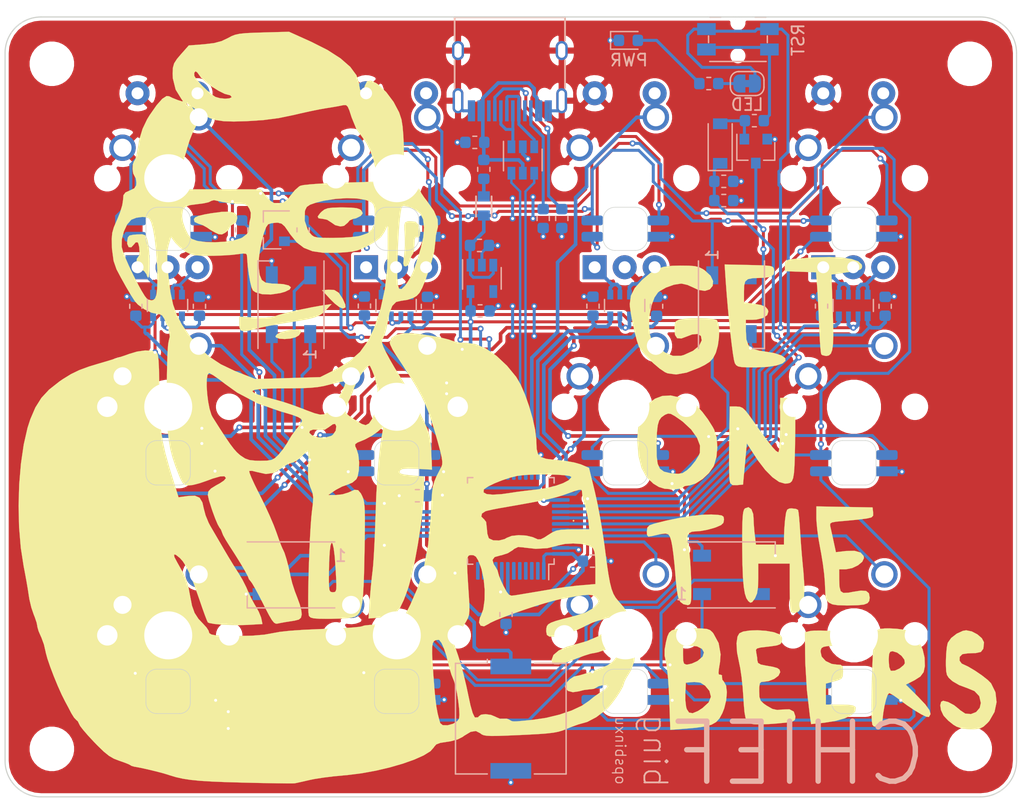
<source format=kicad_pcb>
(kicad_pcb (version 20171130) (host pcbnew "(5.1.6)-1")
  (title_block (title chief) (date 2020-06-24) (rev 0.1) (company Bing))
  (layers (0 F.Cu signal) (31 B.Cu signal) (34 B.Paste user hide) (35 F.Paste user) (36 B.SilkS user) (37 F.SilkS user) (38 B.Mask user hide) (39 F.Mask user hide) (44 Edge.Cuts user))
  (net 0 "")
  (net 1 GND)
  (net 2 /BUZZER)
  (net 3 +5V)
  (net 4 +3V3)
  (net 5 VBUS)
  (net 6 /nRST)
  (net 7 /BOOT0)
  (net 8 /ENC1A_DB)
  (net 9 /ENC2A_DB)
  (net 10 /ENC3A_DB)
  (net 11 /ENC4A_DB)
  (net 12 /ENC1B_DB)
  (net 13 /ENC2B_DB)
  (net 14 /ENC3B_DB)
  (net 15 /ENC4B_DB)
  (net 16 "Net-(D1-Pad2)")
  (net 17 "Net-(D2-Pad2)")
  (net 18 "Net-(F1-Pad1)")
  (net 19 /USB+)
  (net 20 "Net-(J1-PadA5)")
  (net 21 /USB-)
  (net 22 "Net-(J1-PadB5)")
  (net 23 "Net-(JP1-Pad2)")
  (net 24 /LED_dat)
  (net 25 /LED)
  (net 26 "Net-(R1-Pad2)")
  (net 27 /ENC1B)
  (net 28 /ENC1A)
  (net 29 /ENC3B)
  (net 30 /ENC3A)
  (net 31 /ENC2B)
  (net 32 /ENC2A)
  (net 33 /ENC4B)
  (net 34 /ENC4A)
  (net 35 /SW1)
  (net 36 "Net-(SW1-Pad2)")
  (net 37 "Net-(SW2-Pad4)")
  (net 38 /LED1)
  (net 39 "Net-(SW3-Pad4)")
  (net 40 /LED2)
  (net 41 /SW4)
  (net 42 "Net-(SW4-Pad2)")
  (net 43 "Net-(SW5-Pad4)")
  (net 44 "Net-(SW6-Pad4)")
  (net 45 /SW7)
  (net 46 "Net-(SW10-Pad1)")
  (net 47 "Net-(SW11-Pad3)")
  (net 48 "Net-(SW12-Pad3)")
  (net 49 /SW10)
  (net 50 /USB_D-)
  (net 51 /USB_D+)
  (net 52 /SW2)
  (net 53 /SW3)
  (net 54 /SW5)
  (net 55 /SW6)
  (net 56 /SW8)
  (net 57 /SW9)
  (net 58 /SW11)
  (net 59 /SW12)
  (net 60 "Net-(D3-Pad2)")
  (net 61 /BKLT)
  (net 62 "Net-(D4-Pad2)")
  (net 63 "Net-(D5-Pad2)")
  (module LED_SMD:LED_WS2812B_PLCC4_5.0x5.0mm_P3.2mm (layer B.Cu) (at 161.24 81.98 270)
    (fp_text reference D6 hide)
    (fp_text value WS2812B)
    (fp_text user 1 (at -4.15 1.6 90) (layer B.SilkS) (effects (justify mirror)))
    (pad 1 smd rect (at -2.45 1.6 270) (size 1.5 1) (layers B.Cu B.Paste B.Mask) (net 3 +5V))
    (pad 2 smd rect (at -2.45 -1.6 270) (size 1.5 1) (layers B.Cu B.Paste B.Mask))
    (pad 4 smd rect (at 2.45 1.6 270) (size 1.5 1) (layers B.Cu B.Paste B.Mask) (net 63 "Net-(D5-Pad2)"))
    (pad 3 smd rect (at 2.45 -1.6 270) (size 1.5 1) (layers B.Cu B.Paste B.Mask) (net 1 GND))
  )
  (module LED_SMD:LED_WS2812B_PLCC4_5.0x5.0mm_P3.2mm (layer B.Cu) (at 124.53 104.5 180)
    (fp_text reference D5 hide)
    (fp_text value WS2812B)
    (fp_text user 1 (at -4.15 1.6) (layer B.SilkS) (effects (justify mirror)))
    (pad 1 smd rect (at -2.45 1.6 180) (size 1.5 1) (layers B.Cu B.Paste B.Mask) (net 3 +5V))
    (pad 2 smd rect (at -2.45 -1.6 180) (size 1.5 1) (layers B.Cu B.Paste B.Mask) (net 63 "Net-(D5-Pad2)"))
    (pad 4 smd rect (at 2.45 1.6 180) (size 1.5 1) (layers B.Cu B.Paste B.Mask) (net 62 "Net-(D4-Pad2)"))
    (pad 3 smd rect (at 2.45 -1.6 180) (size 1.5 1) (layers B.Cu B.Paste B.Mask) (net 1 GND))
  )
  (module LED_SMD:LED_WS2812B_PLCC4_5.0x5.0mm_P3.2mm (layer B.Cu) (at 124.53 81.98 90)
    (fp_text reference D4 hide)
    (fp_text value WS2812B)
    (fp_text user 1 (at -4.15 1.6 90) (layer B.SilkS) (effects (justify mirror)))
    (pad 1 smd rect (at -2.45 1.6 90) (size 1.5 1) (layers B.Cu B.Paste B.Mask) (net 3 +5V))
    (pad 2 smd rect (at -2.45 -1.6 90) (size 1.5 1) (layers B.Cu B.Paste B.Mask) (net 62 "Net-(D4-Pad2)"))
    (pad 4 smd rect (at 2.45 1.6 90) (size 1.5 1) (layers B.Cu B.Paste B.Mask) (net 60 "Net-(D3-Pad2)"))
    (pad 3 smd rect (at 2.45 -1.6 90) (size 1.5 1) (layers B.Cu B.Paste B.Mask) (net 1 GND))
  )
  (module LED_SMD:LED_WS2812B_PLCC4_5.0x5.0mm_P3.2mm (layer B.Cu) (at 161.24 104.5)
    (fp_text reference D3 hide)
    (fp_text value WS2812B)
    (fp_text user 1 (at -4.15 1.6) (layer B.SilkS) (effects (justify mirror)))
    (pad 1 smd rect (at -2.45 1.6) (size 1.5 1) (layers B.Cu B.Paste B.Mask) (net 3 +5V))
    (pad 2 smd rect (at -2.45 -1.6) (size 1.5 1) (layers B.Cu B.Paste B.Mask) (net 60 "Net-(D3-Pad2)"))
    (pad 4 smd rect (at 2.45 1.6) (size 1.5 1) (layers B.Cu B.Paste B.Mask) (net 61 /BKLT))
    (pad 3 smd rect (at 2.45 -1.6) (size 1.5 1) (layers B.Cu B.Paste B.Mask) (net 1 GND))
  )
  (module graphics:danandrews (layer F.Cu) (at 142.6 90.7)
    (fp_text reference H5 hide)
    (fp_text value dan hide)
  )
  (module Resistor_SMD:R_0603_1608Metric (layer B.Cu) (at 145.55 74.8 90)
    (fp_text reference R7 hide)
    (fp_text value 5K1)
    (pad 2 smd roundrect (at 0.7875 0 90) (size 0.875 0.95) (layers B.Cu B.Paste B.Mask) (net 22 "Net-(J1-PadB5)"))
    (pad 1 smd roundrect (at -0.7875 0 90) (size 0.875 0.95) (layers B.Cu B.Paste B.Mask) (net 1 GND))
  )
  (module Resistor_SMD:R_0603_1608Metric (layer B.Cu) (at 147.1 74.8 90)
    (fp_text reference R6 hide)
    (fp_text value 5K1)
    (pad 2 smd roundrect (at 0.7875 0 90) (size 0.875 0.95) (layers B.Cu B.Paste B.Mask) (net 20 "Net-(J1-PadA5)"))
    (pad 1 smd roundrect (at -0.7875 0 90) (size 0.875 0.95) (layers B.Cu B.Paste B.Mask) (net 1 GND))
  )
  (module Capacitor_SMD:C_0603_1608Metric (layer B.Cu) (at 135.9 82.1125 90)
    (fp_text reference C11 hide)
    (fp_text value 100n)
    (pad 2 smd roundrect (at 0.7875 0 90) (size 0.875 0.95) (layers B.Cu B.Paste B.Mask) (net 1 GND))
    (pad 1 smd roundrect (at -0.7875 0 90) (size 0.875 0.95) (layers B.Cu B.Paste B.Mask) (net 13 /ENC2B_DB))
  )
  (module Resistor_SMD:R_0603_1608Metric (layer B.Cu) (at 163.15 66.642)
    (fp_text reference R1 hide)
    (fp_text value 2K2)
    (pad 2 smd roundrect (at 0.7875 0) (size 0.875 0.95) (layers B.Cu B.Paste B.Mask) (net 26 "Net-(R1-Pad2)"))
    (pad 1 smd roundrect (at -0.7875 0) (size 0.875 0.95) (layers B.Cu B.Paste B.Mask) (net 16 "Net-(D1-Pad2)"))
  )
  (module Capacitor_SMD:C_0603_1608Metric (layer B.Cu) (at 130.65 82.0875 90)
    (fp_text reference C7 hide)
    (fp_text value 100n)
    (pad 2 smd roundrect (at 0.7875 0 90) (size 0.875 0.95) (layers B.Cu B.Paste B.Mask) (net 1 GND))
    (pad 1 smd roundrect (at -0.7875 0 90) (size 0.875 0.95) (layers B.Cu B.Paste B.Mask) (net 9 /ENC2A_DB))
  )
  (module Capacitor_SMD:C_0603_1608Metric (layer B.Cu) (at 168.75 82.1 90)
    (fp_text reference C9 hide)
    (fp_text value 100n)
    (pad 2 smd roundrect (at 0.7875 0 90) (size 0.875 0.95) (layers B.Cu B.Paste B.Mask) (net 1 GND))
    (pad 1 smd roundrect (at -0.7875 0 90) (size 0.875 0.95) (layers B.Cu B.Paste B.Mask) (net 11 /ENC4A_DB))
  )
  (module Capacitor_SMD:C_0603_1608Metric (layer B.Cu) (at 142.45 107.8 270)
    (fp_text reference C4 hide)
    (fp_text value 4u7)
    (pad 2 smd roundrect (at 0.7875 0 270) (size 0.875 0.95) (layers B.Cu B.Paste B.Mask) (net 1 GND))
    (pad 1 smd roundrect (at -0.7875 0 270) (size 0.875 0.95) (layers B.Cu B.Paste B.Mask) (net 6 /nRST))
  )
  (module Capacitor_SMD:C_0603_1608Metric (layer B.Cu) (at 149.7 82.1 90)
    (fp_text reference C8 hide)
    (fp_text value 100n)
    (pad 2 smd roundrect (at 0.7875 0 90) (size 0.875 0.95) (layers B.Cu B.Paste B.Mask) (net 1 GND))
    (pad 1 smd roundrect (at -0.7875 0 90) (size 0.875 0.95) (layers B.Cu B.Paste B.Mask) (net 10 /ENC3A_DB))
  )
  (module Capacitor_SMD:C_0603_1608Metric (layer B.Cu) (at 140.2875 82.5)
    (fp_text reference C2 hide)
    (fp_text value 1u)
    (pad 2 smd roundrect (at 0.7875 0) (size 0.875 0.95) (layers B.Cu B.Paste B.Mask) (net 1 GND))
    (pad 1 smd roundrect (at -0.7875 0) (size 0.875 0.95) (layers B.Cu B.Paste B.Mask) (net 4 +3V3))
  )
  (module Resistor_SMD:R_Array_Convex_4x0603 (layer B.Cu) (at 171.39 82.042 90)
    (fp_text reference RN4 hide)
    (fp_text value 10K)
    (pad 5 smd rect (at 0.9 -1.2 90) (size 0.8 0.5) (layers B.Cu B.Paste B.Mask) (net 34 /ENC4A))
    (pad 6 smd rect (at 0.9 -0.4 90) (size 0.8 0.4) (layers B.Cu B.Paste B.Mask) (net 34 /ENC4A))
    (pad 8 smd rect (at 0.9 1.2 90) (size 0.8 0.5) (layers B.Cu B.Paste B.Mask) (net 33 /ENC4B))
    (pad 7 smd rect (at 0.9 0.4 90) (size 0.8 0.4) (layers B.Cu B.Paste B.Mask) (net 33 /ENC4B))
    (pad 4 smd rect (at -0.9 -1.2 90) (size 0.8 0.5) (layers B.Cu B.Paste B.Mask) (net 11 /ENC4A_DB))
    (pad 2 smd rect (at -0.9 0.4 90) (size 0.8 0.4) (layers B.Cu B.Paste B.Mask) (net 4 +3V3))
    (pad 3 smd rect (at -0.9 -0.4 90) (size 0.8 0.4) (layers B.Cu B.Paste B.Mask) (net 4 +3V3))
    (pad 1 smd rect (at -0.9 1.2 90) (size 0.8 0.5) (layers B.Cu B.Paste B.Mask) (net 15 /ENC4B_DB))
  )
  (module Capacitor_SMD:C_0603_1608Metric (layer B.Cu) (at 140.2375 77.04)
    (fp_text reference C1 hide)
    (fp_text value 1u)
    (pad 2 smd roundrect (at 0.7875 0) (size 0.875 0.95) (layers B.Cu B.Paste B.Mask) (net 1 GND))
    (pad 1 smd roundrect (at -0.7875 0) (size 0.875 0.95) (layers B.Cu B.Paste B.Mask) (net 3 +5V))
  )
  (module Diode_SMD:D_SOD-123 (layer B.Cu) (at 160.3 68.55 90)
    (fp_text reference D1 hide)
    (fp_text value 1N4148)
    (pad 2 smd rect (at 1.65 0 90) (size 0.9 1.2) (layers B.Cu B.Paste B.Mask) (net 16 "Net-(D1-Pad2)"))
    (pad 1 smd rect (at -1.65 0 90) (size 0.9 1.2) (layers B.Cu B.Paste B.Mask) (net 7 /BOOT0))
  )
  (module Capacitor_SMD:C_0603_1608Metric (layer B.Cu) (at 149.65 103.35)
    (fp_text reference C15 hide)
    (fp_text value 100n)
    (pad 1 smd roundrect (at -0.7875 0) (size 0.875 0.95) (layers B.Cu B.Paste B.Mask) (net 4 +3V3))
    (pad 2 smd roundrect (at 0.7875 0) (size 0.875 0.95) (layers B.Cu B.Paste B.Mask) (net 1 GND))
  )
  (module Package_TO_SOT_SMD:SOT-23-6 (layer B.Cu) (at 143.85 69.92 270)
    (fp_text reference U2 hide)
    (fp_text value USBLC6-2SC6)
    (pad 5 smd rect (at 1.1 0 270) (size 1.06 0.65) (layers B.Cu B.Paste B.Mask) (net 5 VBUS))
    (pad 6 smd rect (at 1.1 0.95 270) (size 1.06 0.65) (layers B.Cu B.Paste B.Mask) (net 50 /USB_D-))
    (pad 4 smd rect (at 1.1 -0.95 270) (size 1.06 0.65) (layers B.Cu B.Paste B.Mask) (net 51 /USB_D+))
    (pad 3 smd rect (at -1.1 -0.95 270) (size 1.06 0.65) (layers B.Cu B.Paste B.Mask) (net 19 /USB+))
    (pad 2 smd rect (at -1.1 0 270) (size 1.06 0.65) (layers B.Cu B.Paste B.Mask) (net 1 GND))
    (pad 1 smd rect (at -1.1 0.95 270) (size 1.06 0.65) (layers B.Cu B.Paste B.Mask) (net 21 /USB-))
  )
  (module josh-keyboard:MX_KEYSWITCH_RGB (layer F.Cu) (at 171.39 109.5575)
    (fp_text reference SW12 hide)
    (fp_text value MX_RGB)
    (fp_line (start 1 2.8) (end -0.9 2.8) (layer Edge.Cuts) (width 0.05))
    (fp_line (start 1.9 5.6) (end 1.9 3.7) (layer Edge.Cuts) (width 0.05))
    (fp_line (start -0.9 6.5) (end 1 6.5) (layer Edge.Cuts) (width 0.05))
    (fp_line (start -1.8 3.7) (end -1.8 5.6) (layer Edge.Cuts) (width 0.05))
    (fp_arc (start 1 5.6) (end 1 6.5) (angle -90) (layer Edge.Cuts) (width 0.05))
    (fp_arc (start -0.9 5.6) (end -1.8 5.6) (angle -90) (layer Edge.Cuts) (width 0.05))
    (fp_arc (start -0.9 3.7) (end -0.9 2.8) (angle -90) (layer Edge.Cuts) (width 0.05))
    (fp_arc (start 1 3.7) (end 1.9 3.7) (angle -90) (layer Edge.Cuts) (width 0.05))
    (pad 1 thru_hole circle (at 2.6 -5.1) (size 2.2 2.2) (drill 1.5) (layers *.Cu *.Mask) (net 59 /SW12))
    (pad 2 thru_hole circle (at -3.75 -2.56) (size 2.2 2.2) (drill 1.5) (layers *.Cu *.Mask) (net 1 GND))
    (pad "" np_thru_hole circle (at 0.06 -0.02) (size 4 4) (drill 4) (layers *.Cu *.Mask))
    (pad "" np_thru_hole circle (at -5.02 -0.02) (size 1.7 1.7) (drill 1.7) (layers *.Cu *.Mask))
    (pad "" np_thru_hole circle (at 5.14 -0.02) (size 1.7 1.7) (drill 1.7) (layers *.Cu *.Mask))
    (pad 5 smd roundrect (at -2.7 4) (size 1.8 0.82) (layers B.Cu B.Paste B.Mask) (net 3 +5V))
    (pad 3 smd roundrect (at 2.8 4) (size 1.8 0.82) (layers B.Cu B.Paste B.Mask) (net 48 "Net-(SW12-Pad3)"))
    (pad 6 smd rect (at 2.8 5.36) (size 1.8 0.82) (layers B.Cu B.Paste B.Mask) (net 1 GND))
    (pad 4 smd roundrect (at -2.7 5.36) (size 1.8 0.82) (layers B.Cu B.Paste B.Mask) (net 61 /BKLT))
  )
  (module Package_TO_SOT_SMD:SOT-23-5 (layer B.Cu) (at 140.44 79.785 270)
    (fp_text reference U1 hide)
    (fp_text value AP2112K-3.3)
    (pad 5 smd rect (at 1.1 0.95 270) (size 1.06 0.65) (layers B.Cu B.Paste B.Mask) (net 4 +3V3))
    (pad 4 smd rect (at 1.1 -0.95 270) (size 1.06 0.65) (layers B.Cu B.Paste B.Mask))
    (pad 3 smd rect (at -1.1 -0.95 270) (size 1.06 0.65) (layers B.Cu B.Paste B.Mask) (net 3 +5V))
    (pad 2 smd rect (at -1.1 0 270) (size 1.06 0.65) (layers B.Cu B.Paste B.Mask) (net 1 GND))
    (pad 1 smd rect (at -1.1 0.95 270) (size 1.06 0.65) (layers B.Cu B.Paste B.Mask) (net 3 +5V))
  )
  (module Resistor_SMD:R_Array_Convex_4x0603 (layer B.Cu) (at 133.29 82.042 90)
    (fp_text reference RN2 hide)
    (fp_text value 10K)
    (pad 1 smd rect (at -0.9 1.2 90) (size 0.8 0.5) (layers B.Cu B.Paste B.Mask) (net 13 /ENC2B_DB))
    (pad 3 smd rect (at -0.9 -0.4 90) (size 0.8 0.4) (layers B.Cu B.Paste B.Mask) (net 4 +3V3))
    (pad 2 smd rect (at -0.9 0.4 90) (size 0.8 0.4) (layers B.Cu B.Paste B.Mask) (net 4 +3V3))
    (pad 4 smd rect (at -0.9 -1.2 90) (size 0.8 0.5) (layers B.Cu B.Paste B.Mask) (net 9 /ENC2A_DB))
    (pad 7 smd rect (at 0.9 0.4 90) (size 0.8 0.4) (layers B.Cu B.Paste B.Mask) (net 31 /ENC2B))
    (pad 8 smd rect (at 0.9 1.2 90) (size 0.8 0.5) (layers B.Cu B.Paste B.Mask) (net 31 /ENC2B))
    (pad 6 smd rect (at 0.9 -0.4 90) (size 0.8 0.4) (layers B.Cu B.Paste B.Mask) (net 32 /ENC2A))
    (pad 5 smd rect (at 0.9 -1.2 90) (size 0.8 0.5) (layers B.Cu B.Paste B.Mask) (net 32 /ENC2A))
  )
  (module josh-connectors:USB_C_U262-161N-4BVC11 (layer B.Cu) (at 142.77 62.67)
    (fp_text reference J1 hide)
    (fp_text value USB_C_Receptacle_USB2.0)
    (pad S1 thru_hole oval (at -4.32 -1.87) (size 1 1.6) (drill oval 0.6 1.2) (layers *.Cu *.Mask B.Paste) (net 1 GND))
    (pad S1 thru_hole oval (at 4.32 -1.87) (size 1 1.6) (drill oval 0.6 1.2) (layers *.Cu *.Mask B.Paste) (net 1 GND))
    (pad S1 thru_hole oval (at -4.32 2.31) (size 0.9 2.1) (drill oval 0.5 1.7) (layers *.Cu *.Mask B.Paste) (net 1 GND))
    (pad S1 thru_hole oval (at 4.32 2.31) (size 0.9 2.1) (drill oval 0.5 1.7) (layers *.Cu *.Mask B.Paste) (net 1 GND))
    (pad "" np_thru_hole circle (at -2.89 1.81) (size 0.65 0.65) (drill 0.65) (layers *.Cu *.Mask) (clearance 0.01))
    (pad "" np_thru_hole circle (at 2.89 1.81) (size 0.65 0.65) (drill 0.65) (layers *.Cu *.Mask) (clearance 0.01))
    (pad A7 smd rect (at 0.25 3.15) (size 0.3 1.75) (layers B.Cu B.Paste B.Mask) (net 21 /USB-))
    (pad B6 smd rect (at 0.75 3.15) (size 0.3 1.75) (layers B.Cu B.Paste B.Mask) (net 19 /USB+))
    (pad A8 smd rect (at 1.25 3.15) (size 0.3 1.75) (layers B.Cu B.Paste B.Mask))
    (pad B5 smd rect (at 1.75 3.15) (size 0.3 1.75) (layers B.Cu B.Paste B.Mask) (net 22 "Net-(J1-PadB5)"))
    (pad B7 smd rect (at -0.75 3.15) (size 0.3 1.75) (layers B.Cu B.Paste B.Mask) (net 21 /USB-))
    (pad B8 smd rect (at -1.75 3.15) (size 0.3 1.75) (layers B.Cu B.Paste B.Mask))
    (pad A5 smd rect (at -1.25 3.15) (size 0.3 1.75) (layers B.Cu B.Paste B.Mask) (net 20 "Net-(J1-PadA5)"))
    (pad A6 smd rect (at -0.25 3.15) (size 0.3 1.75) (layers B.Cu B.Paste B.Mask) (net 19 /USB+))
    (pad A1 smd rect (at -3.35 3.15) (size 0.3 1.75) (layers B.Cu B.Paste B.Mask) (net 1 GND) (clearance 0.01))
    (pad B12 smd rect (at -3.05 3.15) (size 0.3 1.75) (layers B.Cu B.Paste B.Mask) (net 1 GND) (clearance 0.01))
    (pad A4 smd rect (at -2.55 3.15) (size 0.3 1.75) (layers B.Cu B.Paste B.Mask) (net 5 VBUS) (clearance 0.01))
    (pad B9 smd rect (at -2.25 3.15) (size 0.3 1.75) (layers B.Cu B.Paste B.Mask) (net 5 VBUS) (clearance 0.01))
    (pad A9 smd rect (at 2.55 3.15) (size 0.3 1.75) (layers B.Cu B.Paste B.Mask) (net 5 VBUS) (clearance 0.01))
    (pad B4 smd rect (at 2.25 3.15) (size 0.3 1.75) (layers B.Cu B.Paste B.Mask) (net 5 VBUS) (clearance 0.01))
    (pad B1 smd rect (at 3.05 3.15) (size 0.3 1.75) (layers B.Cu B.Paste B.Mask) (net 1 GND) (clearance 0.01))
    (pad A12 smd rect (at 3.35 3.15) (size 0.3 1.75) (layers B.Cu B.Paste B.Mask) (net 1 GND) (clearance 0.01))
  )
  (module Resistor_SMD:R_Array_Convex_4x0603 (layer B.Cu) (at 152.34 82.042 90)
    (fp_text reference RN3 hide)
    (fp_text value 10K)
    (pad 5 smd rect (at 0.9 -1.2 90) (size 0.8 0.5) (layers B.Cu B.Paste B.Mask) (net 30 /ENC3A))
    (pad 6 smd rect (at 0.9 -0.4 90) (size 0.8 0.4) (layers B.Cu B.Paste B.Mask) (net 30 /ENC3A))
    (pad 8 smd rect (at 0.9 1.2 90) (size 0.8 0.5) (layers B.Cu B.Paste B.Mask) (net 29 /ENC3B))
    (pad 7 smd rect (at 0.9 0.4 90) (size 0.8 0.4) (layers B.Cu B.Paste B.Mask) (net 29 /ENC3B))
    (pad 4 smd rect (at -0.9 -1.2 90) (size 0.8 0.5) (layers B.Cu B.Paste B.Mask) (net 10 /ENC3A_DB))
    (pad 2 smd rect (at -0.9 0.4 90) (size 0.8 0.4) (layers B.Cu B.Paste B.Mask) (net 4 +3V3))
    (pad 3 smd rect (at -0.9 -0.4 90) (size 0.8 0.4) (layers B.Cu B.Paste B.Mask) (net 4 +3V3))
    (pad 1 smd rect (at -0.9 1.2 90) (size 0.8 0.5) (layers B.Cu B.Paste B.Mask) (net 14 /ENC3B_DB))
  )
  (module Capacitor_SMD:C_0603_1608Metric (layer B.Cu) (at 116.9 82.1125 90)
    (fp_text reference C10 hide)
    (fp_text value 100n)
    (pad 2 smd roundrect (at 0.7875 0 90) (size 0.875 0.95) (layers B.Cu B.Paste B.Mask) (net 1 GND))
    (pad 1 smd roundrect (at -0.7875 0 90) (size 0.875 0.95) (layers B.Cu B.Paste B.Mask) (net 12 /ENC1B_DB))
  )
  (module MountingHole:MountingHole_3.2mm_M3 (layer F.Cu) (at 181.1 61.9)
    (fp_text reference H1 hide)
    (fp_text value M3)
    (pad 1 np_thru_hole circle (at 0 0) (size 3.2 3.2) (drill 3.2) (layers *.Cu *.Mask))
  )
  (module josh-buttons-switches:Panasonic_EVQPUL_EVQPUC (layer B.Cu) (at 161.78 59.86 180)
    (fp_text reference SW13 hide)
    (fp_text value SW_Push)
    (pad "" np_thru_hole circle (at 0 1.375) (size 0.75 0.75) (drill 0.75) (layers *.Cu *.Mask))
    (pad "" np_thru_hole circle (at 0 -1.375) (size 0.75 0.75) (drill 0.75) (layers *.Cu *.Mask))
    (pad 1 smd rect (at 2.625 0.85) (size 1.55 1) (layers B.Cu B.Paste B.Mask) (net 4 +3V3))
    (pad 1 smd rect (at -2.625 0.85) (size 1.55 1) (layers B.Cu B.Paste B.Mask) (net 4 +3V3))
    (pad 2 smd rect (at -2.625 -0.85) (size 1.55 1) (layers B.Cu B.Paste B.Mask) (net 26 "Net-(R1-Pad2)"))
    (pad 2 smd rect (at 2.625 -0.85) (size 1.55 1) (layers B.Cu B.Paste B.Mask) (net 26 "Net-(R1-Pad2)"))
  )
  (module josh-keyboard:MX_KEYSWITCH_RGB (layer F.Cu) (at 114.24 109.5575)
    (fp_text reference SW3 hide)
    (fp_text value MX_RGB)
    (fp_line (start -1.8 3.7) (end -1.8 5.6) (layer Edge.Cuts) (width 0.05))
    (fp_line (start -0.9 6.5) (end 1 6.5) (layer Edge.Cuts) (width 0.05))
    (fp_line (start 1.9 5.6) (end 1.9 3.7) (layer Edge.Cuts) (width 0.05))
    (fp_line (start 1 2.8) (end -0.9 2.8) (layer Edge.Cuts) (width 0.05))
    (fp_arc (start 1 3.7) (end 1.9 3.7) (angle -90) (layer Edge.Cuts) (width 0.05))
    (fp_arc (start -0.9 3.7) (end -0.9 2.8) (angle -90) (layer Edge.Cuts) (width 0.05))
    (fp_arc (start -0.9 5.6) (end -1.8 5.6) (angle -90) (layer Edge.Cuts) (width 0.05))
    (fp_arc (start 1 5.6) (end 1 6.5) (angle -90) (layer Edge.Cuts) (width 0.05))
    (pad 4 smd roundrect (at -2.7 5.36) (size 1.8 0.82) (layers B.Cu B.Paste B.Mask) (net 39 "Net-(SW3-Pad4)"))
    (pad 6 smd rect (at 2.8 5.36) (size 1.8 0.82) (layers B.Cu B.Paste B.Mask) (net 1 GND))
    (pad 3 smd roundrect (at 2.8 4) (size 1.8 0.82) (layers B.Cu B.Paste B.Mask) (net 40 /LED2))
    (pad 5 smd roundrect (at -2.7 4) (size 1.8 0.82) (layers B.Cu B.Paste B.Mask) (net 3 +5V))
    (pad "" np_thru_hole circle (at 5.14 -0.02) (size 1.7 1.7) (drill 1.7) (layers *.Cu *.Mask))
    (pad "" np_thru_hole circle (at -5.02 -0.02) (size 1.7 1.7) (drill 1.7) (layers *.Cu *.Mask))
    (pad "" np_thru_hole circle (at 0.06 -0.02) (size 4 4) (drill 4) (layers *.Cu *.Mask))
    (pad 2 thru_hole circle (at -3.75 -2.56) (size 2.2 2.2) (drill 1.5) (layers *.Cu *.Mask) (net 1 GND))
    (pad 1 thru_hole circle (at 2.6 -5.1) (size 2.2 2.2) (drill 1.5) (layers *.Cu *.Mask) (net 53 /SW3))
  )
  (module MountingHole:MountingHole_3.2mm_M3 (layer F.Cu) (at 181.1 119)
    (fp_text reference H4 hide)
    (fp_text value M3)
    (pad 1 np_thru_hole circle (at 0 0) (size 3.2 3.2) (drill 3.2) (layers *.Cu *.Mask))
  )
  (module Capacitor_SMD:C_0603_1608Metric (layer B.Cu) (at 135.0625 97.9 180)
    (fp_text reference C14 hide)
    (fp_text value 100n)
    (pad 2 smd roundrect (at 0.7875 0 180) (size 0.875 0.95) (layers B.Cu B.Paste B.Mask) (net 1 GND))
    (pad 1 smd roundrect (at -0.7875 0 180) (size 0.875 0.95) (layers B.Cu B.Paste B.Mask) (net 4 +3V3))
  )
  (module josh-keyboard:MX_KEYSWITCH_ENCODER_RGB (layer F.Cu) (at 114.24 71.4575)
    (fp_text reference SW1 hide)
    (fp_text value Encoder_MX_RGB)
    (fp_line (start 0.9 6) (end -0.8 6) (layer Edge.Cuts) (width 0.05))
    (fp_line (start 0.9 2.4) (end -0.8 2.4) (layer Edge.Cuts) (width 0.05))
    (fp_line (start 1.9 5) (end 1.9 3.4) (layer Edge.Cuts) (width 0.05))
    (fp_line (start -1.8 3.4) (end -1.8 5) (layer Edge.Cuts) (width 0.05))
    (fp_arc (start 0.9 5) (end 0.9 6) (angle -90) (layer Edge.Cuts) (width 0.05))
    (fp_arc (start -0.8 5) (end -1.8 5) (angle -90) (layer Edge.Cuts) (width 0.05))
    (fp_arc (start -0.8 3.4) (end -0.8 2.4) (angle -90) (layer Edge.Cuts) (width 0.05))
    (fp_arc (start 0.9 3.4) (end 1.9 3.4) (angle -90) (layer Edge.Cuts) (width 0.05))
    (pad S1 thru_hole circle (at 2.5 -7.1 90) (size 2 2) (drill 1) (layers *.Cu *.Mask) (net 35 /SW1))
    (pad S2 thru_hole circle (at -2.5 -7.1 90) (size 2 2) (drill 1) (layers *.Cu *.Mask) (net 1 GND))
    (pad B thru_hole circle (at 2.5 7.4 90) (size 2 2) (drill 1) (layers *.Cu *.Mask) (net 27 /ENC1B))
    (pad C thru_hole circle (at 0 7.4 90) (size 2 2) (drill 1) (layers *.Cu *.Mask) (net 1 GND))
    (pad A thru_hole rect (at -2.5 7.4 90) (size 2 2) (drill 1) (layers *.Cu *.Mask) (net 28 /ENC1A))
    (pad S1 thru_hole circle (at 2.6 -5.1) (size 2.2 2.2) (drill 1.5) (layers *.Cu *.Mask) (net 35 /SW1))
    (pad S2 thru_hole circle (at -3.75 -2.56) (size 2.2 2.2) (drill 1.5) (layers *.Cu *.Mask) (net 1 GND))
    (pad "" np_thru_hole circle (at 0.06 -0.02) (size 4 4) (drill 4) (layers *.Cu *.Mask))
    (pad "" np_thru_hole circle (at -5.02 -0.02) (size 1.7 1.7) (drill 1.7) (layers *.Cu *.Mask))
    (pad "" np_thru_hole circle (at 5.14 -0.02) (size 1.7 1.7) (drill 1.7) (layers *.Cu *.Mask))
    (pad 3 smd roundrect (at -2.7 3.5) (size 1.8 0.82) (layers B.Cu B.Paste B.Mask) (net 3 +5V))
    (pad 1 smd roundrect (at 2.8 3.5) (size 1.8 0.82) (layers B.Cu B.Paste B.Mask) (net 24 /LED_dat))
    (pad 4 smd rect (at 2.8 4.86) (size 1.8 0.82) (layers B.Cu B.Paste B.Mask) (net 1 GND))
    (pad 2 smd roundrect (at -2.7 4.86) (size 1.8 0.82) (layers B.Cu B.Paste B.Mask) (net 36 "Net-(SW1-Pad2)"))
  )
  (module Capacitor_SMD:C_0603_1608Metric (layer B.Cu) (at 111.6 82.1125 90)
    (fp_text reference C6 hide)
    (fp_text value 100n)
    (pad 2 smd roundrect (at 0.7875 0 90) (size 0.875 0.95) (layers B.Cu B.Paste B.Mask) (net 1 GND))
    (pad 1 smd roundrect (at -0.7875 0 90) (size 0.875 0.95) (layers B.Cu B.Paste B.Mask) (net 8 /ENC1A_DB))
  )
  (module Package_QFP:LQFP-48_7x7mm_P0.5mm (layer B.Cu) (at 142.85 100 90)
    (fp_text reference U3 hide)
    (fp_text value STM32F072C8Tx)
    (pad 48 smd roundrect (at -2.75 4.1625 90) (size 0.3 1.475) (layers B.Cu B.Paste B.Mask) (net 4 +3V3))
    (pad 47 smd roundrect (at -2.25 4.1625 90) (size 0.3 1.475) (layers B.Cu B.Paste B.Mask) (net 1 GND))
    (pad 46 smd roundrect (at -1.75 4.1625 90) (size 0.3 1.475) (layers B.Cu B.Paste B.Mask) (net 57 /SW9))
    (pad 45 smd roundrect (at -1.25 4.1625 90) (size 0.3 1.475) (layers B.Cu B.Paste B.Mask) (net 59 /SW12))
    (pad 44 smd roundrect (at -0.75 4.1625 90) (size 0.3 1.475) (layers B.Cu B.Paste B.Mask) (net 7 /BOOT0))
    (pad 43 smd roundrect (at -0.25 4.1625 90) (size 0.3 1.475) (layers B.Cu B.Paste B.Mask) (net 58 /SW11))
    (pad 42 smd roundrect (at 0.25 4.1625 90) (size 0.3 1.475) (layers B.Cu B.Paste B.Mask) (net 15 /ENC4B_DB))
    (pad 41 smd roundrect (at 0.75 4.1625 90) (size 0.3 1.475) (layers B.Cu B.Paste B.Mask) (net 11 /ENC4A_DB))
    (pad 40 smd roundrect (at 1.25 4.1625 90) (size 0.3 1.475) (layers B.Cu B.Paste B.Mask) (net 49 /SW10))
    (pad 39 smd roundrect (at 1.75 4.1625 90) (size 0.3 1.475) (layers B.Cu B.Paste B.Mask) (net 56 /SW8))
    (pad 38 smd roundrect (at 2.25 4.1625 90) (size 0.3 1.475) (layers B.Cu B.Paste B.Mask) (net 14 /ENC3B_DB))
    (pad 37 smd roundrect (at 2.75 4.1625 90) (size 0.3 1.475) (layers B.Cu B.Paste B.Mask) (net 10 /ENC3A_DB))
    (pad 36 smd roundrect (at 4.1625 2.75 90) (size 1.475 0.3) (layers B.Cu B.Paste B.Mask) (net 4 +3V3))
    (pad 35 smd roundrect (at 4.1625 2.25 90) (size 1.475 0.3) (layers B.Cu B.Paste B.Mask) (net 1 GND))
    (pad 34 smd roundrect (at 4.1625 1.75 90) (size 1.475 0.3) (layers B.Cu B.Paste B.Mask) (net 45 /SW7))
    (pad 33 smd roundrect (at 4.1625 1.25 90) (size 1.475 0.3) (layers B.Cu B.Paste B.Mask) (net 51 /USB_D+))
    (pad 32 smd roundrect (at 4.1625 0.75 90) (size 1.475 0.3) (layers B.Cu B.Paste B.Mask) (net 50 /USB_D-))
    (pad 31 smd roundrect (at 4.1625 0.25 90) (size 1.475 0.3) (layers B.Cu B.Paste B.Mask))
    (pad 30 smd roundrect (at 4.1625 -0.25 90) (size 1.475 0.3) (layers B.Cu B.Paste B.Mask))
    (pad 29 smd roundrect (at 4.1625 -0.75 90) (size 1.475 0.3) (layers B.Cu B.Paste B.Mask) (net 41 /SW4))
    (pad 28 smd roundrect (at 4.1625 -1.25 90) (size 1.475 0.3) (layers B.Cu B.Paste B.Mask) (net 25 /LED))
    (pad 27 smd roundrect (at 4.1625 -1.75 90) (size 1.475 0.3) (layers B.Cu B.Paste B.Mask) (net 54 /SW5))
    (pad 26 smd roundrect (at 4.1625 -2.25 90) (size 1.475 0.3) (layers B.Cu B.Paste B.Mask) (net 13 /ENC2B_DB))
    (pad 25 smd roundrect (at 4.1625 -2.75 90) (size 1.475 0.3) (layers B.Cu B.Paste B.Mask) (net 9 /ENC2A_DB))
    (pad 24 smd roundrect (at 2.75 -4.1625 90) (size 0.3 1.475) (layers B.Cu B.Paste B.Mask) (net 4 +3V3))
    (pad 23 smd roundrect (at 2.25 -4.1625 90) (size 0.3 1.475) (layers B.Cu B.Paste B.Mask) (net 1 GND))
    (pad 22 smd roundrect (at 1.75 -4.1625 90) (size 0.3 1.475) (layers B.Cu B.Paste B.Mask))
    (pad 21 smd roundrect (at 1.25 -4.1625 90) (size 0.3 1.475) (layers B.Cu B.Paste B.Mask))
    (pad 20 smd roundrect (at 0.75 -4.1625 90) (size 0.3 1.475) (layers B.Cu B.Paste B.Mask) (net 35 /SW1))
    (pad 19 smd roundrect (at 0.25 -4.1625 90) (size 0.3 1.475) (layers B.Cu B.Paste B.Mask) (net 52 /SW2))
    (pad 18 smd roundrect (at -0.25 -4.1625 90) (size 0.3 1.475) (layers B.Cu B.Paste B.Mask) (net 12 /ENC1B_DB))
    (pad 17 smd roundrect (at -0.75 -4.1625 90) (size 0.3 1.475) (layers B.Cu B.Paste B.Mask) (net 8 /ENC1A_DB))
    (pad 16 smd roundrect (at -1.25 -4.1625 90) (size 0.3 1.475) (layers B.Cu B.Paste B.Mask) (net 53 /SW3))
    (pad 15 smd roundrect (at -1.75 -4.1625 90) (size 0.3 1.475) (layers B.Cu B.Paste B.Mask) (net 55 /SW6))
    (pad 14 smd roundrect (at -2.25 -4.1625 90) (size 0.3 1.475) (layers B.Cu B.Paste B.Mask) (net 2 /BUZZER))
    (pad 13 smd roundrect (at -2.75 -4.1625 90) (size 0.3 1.475) (layers B.Cu B.Paste B.Mask))
    (pad 12 smd roundrect (at -4.1625 -2.75 90) (size 1.475 0.3) (layers B.Cu B.Paste B.Mask))
    (pad 11 smd roundrect (at -4.1625 -2.25 90) (size 1.475 0.3) (layers B.Cu B.Paste B.Mask))
    (pad 10 smd roundrect (at -4.1625 -1.75 90) (size 1.475 0.3) (layers B.Cu B.Paste B.Mask))
    (pad 9 smd roundrect (at -4.1625 -1.25 90) (size 1.475 0.3) (layers B.Cu B.Paste B.Mask) (net 4 +3V3))
    (pad 8 smd roundrect (at -4.1625 -0.75 90) (size 1.475 0.3) (layers B.Cu B.Paste B.Mask) (net 1 GND))
    (pad 7 smd roundrect (at -4.1625 -0.25 90) (size 1.475 0.3) (layers B.Cu B.Paste B.Mask) (net 6 /nRST))
    (pad 6 smd roundrect (at -4.1625 0.25 90) (size 1.475 0.3) (layers B.Cu B.Paste B.Mask))
    (pad 5 smd roundrect (at -4.1625 0.75 90) (size 1.475 0.3) (layers B.Cu B.Paste B.Mask))
    (pad 4 smd roundrect (at -4.1625 1.25 90) (size 1.475 0.3) (layers B.Cu B.Paste B.Mask))
    (pad 3 smd roundrect (at -4.1625 1.75 90) (size 1.475 0.3) (layers B.Cu B.Paste B.Mask))
    (pad 2 smd roundrect (at -4.1625 2.25 90) (size 1.475 0.3) (layers B.Cu B.Paste B.Mask))
    (pad 1 smd roundrect (at -4.1625 2.75 90) (size 1.475 0.3) (layers B.Cu B.Paste B.Mask) (net 4 +3V3))
  )
  (module Capacitor_SMD:C_0603_1608Metric (layer B.Cu) (at 139.85 68.45 180)
    (fp_text reference C3 hide)
    (fp_text value 10u)
    (pad 2 smd roundrect (at 0.7875 0 180) (size 0.875 0.95) (layers B.Cu B.Paste B.Mask) (net 1 GND))
    (pad 1 smd roundrect (at -0.7875 0 180) (size 0.875 0.95) (layers B.Cu B.Paste B.Mask) (net 5 VBUS))
  )
  (module Jumper:SolderJumper-2_P1.3mm_Bridged_RoundedPad1.0x1.5mm (layer B.Cu) (at 162.55 63.55 180)
    (fp_text reference JP1 hide)
    (fp_text value Jumper_NC_Small)
    (fp_poly (pts (xy 0.25 0.3) (xy -0.25 0.3) (xy -0.25 -0.3) (xy 0.25 -0.3)) (layer B.Cu) (width 0))
    (pad 1 smd custom (at -0.65 0 180) (size 1 0.5) (layers B.Cu B.Mask) (net 4 +3V3) (options (clearance outline) (anchor rect)) (primitives (gr_circle (center 0 -0.25) (end 0.5 -0.25) (width 0)) (gr_circle (center 0 0.25) (end 0.5 0.25) (width 0)) (gr_poly (pts (xy 0 0.75) (xy 0.5 0.75) (xy 0.5 -0.75) (xy 0 -0.75)) (width 0))))
    (pad 2 smd custom (at 0.65 0 180) (size 1 0.5) (layers B.Cu B.Mask) (net 23 "Net-(JP1-Pad2)") (options (clearance outline) (anchor rect)) (primitives (gr_circle (center 0 -0.25) (end 0.5 -0.25) (width 0)) (gr_circle (center 0 0.25) (end 0.5 0.25) (width 0)) (gr_poly (pts (xy 0 0.75) (xy -0.5 0.75) (xy -0.5 -0.75) (xy 0 -0.75)) (width 0))))
  )
  (module josh-keyboard:MX_KEYSWITCH_RGB (layer F.Cu) (at 152.34 109.5575)
    (fp_text reference SW9 hide)
    (fp_text value MX_RGB)
    (fp_line (start -1.8 3.7) (end -1.8 5.6) (layer Edge.Cuts) (width 0.05))
    (fp_line (start -0.9 6.5) (end 1 6.5) (layer Edge.Cuts) (width 0.05))
    (fp_line (start 1.9 5.6) (end 1.9 3.7) (layer Edge.Cuts) (width 0.05))
    (fp_line (start 1 2.8) (end -0.9 2.8) (layer Edge.Cuts) (width 0.05))
    (fp_arc (start 1 3.7) (end 1.9 3.7) (angle -90) (layer Edge.Cuts) (width 0.05))
    (fp_arc (start -0.9 3.7) (end -0.9 2.8) (angle -90) (layer Edge.Cuts) (width 0.05))
    (fp_arc (start -0.9 5.6) (end -1.8 5.6) (angle -90) (layer Edge.Cuts) (width 0.05))
    (fp_arc (start 1 5.6) (end 1 6.5) (angle -90) (layer Edge.Cuts) (width 0.05))
    (pad 4 smd roundrect (at -2.7 5.36) (size 1.8 0.82) (layers B.Cu B.Paste B.Mask) (net 48 "Net-(SW12-Pad3)"))
    (pad 6 smd rect (at 2.8 5.36) (size 1.8 0.82) (layers B.Cu B.Paste B.Mask) (net 1 GND))
    (pad 3 smd roundrect (at 2.8 4) (size 1.8 0.82) (layers B.Cu B.Paste B.Mask) (net 44 "Net-(SW6-Pad4)"))
    (pad 5 smd roundrect (at -2.7 4) (size 1.8 0.82) (layers B.Cu B.Paste B.Mask) (net 3 +5V))
    (pad "" np_thru_hole circle (at 5.14 -0.02) (size 1.7 1.7) (drill 1.7) (layers *.Cu *.Mask))
    (pad "" np_thru_hole circle (at -5.02 -0.02) (size 1.7 1.7) (drill 1.7) (layers *.Cu *.Mask))
    (pad "" np_thru_hole circle (at 0.06 -0.02) (size 4 4) (drill 4) (layers *.Cu *.Mask))
    (pad 2 thru_hole circle (at -3.75 -2.56) (size 2.2 2.2) (drill 1.5) (layers *.Cu *.Mask) (net 1 GND))
    (pad 1 thru_hole circle (at 2.6 -5.1) (size 2.2 2.2) (drill 1.5) (layers *.Cu *.Mask) (net 57 /SW9))
  )
  (module josh-passives-smt:Fuse_0603_1608Metric (layer B.Cu) (at 140.6 70.7 90)
    (fp_text reference F1 hide)
    (fp_text value 500mA)
    (pad 2 smd roundrect (at 0.7875 0 90) (size 0.875 0.95) (layers B.Cu B.Paste B.Mask) (net 5 VBUS))
    (pad 1 smd roundrect (at -0.7875 0 90) (size 0.875 0.95) (layers B.Cu B.Paste B.Mask) (net 18 "Net-(F1-Pad1)"))
  )
  (module Package_TO_SOT_SMD:SOT-23 (layer B.Cu) (at 122.985 75.745 180)
    (fp_text reference Q2 hide)
    (fp_text value BSS138)
    (pad 1 smd rect (at -1 0.95 180) (size 0.9 0.8) (layers B.Cu B.Paste B.Mask) (net 4 +3V3))
    (pad 2 smd rect (at -1 -0.95 180) (size 0.9 0.8) (layers B.Cu B.Paste B.Mask) (net 25 /LED))
    (pad 3 smd rect (at 1 0 180) (size 0.9 0.8) (layers B.Cu B.Paste B.Mask) (net 24 /LED_dat))
  )
  (module Capacitor_SMD:C_0603_1608Metric (layer B.Cu) (at 174.05 82.1125 90)
    (fp_text reference C13 hide)
    (fp_text value 100n)
    (pad 2 smd roundrect (at 0.7875 0 90) (size 0.875 0.95) (layers B.Cu B.Paste B.Mask) (net 1 GND))
    (pad 1 smd roundrect (at -0.7875 0 90) (size 0.875 0.95) (layers B.Cu B.Paste B.Mask) (net 15 /ENC4B_DB))
  )
  (module josh-keyboard:MX_KEYSWITCH_RGB (layer F.Cu) (at 133.29 90.5075)
    (fp_text reference SW5 hide)
    (fp_text value MX_RGB)
    (fp_line (start -1.8 3.7) (end -1.8 5.6) (layer Edge.Cuts) (width 0.05))
    (fp_line (start -0.9 6.5) (end 1 6.5) (layer Edge.Cuts) (width 0.05))
    (fp_line (start 1.9 5.6) (end 1.9 3.7) (layer Edge.Cuts) (width 0.05))
    (fp_line (start 1 2.8) (end -0.9 2.8) (layer Edge.Cuts) (width 0.05))
    (fp_arc (start 1 3.7) (end 1.9 3.7) (angle -90) (layer Edge.Cuts) (width 0.05))
    (fp_arc (start -0.9 3.7) (end -0.9 2.8) (angle -90) (layer Edge.Cuts) (width 0.05))
    (fp_arc (start -0.9 5.6) (end -1.8 5.6) (angle -90) (layer Edge.Cuts) (width 0.05))
    (fp_arc (start 1 5.6) (end 1 6.5) (angle -90) (layer Edge.Cuts) (width 0.05))
    (pad 4 smd roundrect (at -2.7 5.36) (size 1.8 0.82) (layers B.Cu B.Paste B.Mask) (net 43 "Net-(SW5-Pad4)"))
    (pad 6 smd rect (at 2.8 5.36) (size 1.8 0.82) (layers B.Cu B.Paste B.Mask) (net 1 GND))
    (pad 3 smd roundrect (at 2.8 4) (size 1.8 0.82) (layers B.Cu B.Paste B.Mask) (net 37 "Net-(SW2-Pad4)"))
    (pad 5 smd roundrect (at -2.7 4) (size 1.8 0.82) (layers B.Cu B.Paste B.Mask) (net 3 +5V))
    (pad "" np_thru_hole circle (at 5.14 -0.02) (size 1.7 1.7) (drill 1.7) (layers *.Cu *.Mask))
    (pad "" np_thru_hole circle (at -5.02 -0.02) (size 1.7 1.7) (drill 1.7) (layers *.Cu *.Mask))
    (pad "" np_thru_hole circle (at 0.06 -0.02) (size 4 4) (drill 4) (layers *.Cu *.Mask))
    (pad 2 thru_hole circle (at -3.75 -2.56) (size 2.2 2.2) (drill 1.5) (layers *.Cu *.Mask) (net 1 GND))
    (pad 1 thru_hole circle (at 2.6 -5.1) (size 2.2 2.2) (drill 1.5) (layers *.Cu *.Mask) (net 54 /SW5))
  )
  (module Resistor_SMD:R_0603_1608Metric (layer B.Cu) (at 120.42 75.745 90)
    (fp_text reference R4 hide)
    (fp_text value 10K)
    (pad 2 smd roundrect (at 0.7875 0 90) (size 0.875 0.95) (layers B.Cu B.Paste B.Mask) (net 24 /LED_dat))
    (pad 1 smd roundrect (at -0.7875 0 90) (size 0.875 0.95) (layers B.Cu B.Paste B.Mask) (net 3 +5V))
  )
  (module josh-keyboard:MX_KEYSWITCH_RGB (layer F.Cu) (at 114.24 90.5075)
    (fp_text reference SW2 hide)
    (fp_text value MX_RGB)
    (fp_line (start -1.8 3.7) (end -1.8 5.6) (layer Edge.Cuts) (width 0.05))
    (fp_line (start -0.9 6.5) (end 1 6.5) (layer Edge.Cuts) (width 0.05))
    (fp_line (start 1.9 5.6) (end 1.9 3.7) (layer Edge.Cuts) (width 0.05))
    (fp_line (start 1 2.8) (end -0.9 2.8) (layer Edge.Cuts) (width 0.05))
    (fp_arc (start 1 3.7) (end 1.9 3.7) (angle -90) (layer Edge.Cuts) (width 0.05))
    (fp_arc (start -0.9 3.7) (end -0.9 2.8) (angle -90) (layer Edge.Cuts) (width 0.05))
    (fp_arc (start -0.9 5.6) (end -1.8 5.6) (angle -90) (layer Edge.Cuts) (width 0.05))
    (fp_arc (start 1 5.6) (end 1 6.5) (angle -90) (layer Edge.Cuts) (width 0.05))
    (pad 4 smd roundrect (at -2.7 5.36) (size 1.8 0.82) (layers B.Cu B.Paste B.Mask) (net 37 "Net-(SW2-Pad4)"))
    (pad 6 smd rect (at 2.8 5.36) (size 1.8 0.82) (layers B.Cu B.Paste B.Mask) (net 1 GND))
    (pad 3 smd roundrect (at 2.8 4) (size 1.8 0.82) (layers B.Cu B.Paste B.Mask) (net 38 /LED1))
    (pad 5 smd roundrect (at -2.7 4) (size 1.8 0.82) (layers B.Cu B.Paste B.Mask) (net 3 +5V))
    (pad "" np_thru_hole circle (at 5.14 -0.02) (size 1.7 1.7) (drill 1.7) (layers *.Cu *.Mask))
    (pad "" np_thru_hole circle (at -5.02 -0.02) (size 1.7 1.7) (drill 1.7) (layers *.Cu *.Mask))
    (pad "" np_thru_hole circle (at 0.06 -0.02) (size 4 4) (drill 4) (layers *.Cu *.Mask))
    (pad 2 thru_hole circle (at -3.75 -2.56) (size 2.2 2.2) (drill 1.5) (layers *.Cu *.Mask) (net 1 GND))
    (pad 1 thru_hole circle (at 2.6 -5.1) (size 2.2 2.2) (drill 1.5) (layers *.Cu *.Mask) (net 52 /SW2))
  )
  (module Capacitor_SMD:C_0603_1608Metric (layer B.Cu) (at 155 82.1125 90)
    (fp_text reference C12 hide)
    (fp_text value 100n)
    (pad 2 smd roundrect (at 0.7875 0 90) (size 0.875 0.95) (layers B.Cu B.Paste B.Mask) (net 1 GND))
    (pad 1 smd roundrect (at -0.7875 0 90) (size 0.875 0.95) (layers B.Cu B.Paste B.Mask) (net 14 /ENC3B_DB))
  )
  (module josh-passives-smt:Ferrite_Bead_0603 (layer B.Cu) (at 140.6 73.75 90)
    (fp_text reference FB1 hide)
    (fp_text value 600R hide)
    (pad 2 smd rect (at 0.8 0 90) (size 0.85 1) (layers B.Cu B.Paste B.Mask) (net 18 "Net-(F1-Pad1)"))
    (pad 1 smd rect (at -0.8 0 90) (size 0.85 1) (layers B.Cu B.Paste B.Mask) (net 3 +5V))
  )
  (module MountingHole:MountingHole_3.2mm_M3 (layer F.Cu) (at 104.6 61.9)
    (fp_text reference H3 hide)
    (fp_text value M3)
    (pad 1 np_thru_hole circle (at 0 0) (size 3.2 3.2) (drill 3.2) (layers *.Cu *.Mask))
  )
  (module MountingHole:MountingHole_3.2mm_M3 (layer F.Cu) (at 104.6 119)
    (fp_text reference H2 hide)
    (fp_text value M3)
    (pad 1 np_thru_hole circle (at 0 0) (size 3.2 3.2) (drill 3.2) (layers *.Cu *.Mask))
  )
  (module Buzzer_Beeper:Buzzer_Murata_PKMCS0909E4000-R1 (layer B.Cu) (at 142.85 116.48 270)
    (fp_text reference BZ1 hide)
    (fp_text value Buzzer)
    (pad 1 smd rect (at -4.35 0 270) (size 1.3 3.4) (layers B.Cu B.Paste B.Mask) (net 2 /BUZZER))
    (pad 2 smd rect (at 4.35 0 270) (size 1.3 3.4) (layers B.Cu B.Paste B.Mask) (net 1 GND))
  )
  (module josh-keyboard:MX_KEYSWITCH_RGB (layer F.Cu) (at 133.29 109.5575)
    (fp_text reference SW6 hide)
    (fp_text value MX_RGB)
    (fp_line (start -1.8 3.7) (end -1.8 5.6) (layer Edge.Cuts) (width 0.05))
    (fp_line (start -0.9 6.5) (end 1 6.5) (layer Edge.Cuts) (width 0.05))
    (fp_line (start 1.9 5.6) (end 1.9 3.7) (layer Edge.Cuts) (width 0.05))
    (fp_line (start 1 2.8) (end -0.9 2.8) (layer Edge.Cuts) (width 0.05))
    (fp_arc (start 1 3.7) (end 1.9 3.7) (angle -90) (layer Edge.Cuts) (width 0.05))
    (fp_arc (start -0.9 3.7) (end -0.9 2.8) (angle -90) (layer Edge.Cuts) (width 0.05))
    (fp_arc (start -0.9 5.6) (end -1.8 5.6) (angle -90) (layer Edge.Cuts) (width 0.05))
    (fp_arc (start 1 5.6) (end 1 6.5) (angle -90) (layer Edge.Cuts) (width 0.05))
    (pad 4 smd roundrect (at -2.7 5.36) (size 1.8 0.82) (layers B.Cu B.Paste B.Mask) (net 44 "Net-(SW6-Pad4)"))
    (pad 6 smd rect (at 2.8 5.36) (size 1.8 0.82) (layers B.Cu B.Paste B.Mask) (net 1 GND))
    (pad 3 smd roundrect (at 2.8 4) (size 1.8 0.82) (layers B.Cu B.Paste B.Mask) (net 39 "Net-(SW3-Pad4)"))
    (pad 5 smd roundrect (at -2.7 4) (size 1.8 0.82) (layers B.Cu B.Paste B.Mask) (net 3 +5V))
    (pad "" np_thru_hole circle (at 5.14 -0.02) (size 1.7 1.7) (drill 1.7) (layers *.Cu *.Mask))
    (pad "" np_thru_hole circle (at -5.02 -0.02) (size 1.7 1.7) (drill 1.7) (layers *.Cu *.Mask))
    (pad "" np_thru_hole circle (at 0.06 -0.02) (size 4 4) (drill 4) (layers *.Cu *.Mask))
    (pad 2 thru_hole circle (at -3.75 -2.56) (size 2.2 2.2) (drill 1.5) (layers *.Cu *.Mask) (net 1 GND))
    (pad 1 thru_hole circle (at 2.6 -5.1) (size 2.2 2.2) (drill 1.5) (layers *.Cu *.Mask) (net 55 /SW6))
  )
  (module Resistor_SMD:R_0603_1608Metric (layer B.Cu) (at 160.6 71.7)
    (fp_text reference R2 hide)
    (fp_text value 100K)
    (pad 2 smd roundrect (at 0.7875 0) (size 0.875 0.95) (layers B.Cu B.Paste B.Mask) (net 1 GND))
    (pad 1 smd roundrect (at -0.7875 0) (size 0.875 0.95) (layers B.Cu B.Paste B.Mask) (net 7 /BOOT0))
  )
  (module Resistor_SMD:R_0603_1608Metric (layer B.Cu) (at 125.54 75.745 270)
    (fp_text reference R3 hide)
    (fp_text value 10K)
    (pad 2 smd roundrect (at 0.7875 0 270) (size 0.875 0.95) (layers B.Cu B.Paste B.Mask) (net 25 /LED))
    (pad 1 smd roundrect (at -0.7875 0 270) (size 0.875 0.95) (layers B.Cu B.Paste B.Mask) (net 4 +3V3))
  )
  (module Package_TO_SOT_SMD:SOT-23 (layer B.Cu) (at 163.27 69.18 270)
    (fp_text reference Q1 hide)
    (fp_text value DTC123J)
    (pad 3 smd rect (at 1 0 270) (size 0.9 0.8) (layers B.Cu B.Paste B.Mask) (net 6 /nRST))
    (pad 2 smd rect (at -1 -0.95 270) (size 0.9 0.8) (layers B.Cu B.Paste B.Mask) (net 1 GND))
    (pad 1 smd rect (at -1 0.95 270) (size 0.9 0.8) (layers B.Cu B.Paste B.Mask) (net 16 "Net-(D1-Pad2)"))
  )
  (module LED_SMD:LED_0603_1608Metric (layer B.Cu) (at 152.65 59.95)
    (fp_text reference D2 hide)
    (fp_text value LED)
    (pad 2 smd roundrect (at 0.7875 0) (size 0.875 0.95) (layers B.Cu B.Paste B.Mask) (net 17 "Net-(D2-Pad2)"))
    (pad 1 smd roundrect (at -0.7875 0) (size 0.875 0.95) (layers B.Cu B.Paste B.Mask) (net 1 GND))
  )
  (module josh-keyboard:MX_KEYSWITCH_ENCODER_RGB (layer F.Cu) (at 171.39 71.4575)
    (fp_text reference SW10 hide)
    (fp_text value Encoder_MX_RGB)
    (fp_line (start 0.9 6) (end -0.8 6) (layer Edge.Cuts) (width 0.05))
    (fp_line (start 0.9 2.4) (end -0.8 2.4) (layer Edge.Cuts) (width 0.05))
    (fp_line (start 1.9 5) (end 1.9 3.4) (layer Edge.Cuts) (width 0.05))
    (fp_line (start -1.8 3.4) (end -1.8 5) (layer Edge.Cuts) (width 0.05))
    (fp_arc (start 0.9 5) (end 0.9 6) (angle -90) (layer Edge.Cuts) (width 0.05))
    (fp_arc (start -0.8 5) (end -1.8 5) (angle -90) (layer Edge.Cuts) (width 0.05))
    (fp_arc (start -0.8 3.4) (end -0.8 2.4) (angle -90) (layer Edge.Cuts) (width 0.05))
    (fp_arc (start 0.9 3.4) (end 1.9 3.4) (angle -90) (layer Edge.Cuts) (width 0.05))
    (pad S1 thru_hole circle (at 2.5 -7.1 90) (size 2 2) (drill 1) (layers *.Cu *.Mask) (net 49 /SW10))
    (pad S2 thru_hole circle (at -2.5 -7.1 90) (size 2 2) (drill 1) (layers *.Cu *.Mask) (net 1 GND))
    (pad B thru_hole circle (at 2.5 7.4 90) (size 2 2) (drill 1) (layers *.Cu *.Mask) (net 33 /ENC4B))
    (pad C thru_hole circle (at 0 7.4 90) (size 2 2) (drill 1) (layers *.Cu *.Mask) (net 1 GND))
    (pad A thru_hole rect (at -2.5 7.4 90) (size 2 2) (drill 1) (layers *.Cu *.Mask) (net 34 /ENC4A))
    (pad S1 thru_hole circle (at 2.6 -5.1) (size 2.2 2.2) (drill 1.5) (layers *.Cu *.Mask) (net 49 /SW10))
    (pad S2 thru_hole circle (at -3.75 -2.56) (size 2.2 2.2) (drill 1.5) (layers *.Cu *.Mask) (net 1 GND))
    (pad "" np_thru_hole circle (at 0.06 -0.02) (size 4 4) (drill 4) (layers *.Cu *.Mask))
    (pad "" np_thru_hole circle (at -5.02 -0.02) (size 1.7 1.7) (drill 1.7) (layers *.Cu *.Mask))
    (pad "" np_thru_hole circle (at 5.14 -0.02) (size 1.7 1.7) (drill 1.7) (layers *.Cu *.Mask))
    (pad 3 smd roundrect (at -2.7 3.5) (size 1.8 0.82) (layers B.Cu B.Paste B.Mask) (net 3 +5V))
    (pad 1 smd roundrect (at 2.8 3.5) (size 1.8 0.82) (layers B.Cu B.Paste B.Mask) (net 46 "Net-(SW10-Pad1)"))
    (pad 4 smd rect (at 2.8 4.86) (size 1.8 0.82) (layers B.Cu B.Paste B.Mask) (net 1 GND))
    (pad 2 smd roundrect (at -2.7 4.86) (size 1.8 0.82) (layers B.Cu B.Paste B.Mask) (net 38 /LED1))
  )
  (module josh-keyboard:MX_KEYSWITCH_ENCODER_RGB (layer F.Cu) (at 133.29 71.4575)
    (fp_text reference SW4 hide)
    (fp_text value Encoder_MX_RGB)
    (fp_line (start 0.9 6) (end -0.8 6) (layer Edge.Cuts) (width 0.05))
    (fp_line (start 0.9 2.4) (end -0.8 2.4) (layer Edge.Cuts) (width 0.05))
    (fp_line (start 1.9 5) (end 1.9 3.4) (layer Edge.Cuts) (width 0.05))
    (fp_line (start -1.8 3.4) (end -1.8 5) (layer Edge.Cuts) (width 0.05))
    (fp_arc (start 0.9 5) (end 0.9 6) (angle -90) (layer Edge.Cuts) (width 0.05))
    (fp_arc (start -0.8 5) (end -1.8 5) (angle -90) (layer Edge.Cuts) (width 0.05))
    (fp_arc (start -0.8 3.4) (end -0.8 2.4) (angle -90) (layer Edge.Cuts) (width 0.05))
    (fp_arc (start 0.9 3.4) (end 1.9 3.4) (angle -90) (layer Edge.Cuts) (width 0.05))
    (pad S1 thru_hole circle (at 2.5 -7.1 90) (size 2 2) (drill 1) (layers *.Cu *.Mask) (net 41 /SW4))
    (pad S2 thru_hole circle (at -2.5 -7.1 90) (size 2 2) (drill 1) (layers *.Cu *.Mask) (net 1 GND))
    (pad B thru_hole circle (at 2.5 7.4 90) (size 2 2) (drill 1) (layers *.Cu *.Mask) (net 31 /ENC2B))
    (pad C thru_hole circle (at 0 7.4 90) (size 2 2) (drill 1) (layers *.Cu *.Mask) (net 1 GND))
    (pad A thru_hole rect (at -2.5 7.4 90) (size 2 2) (drill 1) (layers *.Cu *.Mask) (net 32 /ENC2A))
    (pad S1 thru_hole circle (at 2.6 -5.1) (size 2.2 2.2) (drill 1.5) (layers *.Cu *.Mask) (net 41 /SW4))
    (pad S2 thru_hole circle (at -3.75 -2.56) (size 2.2 2.2) (drill 1.5) (layers *.Cu *.Mask) (net 1 GND))
    (pad "" np_thru_hole circle (at 0.06 -0.02) (size 4 4) (drill 4) (layers *.Cu *.Mask))
    (pad "" np_thru_hole circle (at -5.02 -0.02) (size 1.7 1.7) (drill 1.7) (layers *.Cu *.Mask))
    (pad "" np_thru_hole circle (at 5.14 -0.02) (size 1.7 1.7) (drill 1.7) (layers *.Cu *.Mask))
    (pad 3 smd roundrect (at -2.7 3.5) (size 1.8 0.82) (layers B.Cu B.Paste B.Mask) (net 3 +5V))
    (pad 1 smd roundrect (at 2.8 3.5) (size 1.8 0.82) (layers B.Cu B.Paste B.Mask) (net 36 "Net-(SW1-Pad2)"))
    (pad 4 smd rect (at 2.8 4.86) (size 1.8 0.82) (layers B.Cu B.Paste B.Mask) (net 1 GND))
    (pad 2 smd roundrect (at -2.7 4.86) (size 1.8 0.82) (layers B.Cu B.Paste B.Mask) (net 42 "Net-(SW4-Pad2)"))
  )
  (module josh-keyboard:MX_KEYSWITCH_ENCODER_RGB (layer F.Cu) (at 152.34 71.4575)
    (fp_text reference SW7 hide)
    (fp_text value Encoder_MX_RGB)
    (fp_line (start 0.9 6) (end -0.8 6) (layer Edge.Cuts) (width 0.05))
    (fp_line (start 0.9 2.4) (end -0.8 2.4) (layer Edge.Cuts) (width 0.05))
    (fp_line (start 1.9 5) (end 1.9 3.4) (layer Edge.Cuts) (width 0.05))
    (fp_line (start -1.8 3.4) (end -1.8 5) (layer Edge.Cuts) (width 0.05))
    (fp_arc (start 0.9 5) (end 0.9 6) (angle -90) (layer Edge.Cuts) (width 0.05))
    (fp_arc (start -0.8 5) (end -1.8 5) (angle -90) (layer Edge.Cuts) (width 0.05))
    (fp_arc (start -0.8 3.4) (end -0.8 2.4) (angle -90) (layer Edge.Cuts) (width 0.05))
    (fp_arc (start 0.9 3.4) (end 1.9 3.4) (angle -90) (layer Edge.Cuts) (width 0.05))
    (pad S1 thru_hole circle (at 2.5 -7.1 90) (size 2 2) (drill 1) (layers *.Cu *.Mask) (net 45 /SW7))
    (pad S2 thru_hole circle (at -2.5 -7.1 90) (size 2 2) (drill 1) (layers *.Cu *.Mask) (net 1 GND))
    (pad B thru_hole circle (at 2.5 7.4 90) (size 2 2) (drill 1) (layers *.Cu *.Mask) (net 29 /ENC3B))
    (pad C thru_hole circle (at 0 7.4 90) (size 2 2) (drill 1) (layers *.Cu *.Mask) (net 1 GND))
    (pad A thru_hole rect (at -2.5 7.4 90) (size 2 2) (drill 1) (layers *.Cu *.Mask) (net 30 /ENC3A))
    (pad S1 thru_hole circle (at 2.6 -5.1) (size 2.2 2.2) (drill 1.5) (layers *.Cu *.Mask) (net 45 /SW7))
    (pad S2 thru_hole circle (at -3.75 -2.56) (size 2.2 2.2) (drill 1.5) (layers *.Cu *.Mask) (net 1 GND))
    (pad "" np_thru_hole circle (at 0.06 -0.02) (size 4 4) (drill 4) (layers *.Cu *.Mask))
    (pad "" np_thru_hole circle (at -5.02 -0.02) (size 1.7 1.7) (drill 1.7) (layers *.Cu *.Mask))
    (pad "" np_thru_hole circle (at 5.14 -0.02) (size 1.7 1.7) (drill 1.7) (layers *.Cu *.Mask))
    (pad 3 smd roundrect (at -2.7 3.5) (size 1.8 0.82) (layers B.Cu B.Paste B.Mask) (net 3 +5V))
    (pad 1 smd roundrect (at 2.8 3.5) (size 1.8 0.82) (layers B.Cu B.Paste B.Mask) (net 42 "Net-(SW4-Pad2)"))
    (pad 4 smd rect (at 2.8 4.86) (size 1.8 0.82) (layers B.Cu B.Paste B.Mask) (net 1 GND))
    (pad 2 smd roundrect (at -2.7 4.86) (size 1.8 0.82) (layers B.Cu B.Paste B.Mask) (net 46 "Net-(SW10-Pad1)"))
  )
  (module Capacitor_SMD:C_0603_1608Metric (layer B.Cu) (at 160.6 73.3)
    (fp_text reference C5 hide)
    (fp_text value 10u)
    (pad 2 smd roundrect (at 0.7875 0) (size 0.875 0.95) (layers B.Cu B.Paste B.Mask) (net 1 GND))
    (pad 1 smd roundrect (at -0.7875 0) (size 0.875 0.95) (layers B.Cu B.Paste B.Mask) (net 7 /BOOT0))
  )
  (module josh-keyboard:MX_KEYSWITCH_RGB (layer F.Cu) (at 152.34 90.5075)
    (fp_text reference SW8 hide)
    (fp_text value MX_RGB)
    (fp_line (start -1.8 3.7) (end -1.8 5.6) (layer Edge.Cuts) (width 0.05))
    (fp_line (start -0.9 6.5) (end 1 6.5) (layer Edge.Cuts) (width 0.05))
    (fp_line (start 1.9 5.6) (end 1.9 3.7) (layer Edge.Cuts) (width 0.05))
    (fp_line (start 1 2.8) (end -0.9 2.8) (layer Edge.Cuts) (width 0.05))
    (fp_arc (start 1 3.7) (end 1.9 3.7) (angle -90) (layer Edge.Cuts) (width 0.05))
    (fp_arc (start -0.9 3.7) (end -0.9 2.8) (angle -90) (layer Edge.Cuts) (width 0.05))
    (fp_arc (start -0.9 5.6) (end -1.8 5.6) (angle -90) (layer Edge.Cuts) (width 0.05))
    (fp_arc (start 1 5.6) (end 1 6.5) (angle -90) (layer Edge.Cuts) (width 0.05))
    (pad 4 smd roundrect (at -2.7 5.36) (size 1.8 0.82) (layers B.Cu B.Paste B.Mask) (net 47 "Net-(SW11-Pad3)"))
    (pad 6 smd rect (at 2.8 5.36) (size 1.8 0.82) (layers B.Cu B.Paste B.Mask) (net 1 GND))
    (pad 3 smd roundrect (at 2.8 4) (size 1.8 0.82) (layers B.Cu B.Paste B.Mask) (net 43 "Net-(SW5-Pad4)"))
    (pad 5 smd roundrect (at -2.7 4) (size 1.8 0.82) (layers B.Cu B.Paste B.Mask) (net 3 +5V))
    (pad "" np_thru_hole circle (at 5.14 -0.02) (size 1.7 1.7) (drill 1.7) (layers *.Cu *.Mask))
    (pad "" np_thru_hole circle (at -5.02 -0.02) (size 1.7 1.7) (drill 1.7) (layers *.Cu *.Mask))
    (pad "" np_thru_hole circle (at 0.06 -0.02) (size 4 4) (drill 4) (layers *.Cu *.Mask))
    (pad 2 thru_hole circle (at -3.75 -2.56) (size 2.2 2.2) (drill 1.5) (layers *.Cu *.Mask) (net 1 GND))
    (pad 1 thru_hole circle (at 2.6 -5.1) (size 2.2 2.2) (drill 1.5) (layers *.Cu *.Mask) (net 56 /SW8))
  )
  (module Resistor_SMD:R_0603_1608Metric (layer B.Cu) (at 159.35 63.55 180)
    (fp_text reference R5 hide)
    (fp_text value 2K2)
    (pad 2 smd roundrect (at 0.7875 0 180) (size 0.875 0.95) (layers B.Cu B.Paste B.Mask) (net 17 "Net-(D2-Pad2)"))
    (pad 1 smd roundrect (at -0.7875 0 180) (size 0.875 0.95) (layers B.Cu B.Paste B.Mask) (net 23 "Net-(JP1-Pad2)"))
  )
  (module Resistor_SMD:R_Array_Convex_4x0603 (layer B.Cu) (at 114.24 82.042 90)
    (fp_text reference RN1 hide)
    (fp_text value 10K)
    (pad 5 smd rect (at 0.9 -1.2 90) (size 0.8 0.5) (layers B.Cu B.Paste B.Mask) (net 28 /ENC1A))
    (pad 6 smd rect (at 0.9 -0.4 90) (size 0.8 0.4) (layers B.Cu B.Paste B.Mask) (net 28 /ENC1A))
    (pad 8 smd rect (at 0.9 1.2 90) (size 0.8 0.5) (layers B.Cu B.Paste B.Mask) (net 27 /ENC1B))
    (pad 7 smd rect (at 0.9 0.4 90) (size 0.8 0.4) (layers B.Cu B.Paste B.Mask) (net 27 /ENC1B))
    (pad 4 smd rect (at -0.9 -1.2 90) (size 0.8 0.5) (layers B.Cu B.Paste B.Mask) (net 8 /ENC1A_DB))
    (pad 2 smd rect (at -0.9 0.4 90) (size 0.8 0.4) (layers B.Cu B.Paste B.Mask) (net 4 +3V3))
    (pad 3 smd rect (at -0.9 -0.4 90) (size 0.8 0.4) (layers B.Cu B.Paste B.Mask) (net 4 +3V3))
    (pad 1 smd rect (at -0.9 1.2 90) (size 0.8 0.5) (layers B.Cu B.Paste B.Mask) (net 12 /ENC1B_DB))
  )
  (module josh-keyboard:MX_KEYSWITCH_RGB (layer F.Cu) (at 171.39 90.5075)
    (fp_text reference SW11 hide)
    (fp_text value MX_RGB)
    (fp_line (start -1.8 3.7) (end -1.8 5.6) (layer Edge.Cuts) (width 0.05))
    (fp_line (start -0.9 6.5) (end 1 6.5) (layer Edge.Cuts) (width 0.05))
    (fp_line (start 1.9 5.6) (end 1.9 3.7) (layer Edge.Cuts) (width 0.05))
    (fp_line (start 1 2.8) (end -0.9 2.8) (layer Edge.Cuts) (width 0.05))
    (fp_arc (start 1 3.7) (end 1.9 3.7) (angle -90) (layer Edge.Cuts) (width 0.05))
    (fp_arc (start -0.9 3.7) (end -0.9 2.8) (angle -90) (layer Edge.Cuts) (width 0.05))
    (fp_arc (start -0.9 5.6) (end -1.8 5.6) (angle -90) (layer Edge.Cuts) (width 0.05))
    (fp_arc (start 1 5.6) (end 1 6.5) (angle -90) (layer Edge.Cuts) (width 0.05))
    (pad 4 smd roundrect (at -2.7 5.36) (size 1.8 0.82) (layers B.Cu B.Paste B.Mask) (net 40 /LED2))
    (pad 6 smd rect (at 2.8 5.36) (size 1.8 0.82) (layers B.Cu B.Paste B.Mask) (net 1 GND))
    (pad 3 smd roundrect (at 2.8 4) (size 1.8 0.82) (layers B.Cu B.Paste B.Mask) (net 47 "Net-(SW11-Pad3)"))
    (pad 5 smd roundrect (at -2.7 4) (size 1.8 0.82) (layers B.Cu B.Paste B.Mask) (net 3 +5V))
    (pad "" np_thru_hole circle (at 5.14 -0.02) (size 1.7 1.7) (drill 1.7) (layers *.Cu *.Mask))
    (pad "" np_thru_hole circle (at -5.02 -0.02) (size 1.7 1.7) (drill 1.7) (layers *.Cu *.Mask))
    (pad "" np_thru_hole circle (at 0.06 -0.02) (size 4 4) (drill 4) (layers *.Cu *.Mask))
    (pad 2 thru_hole circle (at -3.75 -2.56) (size 2.2 2.2) (drill 1.5) (layers *.Cu *.Mask) (net 1 GND))
    (pad 1 thru_hole circle (at 2.6 -5.1) (size 2.2 2.2) (drill 1.5) (layers *.Cu *.Mask) (net 58 /SW11))
  )
  (gr_text opsbinxu (at 151.99 119.14 270) (layer B.SilkS) (effects (font (size 0.858 0.858) (thickness 0.1)) (justify mirror)))
  (gr_text bing (at 154.87 119.16 270) (layer B.SilkS) (effects (font (size 1.94 1.94)) (justify mirror)))
  (gr_text CHIEF (at 166.8 119.4) (layer B.SilkS) (effects (font (size 5 5) (thickness 0.45)) (justify mirror)))
  (gr_text LED (at 162.55 65.3) (layer B.SilkS) (effects (font (size 1 1)) (justify mirror)))
  (gr_text RST (at 166.8 59.9 90) (layer B.SilkS) (effects (font (size 1 1)) (justify mirror)))
  (gr_text PWR (at 152.7 61.6) (layer B.SilkS) (effects (font (size 1 1)) (justify mirror)))
  (gr_line (start 103.7 123) (end 182 123) (layer Edge.Cuts) (width 0.1))
  (gr_arc (start 182 120) (end 182 123) (angle -90) (layer Edge.Cuts) (width 0.1))
  (gr_arc (start 103.7 120) (end 100.7 120) (angle -90) (layer Edge.Cuts) (width 0.1))
  (gr_line (start 100.7 120) (end 100.7 61) (layer Edge.Cuts) (width 0.1))
  (gr_arc (start 103.7 61) (end 103.7 58) (angle -90) (layer Edge.Cuts) (width 0.1))
  (gr_arc (start 182 61) (end 185 61) (angle -90) (layer Edge.Cuts) (width 0.1))
  (gr_line (start 103.7 58) (end 182 58) (layer Edge.Cuts) (width 0.1))
  (gr_line (start 185 61) (end 185 120) (layer Edge.Cuts) (width 0.1))
  (via (at 151.15 59.95) (size 0.5) (drill 0.25) (layers F.Cu B.Cu) (net 1))
  (segment (start 151.8625 59.95) (end 151.15 59.95) (width 0.25) (layer B.Cu) (net 1))
  (via (at 164.85 68.2) (size 0.5) (drill 0.25) (layers F.Cu B.Cu) (net 1))
  (segment (start 164.83 68.18) (end 164.85 68.2) (width 0.25) (layer B.Cu) (net 1))
  (segment (start 164.22 68.18) (end 164.83 68.18) (width 0.25) (layer B.Cu) (net 1))
  (via (at 162.05 71.7) (size 0.5) (drill 0.25) (layers F.Cu B.Cu) (net 1))
  (segment (start 161.3875 71.7) (end 162.05 71.7) (width 0.25) (layer B.Cu) (net 1))
  (via (at 162.05 73.3) (size 0.5) (drill 0.25) (layers F.Cu B.Cu) (net 1))
  (segment (start 161.3875 73.3) (end 162.05 73.3) (width 0.25) (layer B.Cu) (net 1))
  (segment (start 139.42 65.82) (end 139.72 65.82) (width 0.25) (layer B.Cu) (net 1))
  (segment (start 146.12 65.82) (end 145.82 65.82) (width 0.25) (layer B.Cu) (net 1))
  (segment (start 147.09 65.46) (end 147.09 64.98) (width 0.25) (layer B.Cu) (net 1))
  (segment (start 146.73 65.82) (end 147.09 65.46) (width 0.25) (layer B.Cu) (net 1))
  (segment (start 145.82 65.82) (end 146.73 65.82) (width 0.25) (layer B.Cu) (net 1))
  (segment (start 138.45 65.39) (end 138.45 64.98) (width 0.25) (layer B.Cu) (net 1))
  (segment (start 138.88 65.82) (end 138.45 65.39) (width 0.25) (layer B.Cu) (net 1))
  (segment (start 139.42 65.82) (end 138.88 65.82) (width 0.25) (layer B.Cu) (net 1))
  (segment (start 143.85 69.401456) (end 144.274272 69.825728) (width 0.3) (layer B.Cu) (net 1))
  (segment (start 143.85 68.82) (end 143.85 69.401456) (width 0.3) (layer B.Cu) (net 1))
  (via (at 144.274272 69.825728) (size 0.5) (drill 0.25) (layers F.Cu B.Cu) (net 1))
  (via (at 138.4 68.45) (size 0.5) (drill 0.25) (layers F.Cu B.Cu) (net 1))
  (segment (start 139.0625 68.45) (end 138.4 68.45) (width 0.3) (layer B.Cu) (net 1))
  (via (at 155.7 81.35) (size 0.5) (drill 0.25) (layers F.Cu B.Cu) (net 1))
  (segment (start 155.675 81.325) (end 155.7 81.35) (width 0.3) (layer B.Cu) (net 1))
  (segment (start 155 81.325) (end 155.675 81.325) (width 0.3) (layer B.Cu) (net 1))
  (segment (start 148.9625 81.3125) (end 148.95 81.3) (width 0.3) (layer B.Cu) (net 1))
  (via (at 148.95 81.3) (size 0.5) (drill 0.25) (layers F.Cu B.Cu) (net 1))
  (segment (start 149.7 81.3125) (end 148.9625 81.3125) (width 0.3) (layer B.Cu) (net 1))
  (segment (start 168.0625 81.3125) (end 168.05 81.3) (width 0.3) (layer B.Cu) (net 1))
  (segment (start 168.75 81.3125) (end 168.0625 81.3125) (width 0.3) (layer B.Cu) (net 1))
  (via (at 168.05 81.3) (size 0.5) (drill 0.25) (layers F.Cu B.Cu) (net 1))
  (via (at 174.8 81.3) (size 0.5) (drill 0.25) (layers F.Cu B.Cu) (net 1))
  (segment (start 174.775 81.325) (end 174.8 81.3) (width 0.3) (layer B.Cu) (net 1))
  (segment (start 174.05 81.325) (end 174.775 81.325) (width 0.3) (layer B.Cu) (net 1))
  (via (at 175.35 76.3) (size 0.5) (drill 0.25) (layers F.Cu B.Cu) (net 1))
  (segment (start 175.3325 76.3175) (end 175.35 76.3) (width 0.3) (layer B.Cu) (net 1))
  (segment (start 174.19 76.3175) (end 175.3325 76.3175) (width 0.3) (layer B.Cu) (net 1))
  (via (at 156.3 76.3) (size 0.5) (drill 0.25) (layers F.Cu B.Cu) (net 1))
  (segment (start 156.2825 76.3175) (end 156.3 76.3) (width 0.3) (layer B.Cu) (net 1))
  (segment (start 155.14 76.3175) (end 156.2825 76.3175) (width 0.3) (layer B.Cu) (net 1))
  (via (at 137.2 76.3) (size 0.5) (drill 0.25) (layers F.Cu B.Cu) (net 1))
  (segment (start 137.1825 76.3175) (end 137.2 76.3) (width 0.3) (layer B.Cu) (net 1))
  (segment (start 136.09 76.3175) (end 137.1825 76.3175) (width 0.3) (layer B.Cu) (net 1))
  (via (at 118.2 76.35) (size 0.5) (drill 0.25) (layers F.Cu B.Cu) (net 1))
  (segment (start 118.1675 76.3175) (end 118.2 76.35) (width 0.3) (layer B.Cu) (net 1))
  (segment (start 117.04 76.3175) (end 118.1675 76.3175) (width 0.3) (layer B.Cu) (net 1))
  (via (at 118.2 95.85) (size 0.5) (drill 0.25) (layers F.Cu B.Cu) (net 1))
  (segment (start 118.1825 95.8675) (end 118.2 95.85) (width 0.3) (layer B.Cu) (net 1))
  (segment (start 117.04 95.8675) (end 118.1825 95.8675) (width 0.3) (layer B.Cu) (net 1))
  (via (at 137.25 95.9) (size 0.5) (drill 0.25) (layers F.Cu B.Cu) (net 1))
  (segment (start 137.2175 95.8675) (end 137.25 95.9) (width 0.3) (layer B.Cu) (net 1))
  (segment (start 136.09 95.8675) (end 137.2175 95.8675) (width 0.3) (layer B.Cu) (net 1))
  (via (at 156.35 95.9) (size 0.5) (drill 0.25) (layers F.Cu B.Cu) (net 1))
  (segment (start 156.3175 95.8675) (end 156.35 95.9) (width 0.3) (layer B.Cu) (net 1))
  (segment (start 155.14 95.8675) (end 156.3175 95.8675) (width 0.3) (layer B.Cu) (net 1))
  (via (at 175.45 95.9) (size 0.5) (drill 0.25) (layers F.Cu B.Cu) (net 1))
  (segment (start 175.4175 95.8675) (end 175.45 95.9) (width 0.3) (layer B.Cu) (net 1))
  (segment (start 174.19 95.8675) (end 175.4175 95.8675) (width 0.3) (layer B.Cu) (net 1))
  (via (at 175.35 114.95) (size 0.5) (drill 0.25) (layers F.Cu B.Cu) (net 1))
  (segment (start 175.3175 114.9175) (end 175.35 114.95) (width 0.3) (layer B.Cu) (net 1))
  (segment (start 174.19 114.9175) (end 175.3175 114.9175) (width 0.3) (layer B.Cu) (net 1))
  (via (at 156.3 114.95) (size 0.5) (drill 0.25) (layers F.Cu B.Cu) (net 1))
  (segment (start 156.2675 114.9175) (end 156.3 114.95) (width 0.3) (layer B.Cu) (net 1))
  (segment (start 155.14 114.9175) (end 156.2675 114.9175) (width 0.3) (layer B.Cu) (net 1))
  (via (at 137.3 114.9) (size 0.5) (drill 0.25) (layers F.Cu B.Cu) (net 1))
  (segment (start 137.2825 114.9175) (end 137.3 114.9) (width 0.3) (layer B.Cu) (net 1))
  (segment (start 136.09 114.9175) (end 137.2825 114.9175) (width 0.3) (layer B.Cu) (net 1))
  (via (at 142.85 121.8) (size 0.5) (drill 0.25) (layers F.Cu B.Cu) (net 1))
  (segment (start 142.85 120.83) (end 142.85 121.8) (width 0.3) (layer B.Cu) (net 1))
  (via (at 118.25 114.95) (size 0.5) (drill 0.25) (layers F.Cu B.Cu) (net 1))
  (segment (start 118.2175 114.9175) (end 118.25 114.95) (width 0.3) (layer B.Cu) (net 1))
  (segment (start 117.04 114.9175) (end 118.2175 114.9175) (width 0.3) (layer B.Cu) (net 1))
  (via (at 137.15 97.85) (size 0.5) (drill 0.25) (layers F.Cu B.Cu) (net 1))
  (segment (start 137.25 97.75) (end 137.15 97.85) (width 0.3) (layer B.Cu) (net 1))
  (segment (start 138.6875 97.75) (end 137.25 97.75) (width 0.3) (layer B.Cu) (net 1))
  (via (at 133.55 97.9) (size 0.5) (drill 0.25) (layers F.Cu B.Cu) (net 1))
  (segment (start 134.275 97.9) (end 133.55 97.9) (width 0.3) (layer B.Cu) (net 1))
  (via (at 151.2 103.35) (size 0.5) (drill 0.25) (layers F.Cu B.Cu) (net 1))
  (segment (start 150.4375 103.35) (end 151.2 103.35) (width 0.3) (layer B.Cu) (net 1))
  (via (at 142.45 109.3) (size 0.5) (drill 0.25) (layers F.Cu B.Cu) (net 1))
  (segment (start 142.45 108.5875) (end 142.45 109.3) (width 0.3) (layer B.Cu) (net 1))
  (via (at 129.9 81.3) (size 0.5) (drill 0.25) (layers F.Cu B.Cu) (net 1))
  (segment (start 130.65 81.3) (end 129.9 81.3) (width 0.25) (layer B.Cu) (net 1))
  (via (at 136.65 81.3) (size 0.5) (drill 0.25) (layers F.Cu B.Cu) (net 1))
  (segment (start 136.625 81.325) (end 136.65 81.3) (width 0.25) (layer B.Cu) (net 1))
  (segment (start 135.9 81.325) (end 136.625 81.325) (width 0.25) (layer B.Cu) (net 1))
  (via (at 110.85 81.3) (size 0.5) (drill 0.25) (layers F.Cu B.Cu) (net 1))
  (segment (start 110.875 81.325) (end 110.85 81.3) (width 0.25) (layer B.Cu) (net 1))
  (segment (start 111.6 81.325) (end 110.875 81.325) (width 0.25) (layer B.Cu) (net 1))
  (segment (start 140.44 77.625) (end 141.025 77.04) (width 0.25) (layer B.Cu) (net 1))
  (segment (start 140.44 78.685) (end 140.44 77.625) (width 0.25) (layer B.Cu) (net 1))
  (via (at 141.75 77.05) (size 0.5) (drill 0.25) (layers F.Cu B.Cu) (net 1))
  (segment (start 141.74 77.04) (end 141.75 77.05) (width 0.25) (layer B.Cu) (net 1))
  (segment (start 141.025 77.04) (end 141.74 77.04) (width 0.25) (layer B.Cu) (net 1))
  (via (at 117.65 81.35) (size 0.5) (drill 0.25) (layers F.Cu B.Cu) (net 1))
  (segment (start 117.625 81.325) (end 117.65 81.35) (width 0.3) (layer B.Cu) (net 1))
  (segment (start 116.9 81.325) (end 117.625 81.325) (width 0.3) (layer B.Cu) (net 1))
  (via (at 141.99999 105.920787) (size 0.5) (drill 0.25) (layers F.Cu B.Cu) (net 1))
  (segment (start 142.1 104.1625) (end 142.1 105.820777) (width 0.25) (layer B.Cu) (net 1))
  (segment (start 142.1 105.820777) (end 141.99999 105.920787) (width 0.25) (layer B.Cu) (net 1))
  (segment (start 147.1 75.5875) (end 147.1 76.3) (width 0.3) (layer B.Cu) (net 1))
  (via (at 147.1 76.3) (size 0.5) (drill 0.25) (layers F.Cu B.Cu) (net 1))
  (via (at 145.55 76.3) (size 0.5) (drill 0.25) (layers F.Cu B.Cu) (net 1))
  (segment (start 145.55 75.5875) (end 145.55 76.3) (width 0.3) (layer B.Cu) (net 1))
  (segment (start 145.1 95.8375) (end 145.1 94.65) (width 0.3) (layer B.Cu) (net 1))
  (via (at 145.35 94.5) (size 0.5) (drill 0.25) (layers F.Cu B.Cu) (net 1))
  (segment (start 145.25 94.5) (end 145.35 94.5) (width 0.3) (layer B.Cu) (net 1))
  (segment (start 145.1 94.65) (end 145.25 94.5) (width 0.3) (layer B.Cu) (net 1))
  (via (at 148.5 102.4) (size 0.5) (drill 0.25) (layers F.Cu B.Cu) (net 1))
  (segment (start 148.35 102.25) (end 148.5 102.4) (width 0.25) (layer B.Cu) (net 1))
  (segment (start 147.0125 102.25) (end 148.35 102.25) (width 0.25) (layer B.Cu) (net 1))
  (via (at 141.8 82.07499) (size 0.5) (drill 0.25) (layers F.Cu B.Cu) (net 1))
  (segment (start 141.37499 82.5) (end 141.8 82.07499) (width 0.25) (layer B.Cu) (net 1))
  (segment (start 141.075 82.5) (end 141.37499 82.5) (width 0.25) (layer B.Cu) (net 1))
  (via (at 144.7 74.8) (size 0.5) (drill 0.25) (layers F.Cu B.Cu) (net 1))
  (via (at 144.7 73) (size 0.5) (drill 0.25) (layers F.Cu B.Cu) (net 1))
  (segment (start 144.7 73) (end 144.7 74.8) (width 0.25) (layer B.Cu) (net 1))
  (via (at 143 74.8) (size 0.5) (drill 0.25) (layers F.Cu B.Cu) (net 1))
  (segment (start 143 74.8) (end 143 73.1) (width 0.25) (layer B.Cu) (net 1))
  (via (at 143 73.1) (size 0.5) (drill 0.25) (layers F.Cu B.Cu) (net 1))
  (via (at 143 82.1) (size 0.5) (drill 0.25) (layers F.Cu B.Cu) (net 1))
  (via (at 144.8 82.1) (size 0.5) (drill 0.25) (layers F.Cu B.Cu) (net 1))
  (segment (start 144.8 82.1) (end 144.8 84.6) (width 0.25) (layer B.Cu) (net 1))
  (via (at 144.8 84.6) (size 0.5) (drill 0.25) (layers F.Cu B.Cu) (net 1))
  (segment (start 143 82.1) (end 143 84.5) (width 0.25) (layer B.Cu) (net 1))
  (segment (start 143 84.5) (end 143 84.6) (width 0.25) (layer B.Cu) (net 1))
  (via (at 143 84.6) (size 0.5) (drill 0.25) (layers F.Cu B.Cu) (net 1))
  (segment (start 120.79 106.1) (end 122.08 106.1) (width 0.3) (layer B.Cu) (net 1))
  (via (at 120.8 106.1) (size 0.5) (drill 0.25) (layers F.Cu B.Cu) (net 1))
  (segment (start 120.8 106.1) (end 120.79 106.1) (width 0.3) (layer B.Cu) (net 1))
  (via (at 164.9 102.9) (size 0.5) (drill 0.25) (layers F.Cu B.Cu) (net 1))
  (segment (start 163.69 102.9) (end 164.9 102.9) (width 0.3) (layer B.Cu) (net 1))
  (via (at 162.823406 85.603406) (size 0.5) (drill 0.25) (layers F.Cu B.Cu) (net 1))
  (segment (start 162.84 85.586812) (end 162.823406 85.603406) (width 0.25) (layer B.Cu) (net 1))
  (segment (start 162.84 84.43) (end 162.84 85.586812) (width 0.25) (layer B.Cu) (net 1))
  (via (at 122.92 78.33) (size 0.5) (drill 0.25) (layers F.Cu B.Cu) (net 1))
  (segment (start 122.93 79.53) (end 122.93 78.34) (width 0.25) (layer B.Cu) (net 1))
  (segment (start 122.93 78.34) (end 122.92 78.33) (width 0.25) (layer B.Cu) (net 1))
  (segment (start 139.8 110.5) (end 139.8 108.46) (width 0.3) (layer B.Cu) (net 2))
  (segment (start 137.6 106.26) (end 137.6 103.95) (width 0.3) (layer B.Cu) (net 2))
  (segment (start 140.1 110.8) (end 139.8 110.5) (width 0.3) (layer B.Cu) (net 2))
  (segment (start 136.95 103.3) (end 136.95 102.75) (width 0.3) (layer B.Cu) (net 2))
  (segment (start 142.65 110.8) (end 140.1 110.8) (width 0.3) (layer B.Cu) (net 2))
  (segment (start 142.85 111) (end 142.65 110.8) (width 0.3) (layer B.Cu) (net 2))
  (segment (start 142.85 112.13) (end 142.85 111) (width 0.3) (layer B.Cu) (net 2))
  (segment (start 139.8 108.46) (end 137.6 106.26) (width 0.3) (layer B.Cu) (net 2))
  (segment (start 137.6 103.95) (end 136.95 103.3) (width 0.3) (layer B.Cu) (net 2))
  (segment (start 136.95 102.75) (end 137.45 102.25) (width 0.3) (layer B.Cu) (net 2))
  (segment (start 137.45 102.25) (end 138.6875 102.25) (width 0.3) (layer B.Cu) (net 2))
  (segment (start 139.45 78.645) (end 139.49 78.685) (width 0.25) (layer B.Cu) (net 3))
  (segment (start 139.45 77.04) (end 139.45 78.645) (width 0.25) (layer B.Cu) (net 3))
  (segment (start 139.49 79.465) (end 139.49 78.685) (width 0.25) (layer B.Cu) (net 3))
  (segment (start 141.06 79.7) (end 139.725 79.7) (width 0.25) (layer B.Cu) (net 3))
  (segment (start 141.39 79.37) (end 141.06 79.7) (width 0.25) (layer B.Cu) (net 3))
  (segment (start 139.725 79.7) (end 139.49 79.465) (width 0.25) (layer B.Cu) (net 3))
  (segment (start 141.39 78.685) (end 141.39 79.37) (width 0.25) (layer B.Cu) (net 3))
  (segment (start 139.5 76.99) (end 139.45 77.04) (width 0.3) (layer B.Cu) (net 3))
  (segment (start 140.6 75.89) (end 139.45 77.04) (width 0.3) (layer B.Cu) (net 3))
  (segment (start 140.6 74.55) (end 140.6 75.89) (width 0.3) (layer B.Cu) (net 3))
  (via (at 149.65 112.57501) (size 0.5) (drill 0.25) (layers F.Cu B.Cu) (net 3))
  (segment (start 149.64 112.58501) (end 149.65 112.57501) (width 0.25) (layer B.Cu) (net 3))
  (segment (start 149.64 113.5575) (end 149.64 112.58501) (width 0.25) (layer B.Cu) (net 3))
  (via (at 130.6 112.65) (size 0.5) (drill 0.25) (layers F.Cu B.Cu) (net 3))
  (segment (start 130.6 113.5475) (end 130.59 113.5575) (width 0.25) (layer B.Cu) (net 3))
  (segment (start 130.6 112.65) (end 130.6 113.5475) (width 0.25) (layer B.Cu) (net 3))
  (segment (start 111.54 112.71) (end 111.55 112.7) (width 0.25) (layer B.Cu) (net 3))
  (segment (start 111.54 113.5575) (end 111.54 112.71) (width 0.25) (layer B.Cu) (net 3))
  (via (at 111.55 112.7) (size 0.5) (drill 0.25) (layers F.Cu B.Cu) (net 3))
  (segment (start 130.6 112) (end 130.6 112.65) (width 0.25) (layer F.Cu) (net 3))
  (segment (start 112.25 112) (end 111.55 112.7) (width 0.25) (layer F.Cu) (net 3))
  (segment (start 130.6 112) (end 112.25 112) (width 0.25) (layer F.Cu) (net 3))
  (segment (start 149.65 112.57501) (end 149.65 112.25) (width 0.25) (layer F.Cu) (net 3))
  (segment (start 149.65 112) (end 130.6 112) (width 0.25) (layer F.Cu) (net 3))
  (segment (start 149.65 112.25) (end 149.65 112) (width 0.25) (layer F.Cu) (net 3))
  (segment (start 149.65 112) (end 149.65 112.57501) (width 0.25) (layer F.Cu) (net 3))
  (via (at 167.25 75) (size 0.5) (drill 0.25) (layers F.Cu B.Cu) (net 3))
  (segment (start 167.2925 74.9575) (end 167.25 75) (width 0.25) (layer B.Cu) (net 3))
  (segment (start 168.69 74.9575) (end 167.2925 74.9575) (width 0.25) (layer B.Cu) (net 3))
  (via (at 160.95 75) (size 0.5) (drill 0.25) (layers F.Cu B.Cu) (net 3))
  (segment (start 167.25 75) (end 160.95 75) (width 0.25) (layer F.Cu) (net 3))
  (via (at 119.65 76.55) (size 0.5) (drill 0.25) (layers F.Cu B.Cu) (net 3))
  (segment (start 119.6675 76.5325) (end 119.65 76.55) (width 0.25) (layer B.Cu) (net 3))
  (segment (start 120.42 76.5325) (end 119.6675 76.5325) (width 0.25) (layer B.Cu) (net 3))
  (segment (start 119.65 76.55) (end 119.65 73.35) (width 0.25) (layer F.Cu) (net 3))
  (segment (start 154.725001 71.725001) (end 154.725001 70.321499) (width 0.25) (layer B.Cu) (net 3))
  (segment (start 158.75 75) (end 158 75) (width 0.25) (layer B.Cu) (net 3))
  (segment (start 149.64 70.733249) (end 149.64 74.04) (width 0.25) (layer B.Cu) (net 3))
  (segment (start 154.725001 70.321499) (end 153.516001 69.112499) (width 0.25) (layer B.Cu) (net 3))
  (segment (start 153.516001 69.112499) (end 151.26075 69.112499) (width 0.25) (layer B.Cu) (net 3))
  (segment (start 151.26075 69.112499) (end 149.64 70.733249) (width 0.25) (layer B.Cu) (net 3))
  (segment (start 158 75) (end 154.725001 71.725001) (width 0.25) (layer B.Cu) (net 3))
  (via (at 119.650026 73.37501) (size 0.5) (drill 0.25) (layers F.Cu B.Cu) (net 3))
  (via (at 123.833875 73.366125) (size 0.5) (drill 0.25) (layers F.Cu B.Cu) (net 3))
  (segment (start 119.650026 73.37501) (end 123.82499 73.37501) (width 0.25) (layer F.Cu) (net 3))
  (segment (start 123.82499 73.37501) (end 123.833875 73.366125) (width 0.25) (layer F.Cu) (net 3))
  (segment (start 130.59 73.366125) (end 123.833875 73.366125) (width 0.25) (layer B.Cu) (net 3))
  (segment (start 130.59 74.9575) (end 130.59 73.366125) (width 0.25) (layer B.Cu) (net 3))
  (via (at 137.950014 74.600014) (size 0.5) (drill 0.25) (layers F.Cu B.Cu) (net 3))
  (segment (start 130.59 70.756498) (end 132.346498 69) (width 0.25) (layer B.Cu) (net 3))
  (segment (start 130.59 74.9575) (end 130.59 70.756498) (width 0.25) (layer B.Cu) (net 3))
  (segment (start 132.346498 69) (end 134.23581 69) (width 0.25) (layer B.Cu) (net 3))
  (segment (start 134.23581 69) (end 136.649989 71.414179) (width 0.25) (layer B.Cu) (net 3))
  (segment (start 136.649989 71.414179) (end 136.649989 73.299989) (width 0.25) (layer B.Cu) (net 3))
  (segment (start 136.649989 73.299989) (end 137.950014 74.600014) (width 0.25) (layer B.Cu) (net 3))
  (via (at 139.3 74.6) (size 0.5) (drill 0.25) (layers F.Cu B.Cu) (net 3))
  (segment (start 139.35 74.55) (end 139.3 74.6) (width 0.25) (layer B.Cu) (net 3))
  (segment (start 140.6 74.55) (end 139.35 74.55) (width 0.25) (layer B.Cu) (net 3))
  (segment (start 139.299986 74.600014) (end 139.3 74.6) (width 0.25) (layer F.Cu) (net 3))
  (segment (start 137.950014 74.600014) (end 139.299986 74.600014) (width 0.25) (layer F.Cu) (net 3))
  (via (at 141.5 74.55) (size 0.5) (drill 0.25) (layers F.Cu B.Cu) (net 3))
  (segment (start 140.6 74.55) (end 141.5 74.55) (width 0.25) (layer B.Cu) (net 3))
  (via (at 149.018455 74) (size 0.5) (drill 0.25) (layers F.Cu B.Cu) (net 3))
  (segment (start 149.018455 74) (end 149.6 74) (width 0.25) (layer B.Cu) (net 3))
  (segment (start 149.6 74) (end 149.64 74.04) (width 0.25) (layer B.Cu) (net 3))
  (segment (start 149.64 74.04) (end 149.64 74.9575) (width 0.25) (layer B.Cu) (net 3))
  (segment (start 141.85 74.2) (end 148.818455 74.2) (width 0.25) (layer F.Cu) (net 3))
  (segment (start 141.5 74.55) (end 141.85 74.2) (width 0.25) (layer F.Cu) (net 3))
  (segment (start 148.818455 74.2) (end 149.018455 74) (width 0.25) (layer F.Cu) (net 3))
  (via (at 168.7 93.6) (size 0.5) (drill 0.25) (layers F.Cu B.Cu) (net 3))
  (segment (start 168.69 93.61) (end 168.7 93.6) (width 0.25) (layer B.Cu) (net 3))
  (segment (start 168.69 94.5075) (end 168.69 93.61) (width 0.25) (layer B.Cu) (net 3))
  (via (at 168.7 92.1) (size 0.5) (drill 0.25) (layers F.Cu B.Cu) (net 3))
  (segment (start 168.7 93.6) (end 168.7 92.1) (width 0.25) (layer F.Cu) (net 3))
  (segment (start 168.69 70.756498) (end 168.69 74.9575) (width 0.25) (layer B.Cu) (net 3))
  (segment (start 170.496498 68.95) (end 168.69 70.756498) (width 0.25) (layer B.Cu) (net 3))
  (segment (start 173.85 68.95) (end 170.496498 68.95) (width 0.25) (layer B.Cu) (net 3))
  (segment (start 174.8 69.9) (end 173.85 68.95) (width 0.25) (layer B.Cu) (net 3))
  (segment (start 174.8 73.4) (end 174.8 69.9) (width 0.25) (layer B.Cu) (net 3))
  (segment (start 176.1 74.7) (end 174.8 73.4) (width 0.25) (layer B.Cu) (net 3))
  (segment (start 176.1 85.9) (end 176.1 74.7) (width 0.25) (layer B.Cu) (net 3))
  (segment (start 174.3 87.7) (end 176.1 85.9) (width 0.25) (layer B.Cu) (net 3))
  (segment (start 168.7 89.2) (end 170.2 87.7) (width 0.25) (layer B.Cu) (net 3))
  (segment (start 170.2 87.7) (end 174.3 87.7) (width 0.25) (layer B.Cu) (net 3))
  (segment (start 168.7 92.1) (end 168.7 89.2) (width 0.25) (layer B.Cu) (net 3))
  (segment (start 120.42 86.12) (end 121.9 87.6) (width 0.25) (layer B.Cu) (net 3))
  (segment (start 120.42 76.5325) (end 120.42 86.12) (width 0.25) (layer B.Cu) (net 3))
  (via (at 121.9 87.6) (size 0.5) (drill 0.25) (layers F.Cu B.Cu) (net 3))
  (via (at 120.230002 92.21) (size 0.5) (drill 0.25) (layers F.Cu B.Cu) (net 3))
  (segment (start 120.230002 92.21) (end 121.9 92.21) (width 0.3) (layer F.Cu) (net 3))
  (segment (start 121.9 87.6) (end 121.9 90.540002) (width 0.25) (layer F.Cu) (net 3))
  (segment (start 121.9 90.540002) (end 121.9 92.21) (width 0.3) (layer F.Cu) (net 3))
  (via (at 156.120002 112) (size 0.5) (drill 0.25) (layers F.Cu B.Cu) (net 3))
  (segment (start 149.65 112) (end 156.120002 112) (width 0.25) (layer F.Cu) (net 3))
  (segment (start 156.120002 112) (end 156.120002 112.000002) (width 0.25) (layer B.Cu) (net 3))
  (segment (start 156.120002 112.000002) (end 157.6775 113.5575) (width 0.25) (layer B.Cu) (net 3))
  (segment (start 158.79 106.1) (end 158.79 113.555) (width 0.25) (layer B.Cu) (net 3))
  (segment (start 158.79 113.555) (end 158.7925 113.5575) (width 0.25) (layer B.Cu) (net 3))
  (segment (start 157.6775 113.5575) (end 158.7925 113.5575) (width 0.25) (layer B.Cu) (net 3))
  (segment (start 158.7925 113.5575) (end 168.69 113.5575) (width 0.25) (layer B.Cu) (net 3))
  (via (at 165.5 93.55) (size 0.5) (drill 0.25) (layers F.Cu B.Cu) (net 3))
  (segment (start 168.69 94.5075) (end 166.4575 94.5075) (width 0.25) (layer B.Cu) (net 3))
  (segment (start 166.4575 94.5075) (end 165.5 93.55) (width 0.25) (layer B.Cu) (net 3))
  (segment (start 149.64 93.855375) (end 150.546044 92.949331) (width 0.25) (layer B.Cu) (net 3))
  (segment (start 159.319331 92.949331) (end 159.34 92.97) (width 0.25) (layer B.Cu) (net 3))
  (segment (start 150.546044 92.949331) (end 159.319331 92.949331) (width 0.25) (layer B.Cu) (net 3))
  (via (at 159.34 92.97) (size 0.5) (drill 0.25) (layers F.Cu B.Cu) (net 3))
  (segment (start 149.64 94.5075) (end 149.64 93.855375) (width 0.25) (layer B.Cu) (net 3))
  (segment (start 164.92 92.97) (end 159.34 92.97) (width 0.25) (layer F.Cu) (net 3))
  (segment (start 165.5 93.55) (end 164.92 92.97) (width 0.25) (layer F.Cu) (net 3))
  (segment (start 125.32 102.9) (end 124.3 103.92) (width 0.3) (layer B.Cu) (net 3))
  (segment (start 126.98 102.9) (end 125.32 102.9) (width 0.3) (layer B.Cu) (net 3))
  (segment (start 124.3 103.92) (end 118.448502 103.92) (width 0.3) (layer B.Cu) (net 3))
  (segment (start 118.448502 103.92) (end 116.858502 102.33) (width 0.3) (layer B.Cu) (net 3))
  (segment (start 116.858502 102.33) (end 112.29 102.33) (width 0.3) (layer B.Cu) (net 3))
  (segment (start 110.2425 94.5075) (end 111.54 94.5075) (width 0.3) (layer B.Cu) (net 3))
  (segment (start 109.55 95.2) (end 110.2425 94.5075) (width 0.3) (layer B.Cu) (net 3))
  (segment (start 109.55 96.22) (end 109.55 95.2) (width 0.3) (layer B.Cu) (net 3))
  (segment (start 112.29 102.33) (end 112.29 98.96) (width 0.3) (layer B.Cu) (net 3))
  (segment (start 112.29 98.96) (end 109.55 96.22) (width 0.3) (layer B.Cu) (net 3))
  (segment (start 121.9 92.21) (end 125.449998 92.21) (width 0.3) (layer F.Cu) (net 3))
  (via (at 125.449998 92.21) (size 0.5) (drill 0.25) (layers F.Cu B.Cu) (net 3))
  (segment (start 130.59 94.5075) (end 127.747498 94.5075) (width 0.25) (layer B.Cu) (net 3))
  (segment (start 127.747498 94.5075) (end 125.449998 92.21) (width 0.25) (layer B.Cu) (net 3))
  (segment (start 125.46 92.199998) (end 125.449998 92.21) (width 0.3) (layer B.Cu) (net 3))
  (segment (start 119.507512 92.93249) (end 120.230002 92.21) (width 0.3) (layer B.Cu) (net 3))
  (segment (start 113.184666 92.93249) (end 119.507512 92.93249) (width 0.3) (layer B.Cu) (net 3))
  (segment (start 111.54 94.02) (end 112.63 92.93) (width 0.3) (layer B.Cu) (net 3))
  (segment (start 111.54 94.5075) (end 111.54 94.02) (width 0.3) (layer B.Cu) (net 3))
  (segment (start 112.63249 92.93249) (end 112.63 92.93) (width 0.25) (layer B.Cu) (net 3))
  (segment (start 113.184666 92.93249) (end 112.63249 92.93249) (width 0.3) (layer B.Cu) (net 3))
  (segment (start 159.64 79.53) (end 159.64 75.01) (width 0.25) (layer B.Cu) (net 3))
  (segment (start 160.95 75) (end 159.63 75) (width 0.25) (layer B.Cu) (net 3))
  (segment (start 159.64 75.01) (end 159.63 75) (width 0.25) (layer B.Cu) (net 3))
  (segment (start 159.63 75) (end 158.75 75) (width 0.25) (layer B.Cu) (net 3))
  (segment (start 125.46 87.86) (end 125.46 92.199998) (width 0.25) (layer B.Cu) (net 3))
  (segment (start 126.13 84.43) (end 126.13 87.19) (width 0.25) (layer B.Cu) (net 3))
  (segment (start 126.13 87.19) (end 125.46 87.86) (width 0.25) (layer B.Cu) (net 3))
  (segment (start 112.29 106.09) (end 112.29 102.33) (width 0.3) (layer B.Cu) (net 3))
  (segment (start 112.3 106.1) (end 112.29 106.09) (width 0.3) (layer B.Cu) (net 3))
  (segment (start 111.55 112.7) (end 111.55 108.51) (width 0.3) (layer B.Cu) (net 3))
  (segment (start 112.3 107.76) (end 112.3 106.1) (width 0.3) (layer B.Cu) (net 3))
  (segment (start 111.55 108.51) (end 112.3 107.76) (width 0.3) (layer B.Cu) (net 3))
  (segment (start 117.3 70.65) (end 117.3 72.036411) (width 0.25) (layer B.Cu) (net 3))
  (segment (start 113.282901 68.850011) (end 115.500011 68.850011) (width 0.25) (layer B.Cu) (net 3))
  (segment (start 115.500011 68.850011) (end 117.3 70.65) (width 0.25) (layer B.Cu) (net 3))
  (segment (start 111.63 70.502912) (end 113.282901 68.850011) (width 0.25) (layer B.Cu) (net 3))
  (segment (start 111.63 74.8675) (end 111.63 70.502912) (width 0.25) (layer B.Cu) (net 3))
  (segment (start 111.54 74.9575) (end 111.63 74.8675) (width 0.25) (layer B.Cu) (net 3))
  (segment (start 117.3 72.036411) (end 118.638599 73.37501) (width 0.25) (layer B.Cu) (net 3))
  (segment (start 118.638599 73.37501) (end 119.650026 73.37501) (width 0.25) (layer B.Cu) (net 3))
  (segment (start 159.330001 59.185001) (end 159.155 59.01) (width 0.25) (layer B.Cu) (net 4))
  (segment (start 163.204999 59.185001) (end 159.330001 59.185001) (width 0.25) (layer B.Cu) (net 4))
  (segment (start 163.38 59.01) (end 163.204999 59.185001) (width 0.25) (layer B.Cu) (net 4))
  (segment (start 164.405 59.01) (end 163.38 59.01) (width 0.25) (layer B.Cu) (net 4))
  (segment (start 158.784998 62.2) (end 162.8 62.2) (width 0.25) (layer B.Cu) (net 4))
  (segment (start 158.115 59.01) (end 157.6 59.525) (width 0.25) (layer B.Cu) (net 4))
  (segment (start 163.2 62.6) (end 163.2 63.55) (width 0.25) (layer B.Cu) (net 4))
  (segment (start 162.8 62.2) (end 163.2 62.6) (width 0.25) (layer B.Cu) (net 4))
  (segment (start 157.6 61.015002) (end 158.784998 62.2) (width 0.25) (layer B.Cu) (net 4))
  (segment (start 157.6 59.525) (end 157.6 61.015002) (width 0.25) (layer B.Cu) (net 4))
  (segment (start 159.155 59.01) (end 158.115 59.01) (width 0.25) (layer B.Cu) (net 4))
  (segment (start 152.74 82.942) (end 152.74 83.81) (width 0.3) (layer B.Cu) (net 4))
  (segment (start 152.74 83.81) (end 152.65 83.9) (width 0.3) (layer B.Cu) (net 4))
  (segment (start 151.94 83.74) (end 151.94 82.942) (width 0.3) (layer B.Cu) (net 4))
  (segment (start 152.1 83.9) (end 151.94 83.74) (width 0.3) (layer B.Cu) (net 4))
  (segment (start 171.79 83.66) (end 171.79 82.942) (width 0.3) (layer B.Cu) (net 4))
  (segment (start 171.6 83.85) (end 171.79 83.66) (width 0.3) (layer B.Cu) (net 4))
  (segment (start 170.99 83.64) (end 171.2 83.85) (width 0.3) (layer B.Cu) (net 4))
  (segment (start 170.99 82.942) (end 170.99 83.64) (width 0.3) (layer B.Cu) (net 4))
  (segment (start 136.5 97.25) (end 135.85 97.9) (width 0.3) (layer B.Cu) (net 4))
  (segment (start 138.6875 97.25) (end 136.5 97.25) (width 0.3) (layer B.Cu) (net 4))
  (segment (start 114.64 83.71) (end 114.64 82.942) (width 0.25) (layer B.Cu) (net 4))
  (segment (start 114.45 83.9) (end 114.64 83.71) (width 0.25) (layer B.Cu) (net 4))
  (segment (start 113.84 83.74) (end 114 83.9) (width 0.25) (layer B.Cu) (net 4))
  (segment (start 113.84 82.942) (end 113.84 83.74) (width 0.25) (layer B.Cu) (net 4))
  (segment (start 139.49 82.49) (end 139.5 82.5) (width 0.25) (layer B.Cu) (net 4))
  (segment (start 139.49 80.885) (end 139.49 82.49) (width 0.25) (layer B.Cu) (net 4))
  (segment (start 125.3775 74.795) (end 125.54 74.9575) (width 0.25) (layer B.Cu) (net 4))
  (segment (start 123.985 74.795) (end 125.3775 74.795) (width 0.25) (layer B.Cu) (net 4))
  (via (at 114.25 83.9) (size 0.5) (drill 0.25) (layers F.Cu B.Cu) (net 4))
  (segment (start 114.25 83.9) (end 114.45 83.9) (width 0.25) (layer B.Cu) (net 4))
  (segment (start 114 83.9) (end 114.25 83.9) (width 0.25) (layer B.Cu) (net 4))
  (via (at 152.4 83.9) (size 0.5) (drill 0.25) (layers F.Cu B.Cu) (net 4))
  (segment (start 152.4 83.9) (end 152.1 83.9) (width 0.3) (layer B.Cu) (net 4))
  (segment (start 152.65 83.9) (end 152.4 83.9) (width 0.3) (layer B.Cu) (net 4))
  (segment (start 171.4 83.85) (end 171.6 83.85) (width 0.3) (layer B.Cu) (net 4))
  (via (at 171.4 83.9) (size 0.5) (drill 0.25) (layers F.Cu B.Cu) (net 4))
  (segment (start 171.2 83.85) (end 171.4 83.85) (width 0.3) (layer B.Cu) (net 4))
  (via (at 135.85 96.9) (size 0.5) (drill 0.25) (layers F.Cu B.Cu) (net 4))
  (segment (start 135.85 96.9) (end 135.85 97.9) (width 0.3) (layer B.Cu) (net 4))
  (segment (start 145.2 97.25) (end 138.6875 97.25) (width 0.25) (layer B.Cu) (net 4))
  (segment (start 145.6 96.85) (end 145.2 97.25) (width 0.25) (layer B.Cu) (net 4))
  (segment (start 145.6 95.8375) (end 145.6 96.85) (width 0.25) (layer B.Cu) (net 4))
  (segment (start 139.5 83.407489) (end 133.055239 83.407489) (width 0.25) (layer F.Cu) (net 4))
  (segment (start 132.89 83.40134) (end 132.975694 83.487034) (width 0.25) (layer B.Cu) (net 4))
  (segment (start 132.89 82.942) (end 132.89 83.40134) (width 0.25) (layer B.Cu) (net 4))
  (via (at 132.975694 83.487034) (size 0.5) (drill 0.25) (layers F.Cu B.Cu) (net 4))
  (via (at 139.5 83.407489) (size 0.5) (drill 0.25) (layers F.Cu B.Cu) (net 4))
  (segment (start 133.055239 83.407489) (end 132.975694 83.487034) (width 0.25) (layer F.Cu) (net 4))
  (segment (start 139.5 82.5) (end 139.5 83.407489) (width 0.25) (layer B.Cu) (net 4))
  (via (at 138.2 104.35) (size 0.5) (drill 0.25) (layers F.Cu B.Cu) (net 4))
  (segment (start 135.85 102) (end 137.6 103.75) (width 0.3) (layer F.Cu) (net 4))
  (segment (start 137.6 103.75) (end 138.2 104.35) (width 0.3) (layer F.Cu) (net 4))
  (segment (start 135.85 96.9) (end 135.85 102) (width 0.3) (layer F.Cu) (net 4))
  (segment (start 141.424988 105.644785) (end 141.424988 107.775012) (width 0.25) (layer B.Cu) (net 4))
  (segment (start 141.6 105.469773) (end 141.424988 105.644785) (width 0.25) (layer B.Cu) (net 4))
  (segment (start 141.6 104.1625) (end 141.6 105.469773) (width 0.25) (layer B.Cu) (net 4))
  (segment (start 148.6 103.35) (end 148.8625 103.35) (width 0.3) (layer B.Cu) (net 4))
  (segment (start 148 102.75) (end 148.6 103.35) (width 0.3) (layer B.Cu) (net 4))
  (segment (start 148 102.75) (end 147.0125 102.75) (width 0.3) (layer B.Cu) (net 4))
  (segment (start 147.0125 102.75) (end 145.8 102.75) (width 0.25) (layer B.Cu) (net 4))
  (segment (start 145.6 102.95) (end 145.6 104.1625) (width 0.25) (layer B.Cu) (net 4))
  (segment (start 145.8 102.75) (end 145.6 102.95) (width 0.25) (layer B.Cu) (net 4))
  (segment (start 133.512966 83.487034) (end 132.975694 83.487034) (width 0.25) (layer B.Cu) (net 4))
  (segment (start 133.69 83.31) (end 133.512966 83.487034) (width 0.25) (layer B.Cu) (net 4))
  (segment (start 133.69 82.942) (end 133.69 83.31) (width 0.25) (layer B.Cu) (net 4))
  (segment (start 151.907489 83.407489) (end 139.5 83.407489) (width 0.25) (layer F.Cu) (net 4))
  (segment (start 152.4 83.9) (end 151.907489 83.407489) (width 0.25) (layer F.Cu) (net 4))
  (via (at 137.5 89.400006) (size 0.5) (drill 0.25) (layers F.Cu B.Cu) (net 4))
  (segment (start 135.85 96.9) (end 135.85 91.050006) (width 0.3) (layer F.Cu) (net 4))
  (segment (start 139.5 87.400006) (end 137.5 89.400006) (width 0.3) (layer B.Cu) (net 4))
  (segment (start 135.85 91.050006) (end 137.5 89.400006) (width 0.3) (layer F.Cu) (net 4))
  (segment (start 139.5 83.407489) (end 139.5 87.400006) (width 0.3) (layer B.Cu) (net 4))
  (segment (start 129.250001 78.667501) (end 129.250001 83.650003) (width 0.25) (layer B.Cu) (net 4))
  (segment (start 129.912968 83.487034) (end 129.5 83.900002) (width 0.25) (layer F.Cu) (net 4))
  (via (at 129.5 83.900002) (size 0.5) (drill 0.25) (layers F.Cu B.Cu) (net 4))
  (segment (start 125.54 74.9575) (end 129.250001 78.667501) (width 0.25) (layer B.Cu) (net 4))
  (segment (start 129.250001 83.650003) (end 129.5 83.900002) (width 0.25) (layer B.Cu) (net 4))
  (segment (start 132.975694 83.487034) (end 129.912968 83.487034) (width 0.25) (layer F.Cu) (net 4))
  (segment (start 114.25 83.9) (end 129.499998 83.9) (width 0.25) (layer F.Cu) (net 4))
  (segment (start 129.499998 83.9) (end 129.5 83.900002) (width 0.25) (layer F.Cu) (net 4))
  (segment (start 145.2 107.8) (end 148.8625 104.1375) (width 0.3) (layer B.Cu) (net 4))
  (segment (start 148.8625 104.1375) (end 148.8625 103.35) (width 0.3) (layer B.Cu) (net 4))
  (segment (start 140.16 107.8) (end 145.2 107.8) (width 0.3) (layer B.Cu) (net 4))
  (segment (start 138.2 104.35) (end 138.2 105.84) (width 0.3) (layer B.Cu) (net 4))
  (segment (start 138.2 105.84) (end 140.16 107.8) (width 0.3) (layer B.Cu) (net 4))
  (segment (start 165.33 83.849998) (end 165.330002 83.85) (width 0.25) (layer B.Cu) (net 4))
  (segment (start 165.33 72.136502) (end 165.33 83.849998) (width 0.25) (layer B.Cu) (net 4))
  (segment (start 165.194999 72.001501) (end 165.33 72.136502) (width 0.25) (layer B.Cu) (net 4))
  (segment (start 165.194999 70.873499) (end 165.194999 72.001501) (width 0.25) (layer B.Cu) (net 4))
  (segment (start 165.33 70.738498) (end 165.194999 70.873499) (width 0.25) (layer B.Cu) (net 4))
  (segment (start 165.33 69.87) (end 165.33 70.738498) (width 0.25) (layer B.Cu) (net 4))
  (segment (start 164.405 59.01) (end 165.43 59.01) (width 0.25) (layer B.Cu) (net 4))
  (segment (start 165.95 59.53) (end 165.95 69.25) (width 0.25) (layer B.Cu) (net 4))
  (segment (start 165.43 59.01) (end 165.95 59.53) (width 0.25) (layer B.Cu) (net 4))
  (segment (start 165.95 69.25) (end 165.33 69.87) (width 0.25) (layer B.Cu) (net 4))
  (segment (start 165.33041 83.9) (end 165.330155 83.899745) (width 0.25) (layer F.Cu) (net 4))
  (via (at 165.330155 83.899745) (size 0.5) (drill 0.25) (layers F.Cu B.Cu) (net 4))
  (segment (start 171.4 83.9) (end 165.33041 83.9) (width 0.25) (layer F.Cu) (net 4))
  (segment (start 165.3299 83.9) (end 165.330155 83.899745) (width 0.25) (layer F.Cu) (net 4))
  (segment (start 152.4 83.9) (end 165.3299 83.9) (width 0.25) (layer F.Cu) (net 4))
  (segment (start 140.22 65.82) (end 140.52 65.82) (width 0.25) (layer B.Cu) (net 5))
  (segment (start 145.02 65.82) (end 145.32 65.82) (width 0.25) (layer B.Cu) (net 5))
  (segment (start 140.6 68.4875) (end 140.6375 68.45) (width 0.3) (layer B.Cu) (net 5))
  (segment (start 140.6 69.9125) (end 140.6 68.4875) (width 0.3) (layer B.Cu) (net 5))
  (segment (start 140.52 68.3325) (end 140.6375 68.45) (width 0.3) (layer B.Cu) (net 5))
  (segment (start 140.52 65.82) (end 140.52 68.3325) (width 0.3) (layer B.Cu) (net 5))
  (segment (start 143.5125 69.9125) (end 140.6 69.9125) (width 0.3) (layer B.Cu) (net 5))
  (segment (start 143.85 70.25) (end 143.5125 69.9125) (width 0.3) (layer B.Cu) (net 5))
  (segment (start 143.85 71.02) (end 143.85 70.25) (width 0.3) (layer B.Cu) (net 5))
  (segment (start 144.338002 63.499998) (end 144.800002 63.961998) (width 0.3) (layer B.Cu) (net 5))
  (segment (start 144.800002 64.528236) (end 145.02 64.748234) (width 0.3) (layer B.Cu) (net 5))
  (segment (start 145.02 64.748234) (end 145.02 65.82) (width 0.3) (layer B.Cu) (net 5))
  (segment (start 141.795001 63.499998) (end 144.338002 63.499998) (width 0.3) (layer B.Cu) (net 5))
  (segment (start 144.800002 63.961998) (end 144.800002 64.528236) (width 0.3) (layer B.Cu) (net 5))
  (segment (start 140.52 64.774999) (end 141.795001 63.499998) (width 0.3) (layer B.Cu) (net 5))
  (segment (start 140.52 65.82) (end 140.52 64.774999) (width 0.3) (layer B.Cu) (net 5))
  (segment (start 142.6 104.4625) (end 142.6 106.8625) (width 0.3) (layer B.Cu) (net 6))
  (segment (start 142.6 106.8625) (end 142.45 107.0125) (width 0.3) (layer B.Cu) (net 6))
  (via (at 163.9 75.7) (size 0.5) (drill 0.25) (layers F.Cu B.Cu) (net 6))
  (segment (start 163.27 75.07) (end 163.9 75.7) (width 0.25) (layer B.Cu) (net 6))
  (segment (start 163.27 70.18) (end 163.27 75.07) (width 0.25) (layer B.Cu) (net 6))
  (via (at 149.25 98.15) (size 0.5) (drill 0.25) (layers F.Cu B.Cu) (net 6))
  (via (at 148.05 104) (size 0.5) (drill 0.25) (layers F.Cu B.Cu) (net 6))
  (segment (start 142.45 107.0125) (end 145.0375 107.0125) (width 0.25) (layer B.Cu) (net 6))
  (segment (start 149.25 98.15) (end 149.25 102.8) (width 0.25) (layer F.Cu) (net 6))
  (segment (start 145.0375 107.0125) (end 148.05 104) (width 0.25) (layer B.Cu) (net 6))
  (segment (start 149.25 102.8) (end 148.05 104) (width 0.25) (layer F.Cu) (net 6))
  (segment (start 163.9 75.7) (end 163.9 77.360002) (width 0.25) (layer F.Cu) (net 6))
  (via (at 163.9 77.360002) (size 0.5) (drill 0.25) (layers F.Cu B.Cu) (net 6))
  (segment (start 163.9 85.903355) (end 163.9 77.713555) (width 0.25) (layer B.Cu) (net 6))
  (segment (start 162.6 87.203355) (end 163.9 85.903355) (width 0.25) (layer B.Cu) (net 6))
  (segment (start 149.25 98.15) (end 156.816942 98.15) (width 0.25) (layer B.Cu) (net 6))
  (segment (start 163.9 77.713555) (end 163.9 77.360002) (width 0.25) (layer B.Cu) (net 6))
  (segment (start 162.6 92.366942) (end 162.6 87.203355) (width 0.25) (layer B.Cu) (net 6))
  (segment (start 156.816942 98.15) (end 162.6 92.366942) (width 0.25) (layer B.Cu) (net 6))
  (segment (start 159.8125 73.3) (end 159.8125 71.7) (width 0.25) (layer B.Cu) (net 7))
  (segment (start 159.8125 70.6875) (end 160.3 70.2) (width 0.25) (layer B.Cu) (net 7))
  (segment (start 159.8125 71.7) (end 159.8125 70.6875) (width 0.25) (layer B.Cu) (net 7))
  (segment (start 159.8125 73.3) (end 160.9125 74.4) (width 0.25) (layer B.Cu) (net 7))
  (segment (start 161.771002 74.4) (end 164.730011 77.359009) (width 0.25) (layer B.Cu) (net 7))
  (via (at 165.048289 84.578289) (size 0.5) (drill 0.25) (layers F.Cu B.Cu) (net 7))
  (segment (start 165.048289 84.578289) (end 166.85 86.38) (width 0.25) (layer F.Cu) (net 7))
  (segment (start 157.398996 100.75) (end 164.97 93.178996) (width 0.25) (layer B.Cu) (net 7))
  (segment (start 160.9125 74.4) (end 161.771002 74.4) (width 0.25) (layer B.Cu) (net 7))
  (segment (start 164.730011 77.359009) (end 164.730011 84.260011) (width 0.25) (layer B.Cu) (net 7))
  (segment (start 164.97 93.178996) (end 164.97 88.26) (width 0.25) (layer B.Cu) (net 7))
  (segment (start 147.0125 100.75) (end 157.398996 100.75) (width 0.25) (layer B.Cu) (net 7))
  (segment (start 164.730011 84.260011) (end 165.048289 84.578289) (width 0.25) (layer B.Cu) (net 7))
  (segment (start 164.97 88.26) (end 166.85 86.38) (width 0.25) (layer B.Cu) (net 7))
  (via (at 166.85 86.38) (size 0.5) (drill 0.25) (layers F.Cu B.Cu) (net 7))
  (segment (start 113.04 83.51) (end 113.04 82.942) (width 0.25) (layer B.Cu) (net 8))
  (segment (start 112.7 83.85) (end 113.04 83.51) (width 0.25) (layer B.Cu) (net 8))
  (segment (start 111.6 83.35) (end 112.1 83.85) (width 0.25) (layer B.Cu) (net 8))
  (segment (start 111.6 82.9) (end 111.6 83.35) (width 0.25) (layer B.Cu) (net 8))
  (segment (start 112.1 83.85) (end 112.35 83.85) (width 0.25) (layer B.Cu) (net 8))
  (segment (start 112.35 83.85) (end 112.7 83.85) (width 0.25) (layer B.Cu) (net 8))
  (segment (start 112.35 84.3) (end 112.45 84.4) (width 0.25) (layer B.Cu) (net 8))
  (segment (start 112.35 83.85) (end 112.35 84.3) (width 0.25) (layer B.Cu) (net 8))
  (segment (start 112.45 84.4) (end 112.541506 84.4) (width 0.3) (layer B.Cu) (net 8))
  (segment (start 138.6875 100.75) (end 129.65712 100.75) (width 0.3) (layer B.Cu) (net 8))
  (segment (start 112.541506 84.4) (end 116.391506 88.25) (width 0.3) (layer B.Cu) (net 8))
  (segment (start 129.657102 100.750018) (end 128.750018 100.750018) (width 0.3) (layer B.Cu) (net 8))
  (segment (start 116.391506 88.25) (end 119.95 88.25) (width 0.3) (layer B.Cu) (net 8))
  (segment (start 119.95 88.25) (end 121.200009 89.500009) (width 0.3) (layer B.Cu) (net 8))
  (segment (start 121.200009 89.500009) (end 121.200009 93.200009) (width 0.3) (layer B.Cu) (net 8))
  (segment (start 128.750018 100.750018) (end 121.200009 93.200009) (width 0.3) (layer B.Cu) (net 8))
  (segment (start 129.65712 100.75) (end 129.657102 100.750018) (width 0.3) (layer B.Cu) (net 8))
  (segment (start 130.65 83.5) (end 130.65 82.875) (width 0.25) (layer B.Cu) (net 9))
  (segment (start 131.05 83.9) (end 130.65 83.5) (width 0.25) (layer B.Cu) (net 9))
  (segment (start 132.09 83.51) (end 131.7 83.9) (width 0.25) (layer B.Cu) (net 9))
  (segment (start 132.09 82.942) (end 132.09 83.51) (width 0.25) (layer B.Cu) (net 9))
  (segment (start 131.35 83.9) (end 131.05 83.9) (width 0.25) (layer B.Cu) (net 9))
  (segment (start 131.7 83.9) (end 131.35 83.9) (width 0.25) (layer B.Cu) (net 9))
  (segment (start 131.35 84.557122) (end 131.35 83.9) (width 0.3) (layer B.Cu) (net 9))
  (segment (start 135.85 91.907122) (end 135.85 89.057122) (width 0.3) (layer B.Cu) (net 9))
  (segment (start 137.242878 93.3) (end 135.85 91.907122) (width 0.3) (layer B.Cu) (net 9))
  (segment (start 135.85 89.057122) (end 131.35 84.557122) (width 0.3) (layer B.Cu) (net 9))
  (segment (start 138.8 93.3) (end 137.242878 93.3) (width 0.3) (layer B.Cu) (net 9))
  (segment (start 140.1 94.6) (end 138.8 93.3) (width 0.3) (layer B.Cu) (net 9))
  (segment (start 140.1 95.8375) (end 140.1 94.6) (width 0.3) (layer B.Cu) (net 9))
  (segment (start 149.7 83.5) (end 149.7 82.8875) (width 0.3) (layer B.Cu) (net 10))
  (segment (start 150.875 83.8) (end 150 83.8) (width 0.3) (layer B.Cu) (net 10))
  (segment (start 151.14 83.535) (end 150.875 83.8) (width 0.3) (layer B.Cu) (net 10))
  (segment (start 151.14 82.942) (end 151.14 83.535) (width 0.3) (layer B.Cu) (net 10))
  (segment (start 149.825 83.625) (end 149.7 83.5) (width 0.3) (layer B.Cu) (net 10))
  (segment (start 150 83.8) (end 149.825 83.625) (width 0.3) (layer B.Cu) (net 10))
  (segment (start 149.55 83.9) (end 149.825 83.625) (width 0.3) (layer B.Cu) (net 10))
  (segment (start 145.1 86.7) (end 147.625 84.175) (width 0.3) (layer B.Cu) (net 10))
  (segment (start 147.625 84.175) (end 149.275 84.175) (width 0.3) (layer B.Cu) (net 10))
  (segment (start 146.95 95.6) (end 146.95 94.75) (width 0.3) (layer B.Cu) (net 10))
  (segment (start 149.275 84.175) (end 149.55 83.9) (width 0.3) (layer B.Cu) (net 10))
  (segment (start 146.95 94.75) (end 145.1 92.9) (width 0.3) (layer B.Cu) (net 10))
  (segment (start 148.04999 96.69999) (end 146.95 95.6) (width 0.3) (layer B.Cu) (net 10))
  (segment (start 148.04999 97.10001) (end 148.04999 96.69999) (width 0.3) (layer B.Cu) (net 10))
  (segment (start 147.9 97.25) (end 148.04999 97.10001) (width 0.3) (layer B.Cu) (net 10))
  (segment (start 145.1 92.9) (end 145.1 86.7) (width 0.3) (layer B.Cu) (net 10))
  (segment (start 147.0125 97.25) (end 147.9 97.25) (width 0.3) (layer B.Cu) (net 10))
  (segment (start 170.19 83.46) (end 170.19 82.942) (width 0.3) (layer B.Cu) (net 11))
  (segment (start 169.9 83.75) (end 170.19 83.46) (width 0.3) (layer B.Cu) (net 11))
  (segment (start 169 83.75) (end 169.45 83.75) (width 0.3) (layer B.Cu) (net 11))
  (segment (start 168.75 83.7) (end 168.7 83.75) (width 0.25) (layer B.Cu) (net 11))
  (segment (start 168.75 82.8875) (end 168.75 83.7) (width 0.25) (layer B.Cu) (net 11))
  (segment (start 169 83.75) (end 168.7 83.75) (width 0.25) (layer B.Cu) (net 11))
  (segment (start 169.7 83.75) (end 168.7 83.75) (width 0.3) (layer B.Cu) (net 11))
  (segment (start 169.45 83.75) (end 169.7 83.75) (width 0.3) (layer B.Cu) (net 11))
  (segment (start 169.7 83.75) (end 169.9 83.75) (width 0.3) (layer B.Cu) (net 11))
  (segment (start 163.55 87.526176) (end 167.326176 83.75) (width 0.25) (layer B.Cu) (net 11))
  (segment (start 167.326176 83.75) (end 168.7 83.75) (width 0.25) (layer B.Cu) (net 11))
  (segment (start 147.0125 99.25) (end 156.989763 99.25) (width 0.25) (layer B.Cu) (net 11))
  (segment (start 163.55 92.689763) (end 163.55 87.526176) (width 0.25) (layer B.Cu) (net 11))
  (segment (start 156.989763 99.25) (end 163.55 92.689763) (width 0.25) (layer B.Cu) (net 11))
  (segment (start 115.44 82.942) (end 115.44 83.59) (width 0.25) (layer B.Cu) (net 12))
  (segment (start 115.7 83.85) (end 116.65 83.85) (width 0.25) (layer B.Cu) (net 12))
  (segment (start 116.9 83.6) (end 116.9 82.9) (width 0.25) (layer B.Cu) (net 12))
  (segment (start 116.65 83.85) (end 116.9 83.6) (width 0.25) (layer B.Cu) (net 12))
  (segment (start 115.575 83.725) (end 115.7 83.85) (width 0.25) (layer B.Cu) (net 12))
  (segment (start 115.44 83.59) (end 115.575 83.725) (width 0.25) (layer B.Cu) (net 12))
  (segment (start 114.95 84.35) (end 114.95 84.65) (width 0.25) (layer B.Cu) (net 12))
  (segment (start 115.575 83.725) (end 114.95 84.35) (width 0.25) (layer B.Cu) (net 12))
  (segment (start 114.95 86.1) (end 114.95 84.55) (width 0.3) (layer B.Cu) (net 12))
  (segment (start 120.2 87.65) (end 116.5 87.65) (width 0.3) (layer B.Cu) (net 12))
  (segment (start 121.8 93.01424) (end 121.8 89.25) (width 0.3) (layer B.Cu) (net 12))
  (segment (start 116.5 87.65) (end 114.95 86.1) (width 0.3) (layer B.Cu) (net 12))
  (segment (start 121.8 89.25) (end 120.2 87.65) (width 0.3) (layer B.Cu) (net 12))
  (segment (start 129.035768 100.250008) (end 121.8 93.01424) (width 0.3) (layer B.Cu) (net 12))
  (segment (start 129.449992 100.250008) (end 129.035768 100.250008) (width 0.3) (layer B.Cu) (net 12))
  (segment (start 129.45 100.25) (end 129.449992 100.250008) (width 0.3) (layer B.Cu) (net 12))
  (segment (start 138.6875 100.25) (end 129.45 100.25) (width 0.3) (layer B.Cu) (net 12))
  (segment (start 134.49 82.942) (end 134.49 83.49) (width 0.25) (layer B.Cu) (net 13))
  (segment (start 134.9 83.9) (end 135.5 83.9) (width 0.25) (layer B.Cu) (net 13))
  (segment (start 135.9 83.5) (end 135.9 82.9) (width 0.25) (layer B.Cu) (net 13))
  (segment (start 135.5 83.9) (end 135.9 83.5) (width 0.25) (layer B.Cu) (net 13))
  (segment (start 134.75 83.75) (end 134.9 83.9) (width 0.25) (layer B.Cu) (net 13))
  (segment (start 134.49 83.49) (end 134.75 83.75) (width 0.25) (layer B.Cu) (net 13))
  (segment (start 136.35 88.85) (end 133.85 86.35) (width 0.3) (layer B.Cu) (net 13))
  (segment (start 133.85 84.65) (end 134.75 83.75) (width 0.3) (layer B.Cu) (net 13))
  (segment (start 137.45 92.8) (end 136.35 91.7) (width 0.3) (layer B.Cu) (net 13))
  (segment (start 139.10712 92.8) (end 137.45 92.8) (width 0.3) (layer B.Cu) (net 13))
  (segment (start 136.35 91.7) (end 136.35 88.85) (width 0.3) (layer B.Cu) (net 13))
  (segment (start 140.600008 94.292888) (end 139.10712 92.8) (width 0.3) (layer B.Cu) (net 13))
  (segment (start 133.85 86.35) (end 133.85 84.65) (width 0.3) (layer B.Cu) (net 13))
  (segment (start 140.600008 94.707112) (end 140.600008 94.292888) (width 0.3) (layer B.Cu) (net 13))
  (segment (start 140.6 94.70712) (end 140.600008 94.707112) (width 0.3) (layer B.Cu) (net 13))
  (segment (start 140.6 95.8375) (end 140.6 94.70712) (width 0.3) (layer B.Cu) (net 13))
  (segment (start 155 83.45) (end 155 82.9) (width 0.3) (layer B.Cu) (net 14))
  (segment (start 153.85 83.8) (end 154.65 83.8) (width 0.3) (layer B.Cu) (net 14))
  (segment (start 153.54 83.49) (end 153.85 83.8) (width 0.3) (layer B.Cu) (net 14))
  (segment (start 154.65 83.8) (end 155 83.45) (width 0.3) (layer B.Cu) (net 14))
  (segment (start 153.54 82.942) (end 153.54 83.49) (width 0.3) (layer B.Cu) (net 14))
  (segment (start 145.6 87.011998) (end 145.6 92.648004) (width 0.3) (layer B.Cu) (net 14))
  (segment (start 147.45 95.392878) (end 148.55 96.492878) (width 0.3) (layer B.Cu) (net 14))
  (segment (start 152.95 84.7) (end 147.911998 84.7) (width 0.3) (layer B.Cu) (net 14))
  (segment (start 147.45 94.498004) (end 147.45 95.392878) (width 0.3) (layer B.Cu) (net 14))
  (segment (start 148.2 97.75) (end 147.0125 97.75) (width 0.3) (layer B.Cu) (net 14))
  (segment (start 145.6 92.648004) (end 147.45 94.498004) (width 0.3) (layer B.Cu) (net 14))
  (segment (start 148.55 97.4) (end 148.2 97.75) (width 0.3) (layer B.Cu) (net 14))
  (segment (start 153.85 83.8) (end 152.95 84.7) (width 0.3) (layer B.Cu) (net 14))
  (segment (start 147.911998 84.7) (end 145.6 87.011998) (width 0.3) (layer B.Cu) (net 14))
  (segment (start 148.55 96.492878) (end 148.55 97.4) (width 0.3) (layer B.Cu) (net 14))
  (segment (start 174.05 83.45) (end 174.05 82.9) (width 0.3) (layer B.Cu) (net 15))
  (segment (start 173.6 83.9) (end 174.05 83.45) (width 0.3) (layer B.Cu) (net 15))
  (segment (start 172.9 83.9) (end 173.6 83.9) (width 0.3) (layer B.Cu) (net 15))
  (segment (start 172.59 82.942) (end 172.59 83.59) (width 0.3) (layer B.Cu) (net 15))
  (segment (start 172.8 83.8) (end 172.9 83.9) (width 0.3) (layer B.Cu) (net 15))
  (segment (start 172.59 83.59) (end 172.8 83.8) (width 0.3) (layer B.Cu) (net 15))
  (segment (start 172.1 84.5) (end 172.8 83.8) (width 0.25) (layer B.Cu) (net 15))
  (segment (start 157.126174 99.75) (end 164.05 92.826174) (width 0.25) (layer B.Cu) (net 15))
  (segment (start 164.05 92.826174) (end 164.05 87.662587) (width 0.25) (layer B.Cu) (net 15))
  (segment (start 164.05 87.662587) (end 167.212587 84.5) (width 0.25) (layer B.Cu) (net 15))
  (segment (start 147.0125 99.75) (end 157.126174 99.75) (width 0.25) (layer B.Cu) (net 15))
  (segment (start 167.212587 84.5) (end 172.1 84.5) (width 0.25) (layer B.Cu) (net 15))
  (segment (start 162.3545 66.65) (end 162.3625 66.642) (width 0.25) (layer B.Cu) (net 16))
  (segment (start 160.55 66.65) (end 162.3545 66.65) (width 0.25) (layer B.Cu) (net 16))
  (segment (start 160.3 66.9) (end 160.55 66.65) (width 0.25) (layer B.Cu) (net 16))
  (segment (start 162.32 66.6845) (end 162.3625 66.642) (width 0.25) (layer B.Cu) (net 16))
  (segment (start 162.32 68.18) (end 162.32 66.6845) (width 0.25) (layer B.Cu) (net 16))
  (segment (start 155 59.95) (end 153.4375 59.95) (width 0.25) (layer B.Cu) (net 17))
  (segment (start 158.5625 63.5125) (end 155 59.95) (width 0.25) (layer B.Cu) (net 17))
  (segment (start 158.5625 63.55) (end 158.5625 63.5125) (width 0.25) (layer B.Cu) (net 17))
  (segment (start 140.6 72.95) (end 140.6 71.4875) (width 0.3) (layer B.Cu) (net 18))
  (segment (start 144.8 68.225) (end 144.8 68.82) (width 0.25) (layer B.Cu) (net 19))
  (segment (start 143.52 66.945) (end 144.8 68.225) (width 0.25) (layer B.Cu) (net 19))
  (segment (start 143.52 65.82) (end 143.52 66.945) (width 0.25) (layer B.Cu) (net 19))
  (segment (start 142.52 65.82) (end 142.52 64.695) (width 0.25) (layer B.Cu) (net 19))
  (segment (start 142.52 64.695) (end 142.595001 64.619999) (width 0.25) (layer B.Cu) (net 19))
  (segment (start 143.444999 64.619999) (end 143.52 64.695) (width 0.25) (layer B.Cu) (net 19))
  (segment (start 143.52 64.695) (end 143.52 65.82) (width 0.25) (layer B.Cu) (net 19))
  (segment (start 142.595001 64.619999) (end 143.444999 64.619999) (width 0.25) (layer B.Cu) (net 19))
  (segment (start 141.52 64.695) (end 142.222325 63.992675) (width 0.25) (layer B.Cu) (net 20))
  (segment (start 143.742675 63.992675) (end 144.1 64.35) (width 0.25) (layer B.Cu) (net 20))
  (segment (start 141.52 65.82) (end 141.52 64.695) (width 0.25) (layer B.Cu) (net 20))
  (segment (start 142.222325 63.992675) (end 143.742675 63.992675) (width 0.25) (layer B.Cu) (net 20))
  (via (at 144.1 64.35) (size 0.5) (drill 0.25) (layers F.Cu B.Cu) (net 20))
  (via (at 145.9 67.3) (size 0.5) (drill 0.25) (layers F.Cu B.Cu) (net 20))
  (segment (start 144.1 65.5) (end 145.9 67.3) (width 0.25) (layer F.Cu) (net 20))
  (segment (start 144.1 64.35) (end 144.1 65.5) (width 0.25) (layer F.Cu) (net 20))
  (segment (start 145.9 67.3) (end 146 67.4) (width 0.25) (layer B.Cu) (net 20))
  (segment (start 146 72.9125) (end 147.1 74.0125) (width 0.25) (layer B.Cu) (net 20))
  (segment (start 146 67.4) (end 146 72.9125) (width 0.25) (layer B.Cu) (net 20))
  (segment (start 143.02 68.7) (end 142.9 68.82) (width 0.25) (layer B.Cu) (net 21))
  (segment (start 142.445 67.37) (end 143.02 67.37) (width 0.25) (layer B.Cu) (net 21))
  (segment (start 142.02 65.82) (end 142.02 66.945) (width 0.25) (layer B.Cu) (net 21))
  (segment (start 142.02 66.945) (end 142.445 67.37) (width 0.25) (layer B.Cu) (net 21))
  (segment (start 143.02 67.37) (end 143.02 68.7) (width 0.25) (layer B.Cu) (net 21))
  (segment (start 143.02 65.82) (end 143.02 67.37) (width 0.25) (layer B.Cu) (net 21))
  (segment (start 145.55 68) (end 145.55 74.0125) (width 0.25) (layer B.Cu) (net 22))
  (segment (start 144.52 66.97) (end 145.55 68) (width 0.25) (layer B.Cu) (net 22))
  (segment (start 144.52 65.82) (end 144.52 66.97) (width 0.25) (layer B.Cu) (net 22))
  (segment (start 161.9 63.55) (end 160.1375 63.55) (width 0.25) (layer B.Cu) (net 23))
  (segment (start 121.2075 75.745) (end 120.42 74.9575) (width 0.25) (layer B.Cu) (net 24))
  (segment (start 121.985 75.745) (end 121.2075 75.745) (width 0.25) (layer B.Cu) (net 24))
  (segment (start 120.42 74.9575) (end 117.04 74.9575) (width 0.25) (layer B.Cu) (net 24))
  (segment (start 125.3775 76.695) (end 125.54 76.5325) (width 0.25) (layer B.Cu) (net 25))
  (segment (start 123.985 76.695) (end 125.3775 76.695) (width 0.25) (layer B.Cu) (net 25))
  (via (at 130.4 84.7) (size 0.5) (drill 0.25) (layers F.Cu B.Cu) (net 25))
  (via (at 140.332493 83.982493) (size 0.5) (drill 0.25) (layers F.Cu B.Cu) (net 25))
  (segment (start 130.4 84.7) (end 132.55 84.7) (width 0.25) (layer F.Cu) (net 25))
  (segment (start 132.55 84.7) (end 133.267507 83.982493) (width 0.25) (layer F.Cu) (net 25))
  (segment (start 133.267507 83.982493) (end 140.332493 83.982493) (width 0.25) (layer F.Cu) (net 25))
  (segment (start 140.332493 92.632493) (end 140.332493 83.982493) (width 0.25) (layer B.Cu) (net 25))
  (segment (start 141.6 93.9) (end 140.332493 92.632493) (width 0.25) (layer B.Cu) (net 25))
  (segment (start 141.6 95.8375) (end 141.6 93.9) (width 0.25) (layer B.Cu) (net 25))
  (segment (start 129.35 84.7) (end 130.4 84.7) (width 0.25) (layer B.Cu) (net 25))
  (segment (start 128.7 84.05) (end 129.35 84.7) (width 0.25) (layer B.Cu) (net 25))
  (segment (start 128.7 78.9) (end 128.7 84.05) (width 0.25) (layer B.Cu) (net 25))
  (segment (start 126.3325 76.5325) (end 128.7 78.9) (width 0.25) (layer B.Cu) (net 25))
  (segment (start 125.54 76.5325) (end 126.3325 76.5325) (width 0.25) (layer B.Cu) (net 25))
  (segment (start 164.405 66.1745) (end 164.405 60.71) (width 0.25) (layer B.Cu) (net 26))
  (segment (start 163.9375 66.642) (end 164.405 66.1745) (width 0.25) (layer B.Cu) (net 26))
  (segment (start 164.229999 60.534999) (end 164.405 60.71) (width 0.25) (layer B.Cu) (net 26))
  (segment (start 159.330001 60.534999) (end 164.229999 60.534999) (width 0.25) (layer B.Cu) (net 26))
  (segment (start 159.155 60.71) (end 159.330001 60.534999) (width 0.25) (layer B.Cu) (net 26))
  (segment (start 115.44 81.142) (end 115.44 80.54) (width 0.25) (layer B.Cu) (net 27))
  (segment (start 115.44 80.54) (end 115.25 80.35) (width 0.25) (layer B.Cu) (net 27))
  (segment (start 115.25 80.35) (end 114.8 80.35) (width 0.25) (layer B.Cu) (net 27))
  (segment (start 114.64 80.51) (end 114.64 81.142) (width 0.25) (layer B.Cu) (net 27))
  (segment (start 114.8 80.35) (end 114.64 80.51) (width 0.25) (layer B.Cu) (net 27))
  (segment (start 115.25 80.3475) (end 116.74 78.8575) (width 0.25) (layer B.Cu) (net 27))
  (segment (start 115.25 80.35) (end 115.25 80.3475) (width 0.25) (layer B.Cu) (net 27))
  (segment (start 113.84 81.142) (end 113.84 80.59) (width 0.25) (layer B.Cu) (net 28))
  (segment (start 113.84 80.59) (end 113.6 80.35) (width 0.25) (layer B.Cu) (net 28))
  (segment (start 113.6 80.35) (end 113.15 80.35) (width 0.25) (layer B.Cu) (net 28))
  (segment (start 113.04 80.46) (end 113.04 81.142) (width 0.25) (layer B.Cu) (net 28))
  (segment (start 113.15 80.35) (end 113.04 80.46) (width 0.25) (layer B.Cu) (net 28))
  (segment (start 113.15 80.2675) (end 111.74 78.8575) (width 0.25) (layer B.Cu) (net 28))
  (segment (start 113.15 80.35) (end 113.15 80.2675) (width 0.25) (layer B.Cu) (net 28))
  (segment (start 152.74 81.142) (end 152.74 80.51) (width 0.3) (layer B.Cu) (net 29))
  (segment (start 152.74 80.51) (end 153 80.25) (width 0.3) (layer B.Cu) (net 29))
  (segment (start 153 80.25) (end 153.35 80.25) (width 0.3) (layer B.Cu) (net 29))
  (segment (start 153.35 80.25) (end 153.55 80.45) (width 0.3) (layer B.Cu) (net 29))
  (segment (start 153.55 81.132) (end 153.54 81.142) (width 0.3) (layer B.Cu) (net 29))
  (segment (start 153.55 80.45) (end 153.55 81.132) (width 0.3) (layer B.Cu) (net 29))
  (segment (start 153.4475 80.25) (end 154.84 78.8575) (width 0.3) (layer B.Cu) (net 29))
  (segment (start 153.35 80.25) (end 153.4475 80.25) (width 0.3) (layer B.Cu) (net 29))
  (segment (start 151.94 80.54) (end 151.94 81.142) (width 0.3) (layer B.Cu) (net 30))
  (segment (start 151.7 80.3) (end 151.94 80.54) (width 0.3) (layer B.Cu) (net 30))
  (segment (start 151.14 80.56) (end 151.4 80.3) (width 0.3) (layer B.Cu) (net 30))
  (segment (start 151.4 80.3) (end 151.7 80.3) (width 0.3) (layer B.Cu) (net 30))
  (segment (start 151.14 81.142) (end 151.14 80.56) (width 0.3) (layer B.Cu) (net 30))
  (segment (start 151.2825 80.3) (end 149.84 78.8575) (width 0.3) (layer B.Cu) (net 30))
  (segment (start 151.4 80.3) (end 151.2825 80.3) (width 0.3) (layer B.Cu) (net 30))
  (segment (start 134.49 81.142) (end 134.49 81.11) (width 0.25) (layer B.Cu) (net 31))
  (segment (start 133.69 80.61) (end 133.69 81.142) (width 0.25) (layer B.Cu) (net 31))
  (segment (start 133.95 80.35) (end 133.69 80.61) (width 0.25) (layer B.Cu) (net 31))
  (segment (start 134.3 80.35) (end 133.95 80.35) (width 0.25) (layer B.Cu) (net 31))
  (segment (start 134.49 80.54) (end 134.3 80.35) (width 0.25) (layer B.Cu) (net 31))
  (segment (start 134.49 81.142) (end 134.49 80.54) (width 0.25) (layer B.Cu) (net 31))
  (segment (start 134.3 80.3475) (end 135.79 78.8575) (width 0.25) (layer B.Cu) (net 31))
  (segment (start 134.3 80.35) (end 134.3 80.3475) (width 0.25) (layer B.Cu) (net 31))
  (segment (start 132.89 81.142) (end 132.89 80.64) (width 0.25) (layer B.Cu) (net 32))
  (segment (start 132.89 80.64) (end 132.6 80.35) (width 0.25) (layer B.Cu) (net 32))
  (segment (start 132.6 80.35) (end 132.25 80.35) (width 0.25) (layer B.Cu) (net 32))
  (segment (start 132.09 80.51) (end 132.09 81.142) (width 0.25) (layer B.Cu) (net 32))
  (segment (start 132.25 80.35) (end 132.09 80.51) (width 0.25) (layer B.Cu) (net 32))
  (segment (start 132.25 80.3175) (end 130.79 78.8575) (width 0.25) (layer B.Cu) (net 32))
  (segment (start 132.25 80.35) (end 132.25 80.3175) (width 0.25) (layer B.Cu) (net 32))
  (segment (start 171.79 81.142) (end 171.79 80.56) (width 0.3) (layer B.Cu) (net 33))
  (segment (start 171.79 80.56) (end 172.05 80.3) (width 0.3) (layer B.Cu) (net 33))
  (segment (start 172.05 80.3) (end 172.4 80.3) (width 0.3) (layer B.Cu) (net 33))
  (segment (start 172.59 80.49) (end 172.59 81.142) (width 0.3) (layer B.Cu) (net 33))
  (segment (start 172.4 80.3) (end 172.59 80.49) (width 0.3) (layer B.Cu) (net 33))
  (segment (start 172.4475 80.3) (end 173.89 78.8575) (width 0.3) (layer B.Cu) (net 33))
  (segment (start 172.4 80.3) (end 172.4475 80.3) (width 0.3) (layer B.Cu) (net 33))
  (segment (start 170.19 81.142) (end 170.19 80.46) (width 0.3) (layer B.Cu) (net 34))
  (segment (start 170.19 80.46) (end 170.4 80.25) (width 0.3) (layer B.Cu) (net 34))
  (segment (start 170.4 80.25) (end 170.75 80.25) (width 0.3) (layer B.Cu) (net 34))
  (segment (start 170.99 80.49) (end 170.99 81.142) (width 0.3) (layer B.Cu) (net 34))
  (segment (start 170.75 80.25) (end 170.99 80.49) (width 0.3) (layer B.Cu) (net 34))
  (segment (start 170.2825 80.25) (end 168.89 78.8575) (width 0.3) (layer B.Cu) (net 34))
  (segment (start 170.4 80.25) (end 170.2825 80.25) (width 0.3) (layer B.Cu) (net 34))
  (segment (start 116.74 66.2575) (end 116.84 66.3575) (width 0.3) (layer F.Cu) (net 35))
  (segment (start 116.74 64.3575) (end 116.74 66.2575) (width 0.3) (layer F.Cu) (net 35))
  (segment (start 122.900002 72.417502) (end 116.84 66.3575) (width 0.3) (layer B.Cu) (net 35))
  (segment (start 123.16 92.96) (end 123.16 87.86) (width 0.3) (layer B.Cu) (net 35))
  (segment (start 138.6875 99.25) (end 129.45 99.25) (width 0.3) (layer B.Cu) (net 35))
  (segment (start 122.900002 76.550002) (end 122.900002 72.417502) (width 0.3) (layer B.Cu) (net 35))
  (segment (start 121.05 78.400004) (end 122.900002 76.550002) (width 0.3) (layer B.Cu) (net 35))
  (segment (start 123.16 87.86) (end 121.05 85.75) (width 0.3) (layer B.Cu) (net 35))
  (segment (start 129.45 99.25) (end 123.16 92.96) (width 0.3) (layer B.Cu) (net 35))
  (segment (start 121.05 85.75) (end 121.05 78.400004) (width 0.3) (layer B.Cu) (net 35))
  (segment (start 123.146458 72.700004) (end 122 72.700004) (width 0.25) (layer F.Cu) (net 36))
  (segment (start 123.500012 72.700003) (end 123.146458 72.700004) (width 0.25) (layer F.Cu) (net 36))
  (via (at 122 72.700004) (size 0.5) (drill 0.25) (layers F.Cu B.Cu) (net 36))
  (via (at 123.500012 72.700003) (size 0.5) (drill 0.25) (layers F.Cu B.Cu) (net 36))
  (segment (start 122 72.700004) (end 122.100004 72.700004) (width 0.25) (layer F.Cu) (net 36))
  (via (at 135.936812 69.85) (size 0.5) (drill 0.25) (layers F.Cu B.Cu) (net 36))
  (segment (start 134.636801 68.549989) (end 135.936812 69.85) (width 0.25) (layer B.Cu) (net 36))
  (segment (start 129.599997 72.700003) (end 130.1 72.2) (width 0.25) (layer B.Cu) (net 36))
  (segment (start 130.1 72.2) (end 130.1 70.610087) (width 0.25) (layer B.Cu) (net 36))
  (segment (start 123.500012 72.700003) (end 129.599997 72.700003) (width 0.25) (layer B.Cu) (net 36))
  (segment (start 130.1 70.610087) (end 132.160098 68.549989) (width 0.25) (layer B.Cu) (net 36))
  (segment (start 132.160098 68.549989) (end 134.636801 68.549989) (width 0.25) (layer B.Cu) (net 36))
  (segment (start 118.600004 72.700004) (end 117.8 71.9) (width 0.25) (layer B.Cu) (net 36))
  (segment (start 110 75.6775) (end 110.64 76.3175) (width 0.25) (layer B.Cu) (net 36))
  (segment (start 113.096501 68.4) (end 111.179989 70.316512) (width 0.25) (layer B.Cu) (net 36))
  (segment (start 122 72.700004) (end 118.600004 72.700004) (width 0.25) (layer B.Cu) (net 36))
  (segment (start 110.64 76.3175) (end 111.54 76.3175) (width 0.25) (layer B.Cu) (net 36))
  (segment (start 111.179989 70.316512) (end 111.179989 73.420011) (width 0.25) (layer B.Cu) (net 36))
  (segment (start 117.8 70.5) (end 115.7 68.4) (width 0.25) (layer B.Cu) (net 36))
  (segment (start 111.179989 73.420011) (end 110 74.6) (width 0.25) (layer B.Cu) (net 36))
  (segment (start 115.7 68.4) (end 113.096501 68.4) (width 0.25) (layer B.Cu) (net 36))
  (segment (start 117.8 71.9) (end 117.8 70.5) (width 0.25) (layer B.Cu) (net 36))
  (segment (start 110 74.6) (end 110 75.6775) (width 0.25) (layer B.Cu) (net 36))
  (via (at 136.02499 71.754604) (size 0.5) (drill 0.25) (layers F.Cu B.Cu) (net 36))
  (segment (start 136.09 74.9575) (end 136.09 71.819614) (width 0.25) (layer B.Cu) (net 36))
  (segment (start 135.936812 71.666426) (end 136.02499 71.754604) (width 0.25) (layer F.Cu) (net 36))
  (segment (start 135.936812 69.85) (end 135.936812 71.666426) (width 0.25) (layer F.Cu) (net 36))
  (segment (start 136.09 71.819614) (end 136.02499 71.754604) (width 0.25) (layer B.Cu) (net 36))
  (via (at 126.97 92.85) (size 0.5) (drill 0.25) (layers F.Cu B.Cu) (net 37))
  (segment (start 136.09 93.59) (end 135.35 92.85) (width 0.3) (layer B.Cu) (net 37))
  (segment (start 136.09 94.5075) (end 136.09 93.59) (width 0.3) (layer B.Cu) (net 37))
  (segment (start 135.35 92.85) (end 126.97 92.85) (width 0.3) (layer B.Cu) (net 37))
  (segment (start 112.5 97.7) (end 122.01 97.7) (width 0.3) (layer B.Cu) (net 37))
  (segment (start 111.54 95.8675) (end 111.54 96.74) (width 0.3) (layer B.Cu) (net 37))
  (segment (start 111.54 96.74) (end 112.5 97.7) (width 0.3) (layer B.Cu) (net 37))
  (segment (start 123.42 96.38) (end 123.42 96.38) (width 0.3) (layer F.Cu) (net 37))
  (segment (start 122.1 97.7) (end 122.01 97.7) (width 0.25) (layer B.Cu) (net 37))
  (via (at 123.419187 96.37854) (size 0.5) (drill 0.25) (layers F.Cu B.Cu) (net 37))
  (segment (start 123.44146 96.37854) (end 123.419187 96.37854) (width 0.3) (layer F.Cu) (net 37))
  (segment (start 123.419187 96.380813) (end 123.419187 96.37854) (width 0.3) (layer B.Cu) (net 37))
  (segment (start 126.97 92.85) (end 123.44146 96.37854) (width 0.3) (layer F.Cu) (net 37))
  (segment (start 122.1 97.7) (end 123.419187 96.380813) (width 0.3) (layer B.Cu) (net 37))
  (via (at 117.1 93.55) (size 0.5) (drill 0.25) (layers F.Cu B.Cu) (net 38))
  (segment (start 117.04 93.61) (end 117.1 93.55) (width 0.25) (layer B.Cu) (net 38))
  (segment (start 117.04 94.5075) (end 117.04 93.61) (width 0.25) (layer B.Cu) (net 38))
  (via (at 167.000011 77.549989) (size 0.5) (drill 0.25) (layers F.Cu B.Cu) (net 38))
  (segment (start 168.2325 76.3175) (end 167.000011 77.549989) (width 0.25) (layer B.Cu) (net 38))
  (segment (start 168.69 76.3175) (end 168.2325 76.3175) (width 0.25) (layer B.Cu) (net 38))
  (segment (start 117.1 93.55) (end 117.1 92.279989) (width 0.25) (layer F.Cu) (net 38))
  (via (at 117.1 92.279989) (size 0.5) (drill 0.25) (layers F.Cu B.Cu) (net 38))
  (segment (start 113.2 85.946498) (end 113.2 83.2) (width 0.25) (layer F.Cu) (net 38))
  (segment (start 167.000011 77.599989) (end 167.000011 77.549989) (width 0.25) (layer F.Cu) (net 38))
  (segment (start 152.2 82.8) (end 152.7 83.3) (width 0.25) (layer F.Cu) (net 38))
  (segment (start 113.2 83.2) (end 113.6 82.8) (width 0.25) (layer F.Cu) (net 38))
  (segment (start 152.7 83.3) (end 161.3 83.3) (width 0.25) (layer F.Cu) (net 38))
  (segment (start 113.6 82.8) (end 152.2 82.8) (width 0.25) (layer F.Cu) (net 38))
  (via (at 113.2 85.946498) (size 0.5) (drill 0.25) (layers F.Cu B.Cu) (net 38))
  (segment (start 113.2 85.946498) (end 117.1 89.846498) (width 0.25) (layer B.Cu) (net 38))
  (segment (start 117.1 89.846498) (end 117.1 92.279989) (width 0.25) (layer B.Cu) (net 38))
  (segment (start 161.3 83.3) (end 167.000011 77.599989) (width 0.25) (layer F.Cu) (net 38))
  (segment (start 111.54 115.3275) (end 111.54 114.9175) (width 0.25) (layer B.Cu) (net 39))
  (segment (start 112.8125 116.6) (end 111.54 115.3275) (width 0.25) (layer B.Cu) (net 39))
  (segment (start 129.8 112) (end 125.2 116.6) (width 0.25) (layer B.Cu) (net 39))
  (segment (start 135.1 112) (end 129.8 112) (width 0.25) (layer B.Cu) (net 39))
  (segment (start 136.09 112.99) (end 135.1 112) (width 0.25) (layer B.Cu) (net 39))
  (segment (start 125.2 116.6) (end 112.8125 116.6) (width 0.25) (layer B.Cu) (net 39))
  (segment (start 136.09 113.5575) (end 136.09 112.99) (width 0.25) (layer B.Cu) (net 39))
  (via (at 119.3 115.9) (size 0.5) (drill 0.25) (layers F.Cu B.Cu) (net 40))
  (segment (start 119.3 114.846447) (end 119.3 115.9) (width 0.25) (layer B.Cu) (net 40))
  (segment (start 117.04 113.5575) (end 118.011053 113.5575) (width 0.25) (layer B.Cu) (net 40))
  (segment (start 118.011053 113.5575) (end 119.3 114.846447) (width 0.25) (layer B.Cu) (net 40))
  (via (at 119.299992 117.3) (size 0.5) (drill 0.25) (layers F.Cu B.Cu) (net 40))
  (segment (start 119.3 115.9) (end 119.3 117.299992) (width 0.25) (layer F.Cu) (net 40))
  (segment (start 119.3 117.299992) (end 119.299992 117.3) (width 0.25) (layer F.Cu) (net 40))
  (segment (start 176.35 117.3) (end 119.299992 117.3) (width 0.25) (layer B.Cu) (net 40))
  (segment (start 177.705001 105.605001) (end 177.705001 115.944999) (width 0.25) (layer B.Cu) (net 40))
  (segment (start 168.69 95.8675) (end 168.69 96.59) (width 0.25) (layer B.Cu) (net 40))
  (segment (start 177.705001 115.944999) (end 176.35 117.3) (width 0.25) (layer B.Cu) (net 40))
  (segment (start 168.69 96.59) (end 177.705001 105.605001) (width 0.25) (layer B.Cu) (net 40))
  (segment (start 135.79 66.2575) (end 135.89 66.3575) (width 0.25) (layer F.Cu) (net 41))
  (segment (start 135.79 64.3575) (end 135.79 66.2575) (width 0.25) (layer F.Cu) (net 41))
  (segment (start 141.05 92.6) (end 141.05 84.85) (width 0.25) (layer B.Cu) (net 41))
  (segment (start 142.1 93.65) (end 141.05 92.6) (width 0.25) (layer B.Cu) (net 41))
  (segment (start 142.1 95.8375) (end 142.1 93.65) (width 0.25) (layer B.Cu) (net 41))
  (segment (start 141.05 84.85) (end 141.05 84.85) (width 0.25) (layer B.Cu) (net 41))
  (via (at 141.05 84.85) (size 0.5) (drill 0.25) (layers F.Cu B.Cu) (net 41))
  (via (at 138.65 84.9) (size 0.5) (drill 0.25) (layers F.Cu B.Cu) (net 41))
  (segment (start 138.7 84.85) (end 138.65 84.9) (width 0.25) (layer F.Cu) (net 41))
  (segment (start 141.05 84.85) (end 138.7 84.85) (width 0.25) (layer F.Cu) (net 41))
  (segment (start 137.1 67.5675) (end 135.89 66.3575) (width 0.25) (layer B.Cu) (net 41))
  (segment (start 138.65 74.3) (end 137.1 72.75) (width 0.25) (layer B.Cu) (net 41))
  (segment (start 138.65 84.9) (end 138.65 74.3) (width 0.25) (layer B.Cu) (net 41))
  (segment (start 137.1 72.75) (end 137.1 67.5675) (width 0.25) (layer B.Cu) (net 41))
  (via (at 130.85 77.25) (size 0.5) (drill 0.25) (layers F.Cu B.Cu) (net 42))
  (segment (start 130.59 76.99) (end 130.85 77.25) (width 0.25) (layer B.Cu) (net 42))
  (segment (start 130.59 76.3175) (end 130.59 76.99) (width 0.25) (layer B.Cu) (net 42))
  (via (at 155.2 73.65) (size 0.5) (drill 0.25) (layers F.Cu B.Cu) (net 42))
  (segment (start 155.2 74.8975) (end 155.14 74.9575) (width 0.25) (layer B.Cu) (net 42))
  (segment (start 155.2 73.65) (end 155.2 74.8975) (width 0.25) (layer B.Cu) (net 42))
  (segment (start 155.2 73.296447) (end 155.2 73.65) (width 0.25) (layer F.Cu) (net 42))
  (segment (start 155.2 69.886487) (end 155.2 73.296447) (width 0.25) (layer F.Cu) (net 42))
  (segment (start 153.276001 67.962488) (end 155.2 69.886487) (width 0.25) (layer F.Cu) (net 42))
  (segment (start 151.797599 67.962488) (end 153.276001 67.962488) (width 0.25) (layer F.Cu) (net 42))
  (segment (start 149.599995 72.567458) (end 149.599995 70.160092) (width 0.25) (layer F.Cu) (net 42))
  (segment (start 148.417464 73.749989) (end 149.599995 72.567458) (width 0.25) (layer F.Cu) (net 42))
  (segment (start 130.85 77.25) (end 130.85 70.496498) (width 0.25) (layer F.Cu) (net 42))
  (segment (start 138.589989 73.749989) (end 148.417464 73.749989) (width 0.25) (layer F.Cu) (net 42))
  (segment (start 130.85 70.496498) (end 132.233999 69.112499) (width 0.25) (layer F.Cu) (net 42))
  (segment (start 136.6 71.76) (end 138.589989 73.749989) (width 0.25) (layer F.Cu) (net 42))
  (segment (start 132.233999 69.112499) (end 136.012499 69.112499) (width 0.25) (layer F.Cu) (net 42))
  (segment (start 136.012499 69.112499) (end 136.6 69.7) (width 0.25) (layer F.Cu) (net 42))
  (segment (start 149.599995 70.160092) (end 151.797599 67.962488) (width 0.25) (layer F.Cu) (net 42))
  (segment (start 136.6 69.7) (end 136.6 71.76) (width 0.25) (layer F.Cu) (net 42))
  (segment (start 129.3 95.9) (end 129.3325 95.8675) (width 0.3) (layer B.Cu) (net 43))
  (via (at 155.12 93.529998) (size 0.5) (drill 0.25) (layers F.Cu B.Cu) (net 43))
  (segment (start 155.14 94.5075) (end 155.14 93.549998) (width 0.3) (layer B.Cu) (net 43))
  (segment (start 155.14 93.549998) (end 155.12 93.529998) (width 0.3) (layer B.Cu) (net 43))
  (segment (start 130.41 89.59) (end 132.1 87.9) (width 0.3) (layer F.Cu) (net 43))
  (segment (start 132.1 87.9) (end 134.67 87.9) (width 0.3) (layer F.Cu) (net 43))
  (segment (start 134.67 87.9) (end 135.27 88.5) (width 0.3) (layer F.Cu) (net 43))
  (segment (start 130.41 90.94) (end 130.41 89.59) (width 0.3) (layer F.Cu) (net 43))
  (segment (start 129.3 95.9) (end 129.3 92.05) (width 0.3) (layer F.Cu) (net 43))
  (segment (start 129.3 92.05) (end 130.41 90.94) (width 0.3) (layer F.Cu) (net 43))
  (segment (start 135.27 88.5) (end 137.5 88.5) (width 0.3) (layer F.Cu) (net 43))
  (via (at 129.3 95.9) (size 0.5) (drill 0.25) (layers F.Cu B.Cu) (net 43))
  (segment (start 130.59 95.8675) (end 129.3325 95.8675) (width 0.3) (layer B.Cu) (net 43))
  (via (at 137.5 88.5) (size 0.5) (drill 0.25) (layers F.Cu B.Cu) (net 43))
  (segment (start 137.5 88.5) (end 138.8 87.2) (width 0.3) (layer B.Cu) (net 43))
  (via (at 138.8 85.7) (size 0.5) (drill 0.25) (layers F.Cu B.Cu) (net 43))
  (segment (start 138.8 87.2) (end 138.8 85.7) (width 0.3) (layer B.Cu) (net 43))
  (via (at 148.1 85.4) (size 0.5) (drill 0.25) (layers F.Cu B.Cu) (net 43))
  (segment (start 142.5 83.9) (end 147.4 83.9) (width 0.3) (layer F.Cu) (net 43))
  (segment (start 142 84.4) (end 142.5 83.9) (width 0.3) (layer F.Cu) (net 43))
  (segment (start 148.1 84.6) (end 148.1 85.4) (width 0.3) (layer F.Cu) (net 43))
  (segment (start 142 85) (end 142 84.4) (width 0.3) (layer F.Cu) (net 43))
  (segment (start 147.4 83.9) (end 148.1 84.6) (width 0.3) (layer F.Cu) (net 43))
  (segment (start 141.3 85.7) (end 142 85) (width 0.3) (layer F.Cu) (net 43))
  (segment (start 138.8 85.7) (end 141.3 85.7) (width 0.3) (layer F.Cu) (net 43))
  (segment (start 148.1 85.4) (end 146.119999 87.380001) (width 0.3) (layer B.Cu) (net 43))
  (segment (start 146.119999 87.380001) (end 146.119999 91.409999) (width 0.3) (layer B.Cu) (net 43))
  (segment (start 155.12 93.529998) (end 154.510002 92.92) (width 0.3) (layer F.Cu) (net 43))
  (segment (start 154.510002 92.92) (end 147.63 92.92) (width 0.3) (layer F.Cu) (net 43))
  (via (at 147.63 92.92) (size 0.5) (drill 0.25) (layers F.Cu B.Cu) (net 43))
  (segment (start 147.63 92.92) (end 146.119999 91.409999) (width 0.25) (layer B.Cu) (net 43))
  (segment (start 155.14 113.1475) (end 155.14 113.5575) (width 0.25) (layer B.Cu) (net 44))
  (segment (start 153.9925 112) (end 155.14 113.1475) (width 0.25) (layer B.Cu) (net 44))
  (segment (start 144.35 116.6) (end 148.95 112) (width 0.25) (layer B.Cu) (net 44))
  (segment (start 148.95 112) (end 153.9925 112) (width 0.25) (layer B.Cu) (net 44))
  (segment (start 130.59 114.9175) (end 130.59 115.79) (width 0.25) (layer B.Cu) (net 44))
  (segment (start 131.4 116.6) (end 144.35 116.6) (width 0.25) (layer B.Cu) (net 44))
  (segment (start 130.59 115.79) (end 131.4 116.6) (width 0.25) (layer B.Cu) (net 44))
  (segment (start 154.84 66.2575) (end 154.94 66.3575) (width 0.25) (layer F.Cu) (net 45))
  (segment (start 154.84 64.3575) (end 154.84 66.2575) (width 0.25) (layer F.Cu) (net 45))
  (segment (start 153.343983 66.3575) (end 154.94 66.3575) (width 0.3) (layer B.Cu) (net 45))
  (segment (start 149.164989 70.536494) (end 153.343983 66.3575) (width 0.3) (layer B.Cu) (net 45))
  (segment (start 149.164989 72.135011) (end 149.164989 70.536494) (width 0.3) (layer B.Cu) (net 45))
  (segment (start 148.25 73.05) (end 149.164989 72.135011) (width 0.3) (layer B.Cu) (net 45))
  (segment (start 148.25 76.95) (end 148.25 73.05) (width 0.3) (layer B.Cu) (net 45))
  (segment (start 146.75 84.25) (end 146.75 78.45) (width 0.3) (layer B.Cu) (net 45))
  (segment (start 144.6 86.4) (end 146.75 84.25) (width 0.3) (layer B.Cu) (net 45))
  (segment (start 146.75 78.45) (end 148.25 76.95) (width 0.3) (layer B.Cu) (net 45))
  (segment (start 144.6 95.8375) (end 144.6 86.4) (width 0.3) (layer B.Cu) (net 45))
  (via (at 159.15 74.35) (size 0.5) (drill 0.25) (layers F.Cu B.Cu) (net 46))
  (via (at 173.65 69.8) (size 0.5) (drill 0.25) (layers F.Cu B.Cu) (net 46))
  (segment (start 174.19 70.34) (end 174.19 74.9575) (width 0.25) (layer B.Cu) (net 46))
  (segment (start 173.65 69.8) (end 174.19 70.34) (width 0.25) (layer B.Cu) (net 46))
  (via (at 150.050004 77.2) (size 0.5) (drill 0.25) (layers F.Cu B.Cu) (net 46))
  (segment (start 149.64 76.3175) (end 149.64 76.789996) (width 0.25) (layer B.Cu) (net 46))
  (segment (start 149.64 76.789996) (end 150.050004 77.2) (width 0.25) (layer B.Cu) (net 46))
  (via (at 153 68.537489) (size 0.5) (drill 0.25) (layers F.Cu B.Cu) (net 46))
  (segment (start 150.050004 70.346493) (end 151.859008 68.537489) (width 0.25) (layer F.Cu) (net 46))
  (segment (start 158.25 74.35) (end 155.35 71.45) (width 0.25) (layer B.Cu) (net 46))
  (segment (start 150.050004 77.2) (end 150.050004 70.346493) (width 0.25) (layer F.Cu) (net 46))
  (segment (start 159.15 74.35) (end 158.25 74.35) (width 0.25) (layer B.Cu) (net 46))
  (segment (start 153.577402 68.537489) (end 153 68.537489) (width 0.25) (layer B.Cu) (net 46))
  (segment (start 155.35 70.310087) (end 153.577402 68.537489) (width 0.25) (layer B.Cu) (net 46))
  (segment (start 155.35 71.45) (end 155.35 70.310087) (width 0.25) (layer B.Cu) (net 46))
  (segment (start 151.859008 68.537489) (end 153 68.537489) (width 0.25) (layer F.Cu) (net 46))
  (segment (start 172.962499 69.112499) (end 173.65 69.8) (width 0.25) (layer F.Cu) (net 46))
  (segment (start 169.887501 69.112499) (end 172.962499 69.112499) (width 0.25) (layer F.Cu) (net 46))
  (segment (start 168.8 70.2) (end 169.887501 69.112499) (width 0.25) (layer F.Cu) (net 46))
  (segment (start 168.8 71.9) (end 168.8 70.2) (width 0.25) (layer F.Cu) (net 46))
  (segment (start 166.35 74.35) (end 168.8 71.9) (width 0.25) (layer F.Cu) (net 46))
  (segment (start 159.15 74.35) (end 166.35 74.35) (width 0.25) (layer F.Cu) (net 46))
  (segment (start 174.19 94.5075) (end 174.19 94.0975) (width 0.25) (layer B.Cu) (net 47))
  (segment (start 174.19 94.0975) (end 172.977821 92.885321) (width 0.25) (layer B.Cu) (net 47))
  (segment (start 172.977821 92.885321) (end 170.113529 92.885321) (width 0.25) (layer B.Cu) (net 47))
  (via (at 165.8 92.8) (size 0.5) (drill 0.25) (layers F.Cu B.Cu) (net 47))
  (segment (start 165.885321 92.885321) (end 165.8 92.8) (width 0.25) (layer B.Cu) (net 47))
  (segment (start 170.113529 92.885321) (end 165.885321 92.885321) (width 0.25) (layer B.Cu) (net 47))
  (via (at 161.769334 92.322126) (size 0.5) (drill 0.25) (layers F.Cu B.Cu) (net 47))
  (segment (start 165.322126 92.322126) (end 161.769334 92.322126) (width 0.25) (layer F.Cu) (net 47))
  (segment (start 165.8 92.8) (end 165.322126 92.322126) (width 0.25) (layer F.Cu) (net 47))
  (segment (start 156.391471 97.699989) (end 160.161449 93.930011) (width 0.25) (layer B.Cu) (net 47))
  (segment (start 149.64 95.8675) (end 149.64 96.362946) (width 0.25) (layer B.Cu) (net 47))
  (segment (start 160.161449 93.930011) (end 161.769334 92.322126) (width 0.25) (layer B.Cu) (net 47))
  (segment (start 150.977043 97.699989) (end 156.391471 97.699989) (width 0.25) (layer B.Cu) (net 47))
  (segment (start 149.64 96.362946) (end 150.977043 97.699989) (width 0.25) (layer B.Cu) (net 47))
  (segment (start 174.19 113.5575) (end 175.8575 113.5575) (width 0.25) (layer B.Cu) (net 48))
  (segment (start 176.100009 116.599991) (end 150.912491 116.599991) (width 0.25) (layer B.Cu) (net 48))
  (segment (start 175.8575 113.5575) (end 176.45 114.15) (width 0.25) (layer B.Cu) (net 48))
  (segment (start 150.912491 116.599991) (end 149.64 115.3275) (width 0.25) (layer B.Cu) (net 48))
  (segment (start 176.45 114.15) (end 176.45 116.25) (width 0.25) (layer B.Cu) (net 48))
  (segment (start 149.64 115.3275) (end 149.64 114.9175) (width 0.25) (layer B.Cu) (net 48))
  (segment (start 176.45 116.25) (end 176.100009 116.599991) (width 0.25) (layer B.Cu) (net 48))
  (segment (start 173.89 66.2575) (end 173.99 66.3575) (width 0.25) (layer F.Cu) (net 49))
  (segment (start 173.89 64.3575) (end 173.89 66.2575) (width 0.25) (layer F.Cu) (net 49))
  (segment (start 168.239989 70.551877) (end 172.434366 66.3575) (width 0.25) (layer B.Cu) (net 49))
  (segment (start 168.239989 72.410011) (end 168.239989 70.551877) (width 0.25) (layer B.Cu) (net 49))
  (segment (start 165.975001 74.674999) (end 168.239989 72.410011) (width 0.25) (layer B.Cu) (net 49))
  (segment (start 163.099989 87.339776) (end 165.975001 84.464764) (width 0.25) (layer B.Cu) (net 49))
  (segment (start 147.0125 98.75) (end 156.853352 98.75) (width 0.25) (layer B.Cu) (net 49))
  (segment (start 165.975001 84.464764) (end 165.975001 74.674999) (width 0.25) (layer B.Cu) (net 49))
  (segment (start 163.099989 92.503363) (end 163.099989 87.339776) (width 0.25) (layer B.Cu) (net 49))
  (segment (start 172.434366 66.3575) (end 173.99 66.3575) (width 0.25) (layer B.Cu) (net 49))
  (segment (start 156.853352 98.75) (end 163.099989 92.503363) (width 0.25) (layer B.Cu) (net 49))
  (segment (start 143.6 95.1) (end 143.6 95.8375) (width 0.2) (layer B.Cu) (net 50))
  (segment (start 143.625 95.075) (end 143.6 95.1) (width 0.2) (layer B.Cu) (net 50))
  (segment (start 143.625 72.540001) (end 143.625 95.075) (width 0.2) (layer B.Cu) (net 50))
  (segment (start 142.9 71.815001) (end 143.625 72.540001) (width 0.2) (layer B.Cu) (net 50))
  (segment (start 142.9 71.02) (end 142.9 71.815001) (width 0.2) (layer B.Cu) (net 50))
  (segment (start 144.8 71.02) (end 144.8 71.815001) (width 0.2) (layer B.Cu) (net 51))
  (segment (start 144.075 72.540001) (end 144.075 95.8125) (width 0.2) (layer B.Cu) (net 51))
  (segment (start 144.8 71.815001) (end 144.075 72.540001) (width 0.2) (layer B.Cu) (net 51))
  (segment (start 144.075 95.8125) (end 144.1 95.8375) (width 0.2) (layer B.Cu) (net 51))
  (segment (start 118.7 85.4) (end 116.8475 85.4) (width 0.3) (layer B.Cu) (net 52))
  (segment (start 122.4 89.1) (end 118.7 85.4) (width 0.3) (layer B.Cu) (net 52))
  (segment (start 122.4 92.9) (end 122.4 89.1) (width 0.3) (layer B.Cu) (net 52))
  (segment (start 122.449992 92.949992) (end 122.4 92.9) (width 0.3) (layer B.Cu) (net 52))
  (segment (start 122.449992 92.957112) (end 122.449992 92.949992) (width 0.3) (layer B.Cu) (net 52))
  (segment (start 129.24288 99.75) (end 122.449992 92.957112) (width 0.3) (layer B.Cu) (net 52))
  (segment (start 116.8475 85.4) (end 116.84 85.4075) (width 0.3) (layer B.Cu) (net 52))
  (segment (start 138.6875 99.75) (end 129.24288 99.75) (width 0.3) (layer B.Cu) (net 52))
  (segment (start 130.86 101.25) (end 138.6875 101.25) (width 0.3) (layer B.Cu) (net 53))
  (segment (start 116.84 104.4575) (end 127.6525 104.4575) (width 0.3) (layer B.Cu) (net 53))
  (segment (start 127.6525 104.4575) (end 130.86 101.25) (width 0.3) (layer B.Cu) (net 53))
  (segment (start 136.85 91.4) (end 136.85 88.603968) (width 0.3) (layer B.Cu) (net 54))
  (segment (start 141.1 95.8375) (end 141.1 94.91424) (width 0.3) (layer B.Cu) (net 54))
  (segment (start 135.89 87.643968) (end 135.89 85.4075) (width 0.3) (layer B.Cu) (net 54))
  (segment (start 139.314232 92.299992) (end 137.749992 92.299992) (width 0.3) (layer B.Cu) (net 54))
  (segment (start 136.85 88.603968) (end 135.89 87.643968) (width 0.3) (layer B.Cu) (net 54))
  (segment (start 141.100018 94.914222) (end 141.100018 94.085778) (width 0.3) (layer B.Cu) (net 54))
  (segment (start 141.100018 94.085778) (end 139.314232 92.299992) (width 0.3) (layer B.Cu) (net 54))
  (segment (start 137.749992 92.299992) (end 136.85 91.4) (width 0.3) (layer B.Cu) (net 54))
  (segment (start 141.1 94.91424) (end 141.100018 94.914222) (width 0.3) (layer B.Cu) (net 54))
  (segment (start 135.89 102.86) (end 137 101.75) (width 0.3) (layer B.Cu) (net 55))
  (segment (start 137 101.75) (end 138.6875 101.75) (width 0.3) (layer B.Cu) (net 55))
  (segment (start 135.89 104.4575) (end 135.89 102.86) (width 0.3) (layer B.Cu) (net 55))
  (via (at 145.6 98.25) (size 0.5) (drill 0.25) (layers F.Cu B.Cu) (net 56))
  (segment (start 147.0125 98.25) (end 145.6 98.25) (width 0.3) (layer B.Cu) (net 56))
  (segment (start 153.384366 85.4075) (end 148.95 89.841866) (width 0.3) (layer B.Cu) (net 56))
  (segment (start 154.94 85.4075) (end 153.384366 85.4075) (width 0.3) (layer B.Cu) (net 56))
  (segment (start 145.6 98.25) (end 145.6 96.25) (width 0.3) (layer F.Cu) (net 56))
  (segment (start 148.95 92.9) (end 147.84 94.01) (width 0.3) (layer B.Cu) (net 56))
  (segment (start 145.6 96.25) (end 147.84 94.01) (width 0.3) (layer F.Cu) (net 56))
  (segment (start 148.95 89.841866) (end 148.95 92.9) (width 0.3) (layer B.Cu) (net 56))
  (via (at 147.84 94.01) (size 0.5) (drill 0.25) (layers F.Cu B.Cu) (net 56))
  (segment (start 154.94 102.74) (end 154.94 104.4575) (width 0.25) (layer B.Cu) (net 57))
  (segment (start 147.0125 101.75) (end 153.95 101.75) (width 0.25) (layer B.Cu) (net 57))
  (segment (start 153.95 101.75) (end 154.94 102.74) (width 0.25) (layer B.Cu) (net 57))
  (segment (start 166.941498 85.4075) (end 173.99 85.4075) (width 0.25) (layer B.Cu) (net 58))
  (segment (start 164.500011 93.012574) (end 164.500011 87.848987) (width 0.25) (layer B.Cu) (net 58))
  (segment (start 147.0125 100.25) (end 157.262585 100.25) (width 0.25) (layer B.Cu) (net 58))
  (segment (start 164.500011 87.848987) (end 166.941498 85.4075) (width 0.25) (layer B.Cu) (net 58))
  (segment (start 157.262585 100.25) (end 164.500011 93.012574) (width 0.25) (layer B.Cu) (net 58))
  (segment (start 147.0125 101.25) (end 170.7825 101.25) (width 0.25) (layer B.Cu) (net 59))
  (segment (start 170.7825 101.25) (end 173.99 104.4575) (width 0.25) (layer B.Cu) (net 59))
  (via (at 132.31 102.03) (size 0.5) (drill 0.25) (layers F.Cu B.Cu) (net 60))
  (via (at 132.310015 98.540015) (size 0.5) (drill 0.25) (layers F.Cu B.Cu) (net 60))
  (segment (start 132.31 102.03) (end 132.31 98.54003) (width 0.25) (layer F.Cu) (net 60))
  (segment (start 132.31 98.54003) (end 132.310015 98.540015) (width 0.25) (layer F.Cu) (net 60))
  (segment (start 132.310015 98.540015) (end 130.809013 98.540015) (width 0.25) (layer B.Cu) (net 60))
  (segment (start 130.809013 98.540015) (end 124.8 92.531002) (width 0.25) (layer B.Cu) (net 60))
  (segment (start 124.8 80.86) (end 126.13 79.53) (width 0.25) (layer B.Cu) (net 60))
  (segment (start 124.8 92.531002) (end 124.8 80.86) (width 0.25) (layer B.Cu) (net 60))
  (segment (start 132.31 103.71) (end 132.31 102.03) (width 0.25) (layer B.Cu) (net 60))
  (segment (start 136.77 108.17) (end 132.31 103.71) (width 0.25) (layer B.Cu) (net 60))
  (segment (start 136.77 109.96) (end 136.77 108.17) (width 0.25) (layer B.Cu) (net 60))
  (segment (start 140.07 113.26) (end 136.77 109.96) (width 0.25) (layer B.Cu) (net 60))
  (segment (start 154.967512 106.762488) (end 151.097599 106.762488) (width 0.25) (layer B.Cu) (net 60))
  (segment (start 151.097599 106.762488) (end 149.12 108.740087) (width 0.25) (layer B.Cu) (net 60))
  (segment (start 157.08 101.73) (end 156.7 102.11) (width 0.25) (layer B.Cu) (net 60))
  (segment (start 156.7 102.11) (end 156.7 105.03) (width 0.25) (layer B.Cu) (net 60))
  (segment (start 158.79 102.11) (end 158.41 101.73) (width 0.25) (layer B.Cu) (net 60))
  (segment (start 149.12 110.1) (end 145.96 113.26) (width 0.25) (layer B.Cu) (net 60))
  (segment (start 158.79 102.9) (end 158.79 102.11) (width 0.25) (layer B.Cu) (net 60))
  (segment (start 158.41 101.73) (end 157.08 101.73) (width 0.25) (layer B.Cu) (net 60))
  (segment (start 156.7 105.03) (end 154.967512 106.762488) (width 0.25) (layer B.Cu) (net 60))
  (segment (start 149.12 108.740087) (end 149.12 110.1) (width 0.25) (layer B.Cu) (net 60))
  (segment (start 145.96 113.26) (end 140.07 113.26) (width 0.25) (layer B.Cu) (net 60))
  (segment (start 158.149548 114.9175) (end 168.69 114.9175) (width 0.25) (layer B.Cu) (net 61))
  (segment (start 163.69 106.1) (end 162.53 104.94) (width 0.25) (layer B.Cu) (net 61))
  (segment (start 158.114998 104.94) (end 155.37 107.684998) (width 0.25) (layer B.Cu) (net 61))
  (segment (start 155.37 107.684998) (end 155.37 112.137952) (width 0.25) (layer B.Cu) (net 61))
  (segment (start 162.53 104.94) (end 158.114998 104.94) (width 0.25) (layer B.Cu) (net 61))
  (segment (start 155.37 112.137952) (end 158.149548 114.9175) (width 0.25) (layer B.Cu) (net 61))
  (segment (start 126.08 94.91) (end 126.08 94.91) (width 0.3) (layer F.Cu) (net 62))
  (via (at 126.08 94.91) (size 0.5) (drill 0.25) (layers F.Cu B.Cu) (net 62))
  (segment (start 126.08 94.91) (end 126.04 94.91) (width 0.3) (layer B.Cu) (net 62))
  (segment (start 126.04 94.91) (end 125.859272 94.729272) (width 0.3) (layer B.Cu) (net 62))
  (segment (start 123.83 92.7) (end 125.859272 94.729272) (width 0.3) (layer B.Cu) (net 62))
  (segment (start 126.08 94.91) (end 124.000034 96.989966) (width 0.3) (layer F.Cu) (net 62))
  (segment (start 124.000034 96.989966) (end 124.000034 96.99) (width 0.3) (layer F.Cu) (net 62))
  (segment (start 122.08 98.910034) (end 124.000034 96.99) (width 0.3) (layer B.Cu) (net 62))
  (via (at 124.000034 96.99) (size 0.5) (drill 0.25) (layers F.Cu B.Cu) (net 62))
  (segment (start 122.08 102.9) (end 122.08 98.910034) (width 0.3) (layer B.Cu) (net 62))
  (segment (start 123.83 92.7) (end 123.83 87.61) (width 0.25) (layer B.Cu) (net 62))
  (segment (start 122.93 86.71) (end 122.93 84.43) (width 0.25) (layer B.Cu) (net 62))
  (segment (start 123.83 87.61) (end 122.93 86.71) (width 0.25) (layer B.Cu) (net 62))
  (via (at 156.29 96.89) (size 0.5) (drill 0.25) (layers F.Cu B.Cu) (net 63))
  (via (at 157.32 102.4) (size 0.5) (drill 0.25) (layers F.Cu B.Cu) (net 63))
  (segment (start 157.32 97.92) (end 157.32 102.4) (width 0.25) (layer F.Cu) (net 63))
  (segment (start 156.29 96.89) (end 157.32 97.92) (width 0.25) (layer F.Cu) (net 63))
  (segment (start 159.64 88.03) (end 159.64 84.43) (width 0.25) (layer B.Cu) (net 63))
  (segment (start 160.94 89.33) (end 159.64 88.03) (width 0.25) (layer B.Cu) (net 63))
  (segment (start 156.29 96.89) (end 160.94 92.24) (width 0.25) (layer B.Cu) (net 63))
  (segment (start 160.94 92.24) (end 160.94 89.33) (width 0.25) (layer B.Cu) (net 63))
  (segment (start 139.8836 113.710011) (end 146.1464 113.710011) (width 0.25) (layer B.Cu) (net 63))
  (segment (start 149.570011 110.2864) (end 149.570011 108.926486) (width 0.25) (layer B.Cu) (net 63))
  (segment (start 136.319989 110.1464) (end 139.8836 113.710011) (width 0.25) (layer B.Cu) (net 63))
  (segment (start 157.32 105.046411) (end 157.32 102.4) (width 0.25) (layer B.Cu) (net 63))
  (segment (start 149.570011 108.926486) (end 151.283998 107.212499) (width 0.25) (layer B.Cu) (net 63))
  (segment (start 126.98 106.1) (end 128.04 105.04) (width 0.25) (layer B.Cu) (net 63))
  (segment (start 136.319989 108.356399) (end 136.319989 110.1464) (width 0.25) (layer B.Cu) (net 63))
  (segment (start 151.283998 107.212499) (end 155.153912 107.212499) (width 0.25) (layer B.Cu) (net 63))
  (segment (start 146.1464 113.710011) (end 149.570011 110.2864) (width 0.25) (layer B.Cu) (net 63))
  (segment (start 133.00359 105.04) (end 136.319989 108.356399) (width 0.25) (layer B.Cu) (net 63))
  (segment (start 128.04 105.04) (end 133.00359 105.04) (width 0.25) (layer B.Cu) (net 63))
  (segment (start 155.153912 107.212499) (end 157.32 105.046411) (width 0.25) (layer B.Cu) (net 63))
  (zone (net 1) (net_name GND) (layer F.Cu) (connect_pads (clearance 0.254)) (min_thickness 0.254) (fill yes (arc_segments 32) (thermal_gap 0.508) (thermal_bridge_width 0.508))
    (polygon (pts (xy 185.622 123.19) (xy 100.278 123.19) (xy 100.278 57.658) (xy 185.622 57.658)))
  )
)
</source>
